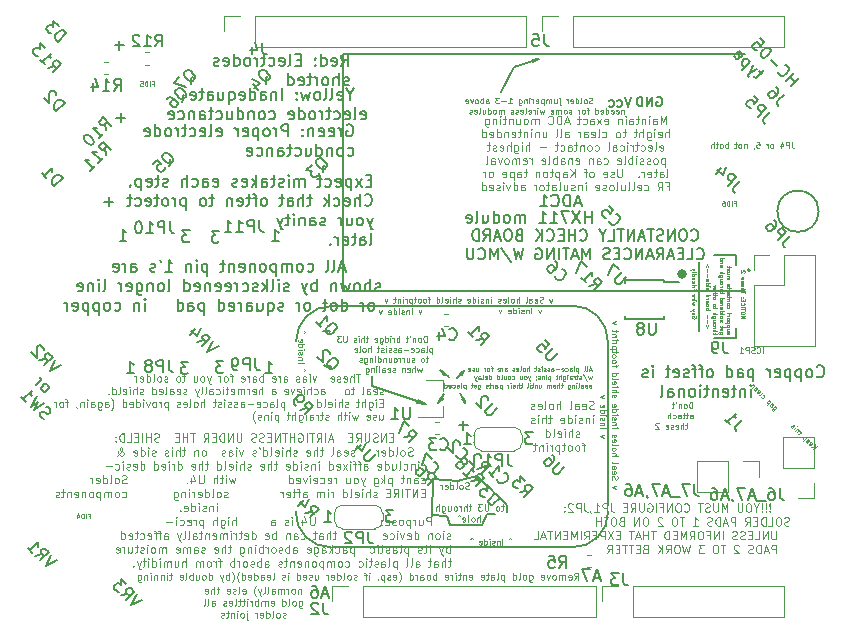
<source format=gbo>
G04 #@! TF.GenerationSoftware,KiCad,Pcbnew,5.1.4-e60b266~84~ubuntu16.04.1*
G04 #@! TF.CreationDate,2019-10-07T18:08:49-05:00*
G04 #@! TF.ProjectId,uno shield v.8 project SMD,756e6f20-7368-4696-956c-6420762e3820,rev?*
G04 #@! TF.SameCoordinates,Original*
G04 #@! TF.FileFunction,Legend,Bot*
G04 #@! TF.FilePolarity,Positive*
%FSLAX46Y46*%
G04 Gerber Fmt 4.6, Leading zero omitted, Abs format (unit mm)*
G04 Created by KiCad (PCBNEW 5.1.4-e60b266~84~ubuntu16.04.1) date 2019-10-07 18:08:49*
%MOMM*%
%LPD*%
G04 APERTURE LIST*
%ADD10C,0.150000*%
%ADD11C,0.080000*%
%ADD12C,0.125000*%
%ADD13C,0.120000*%
%ADD14C,0.100000*%
%ADD15C,0.200000*%
%ADD16C,0.500000*%
%ADD17C,0.075000*%
%ADD18C,0.127000*%
G04 APERTURE END LIST*
D10*
X144025552Y-119123009D02*
X144025552Y-119190352D01*
X144092896Y-119325039D01*
X144160240Y-119392383D01*
X144294927Y-119459726D01*
X144429614Y-119459726D01*
X144530629Y-119426055D01*
X144698988Y-119325039D01*
X144800003Y-119224024D01*
X144901018Y-119055665D01*
X144934690Y-118954650D01*
X144934690Y-118819963D01*
X144867346Y-118685276D01*
X144800003Y-118617932D01*
X144665316Y-118550589D01*
X144597972Y-118550589D01*
X144429614Y-118247543D02*
X143958209Y-117776139D01*
X143554148Y-118786291D01*
D11*
X170554490Y-106359249D02*
X170894490Y-106359249D01*
X170554490Y-106164963D01*
X170894490Y-106164963D01*
X170894490Y-105938297D02*
X170894490Y-105873535D01*
X170878300Y-105841154D01*
X170845919Y-105808773D01*
X170781157Y-105792582D01*
X170667823Y-105792582D01*
X170603061Y-105808773D01*
X170570680Y-105841154D01*
X170554490Y-105873535D01*
X170554490Y-105938297D01*
X170570680Y-105970678D01*
X170603061Y-106003059D01*
X170667823Y-106019249D01*
X170781157Y-106019249D01*
X170845919Y-106003059D01*
X170878300Y-105970678D01*
X170894490Y-105938297D01*
X170894490Y-105695440D02*
X170894490Y-105501154D01*
X170554490Y-105598297D02*
X170894490Y-105598297D01*
X170554490Y-105387820D02*
X170894490Y-105387820D01*
X170586871Y-105031630D02*
X170570680Y-105047820D01*
X170554490Y-105096392D01*
X170554490Y-105128773D01*
X170570680Y-105177344D01*
X170603061Y-105209725D01*
X170635442Y-105225916D01*
X170700204Y-105242106D01*
X170748776Y-105242106D01*
X170813538Y-105225916D01*
X170845919Y-105209725D01*
X170878300Y-105177344D01*
X170894490Y-105128773D01*
X170894490Y-105096392D01*
X170878300Y-105047820D01*
X170862109Y-105031630D01*
X170732585Y-104885916D02*
X170732585Y-104772582D01*
X170554490Y-104724011D02*
X170554490Y-104885916D01*
X170894490Y-104885916D01*
X170894490Y-104724011D01*
X170586871Y-104578297D02*
X170570680Y-104562106D01*
X170554490Y-104578297D01*
X170570680Y-104594487D01*
X170586871Y-104578297D01*
X170554490Y-104578297D01*
X170764966Y-104578297D02*
X170748776Y-104562106D01*
X170732585Y-104578297D01*
X170748776Y-104594487D01*
X170764966Y-104578297D01*
X170732585Y-104578297D01*
X170894490Y-104205916D02*
X170894490Y-104011630D01*
X170554490Y-104108773D02*
X170894490Y-104108773D01*
X170554490Y-103898297D02*
X170894490Y-103898297D01*
X170554490Y-103752582D02*
X170732585Y-103752582D01*
X170764966Y-103768773D01*
X170781157Y-103801154D01*
X170781157Y-103849725D01*
X170764966Y-103882106D01*
X170748776Y-103898297D01*
X170570680Y-103461154D02*
X170554490Y-103493535D01*
X170554490Y-103558297D01*
X170570680Y-103590678D01*
X170603061Y-103606868D01*
X170732585Y-103606868D01*
X170764966Y-103590678D01*
X170781157Y-103558297D01*
X170781157Y-103493535D01*
X170764966Y-103461154D01*
X170732585Y-103444963D01*
X170700204Y-103444963D01*
X170667823Y-103606868D01*
X170570680Y-103315440D02*
X170554490Y-103283059D01*
X170554490Y-103218297D01*
X170570680Y-103185916D01*
X170603061Y-103169725D01*
X170619252Y-103169725D01*
X170651633Y-103185916D01*
X170667823Y-103218297D01*
X170667823Y-103266868D01*
X170684014Y-103299249D01*
X170716395Y-103315440D01*
X170732585Y-103315440D01*
X170764966Y-103299249D01*
X170781157Y-103266868D01*
X170781157Y-103218297D01*
X170764966Y-103185916D01*
X170570680Y-102894487D02*
X170554490Y-102926868D01*
X170554490Y-102991630D01*
X170570680Y-103024011D01*
X170603061Y-103040201D01*
X170732585Y-103040201D01*
X170764966Y-103024011D01*
X170781157Y-102991630D01*
X170781157Y-102926868D01*
X170764966Y-102894487D01*
X170732585Y-102878297D01*
X170700204Y-102878297D01*
X170667823Y-103040201D01*
X170862109Y-102489725D02*
X170878300Y-102473535D01*
X170894490Y-102441154D01*
X170894490Y-102360201D01*
X170878300Y-102327820D01*
X170862109Y-102311630D01*
X170829728Y-102295440D01*
X170797347Y-102295440D01*
X170748776Y-102311630D01*
X170554490Y-102505916D01*
X170554490Y-102295440D01*
X169390680Y-107670678D02*
X169374490Y-107638297D01*
X169374490Y-107573535D01*
X169390680Y-107541154D01*
X169423061Y-107524963D01*
X169439252Y-107524963D01*
X169471633Y-107541154D01*
X169487823Y-107573535D01*
X169487823Y-107622106D01*
X169504014Y-107654487D01*
X169536395Y-107670678D01*
X169552585Y-107670678D01*
X169584966Y-107654487D01*
X169601157Y-107622106D01*
X169601157Y-107573535D01*
X169584966Y-107541154D01*
X169601157Y-107233535D02*
X169374490Y-107233535D01*
X169601157Y-107379249D02*
X169423061Y-107379249D01*
X169390680Y-107363059D01*
X169374490Y-107330678D01*
X169374490Y-107282106D01*
X169390680Y-107249725D01*
X169406871Y-107233535D01*
X169601157Y-107071630D02*
X169261157Y-107071630D01*
X169584966Y-107071630D02*
X169601157Y-107039249D01*
X169601157Y-106974487D01*
X169584966Y-106942106D01*
X169568776Y-106925916D01*
X169536395Y-106909725D01*
X169439252Y-106909725D01*
X169406871Y-106925916D01*
X169390680Y-106942106D01*
X169374490Y-106974487D01*
X169374490Y-107039249D01*
X169390680Y-107071630D01*
X169601157Y-106764011D02*
X169261157Y-106764011D01*
X169584966Y-106764011D02*
X169601157Y-106731630D01*
X169601157Y-106666868D01*
X169584966Y-106634487D01*
X169568776Y-106618297D01*
X169536395Y-106602106D01*
X169439252Y-106602106D01*
X169406871Y-106618297D01*
X169390680Y-106634487D01*
X169374490Y-106666868D01*
X169374490Y-106731630D01*
X169390680Y-106764011D01*
X169374490Y-106407820D02*
X169390680Y-106440201D01*
X169406871Y-106456392D01*
X169439252Y-106472582D01*
X169536395Y-106472582D01*
X169568776Y-106456392D01*
X169584966Y-106440201D01*
X169601157Y-106407820D01*
X169601157Y-106359249D01*
X169584966Y-106326868D01*
X169568776Y-106310678D01*
X169536395Y-106294487D01*
X169439252Y-106294487D01*
X169406871Y-106310678D01*
X169390680Y-106326868D01*
X169374490Y-106359249D01*
X169374490Y-106407820D01*
X169374490Y-106148773D02*
X169601157Y-106148773D01*
X169536395Y-106148773D02*
X169568776Y-106132582D01*
X169584966Y-106116392D01*
X169601157Y-106084011D01*
X169601157Y-106051630D01*
X169601157Y-105986868D02*
X169601157Y-105857344D01*
X169714490Y-105938297D02*
X169423061Y-105938297D01*
X169390680Y-105922106D01*
X169374490Y-105889725D01*
X169374490Y-105857344D01*
X169390680Y-105339249D02*
X169374490Y-105371630D01*
X169374490Y-105436392D01*
X169390680Y-105468773D01*
X169406871Y-105484963D01*
X169439252Y-105501154D01*
X169536395Y-105501154D01*
X169568776Y-105484963D01*
X169584966Y-105468773D01*
X169601157Y-105436392D01*
X169601157Y-105371630D01*
X169584966Y-105339249D01*
X169374490Y-105144963D02*
X169390680Y-105177344D01*
X169406871Y-105193535D01*
X169439252Y-105209725D01*
X169536395Y-105209725D01*
X169568776Y-105193535D01*
X169584966Y-105177344D01*
X169601157Y-105144963D01*
X169601157Y-105096392D01*
X169584966Y-105064011D01*
X169568776Y-105047820D01*
X169536395Y-105031630D01*
X169439252Y-105031630D01*
X169406871Y-105047820D01*
X169390680Y-105064011D01*
X169374490Y-105096392D01*
X169374490Y-105144963D01*
X169601157Y-104885916D02*
X169374490Y-104885916D01*
X169568776Y-104885916D02*
X169584966Y-104869725D01*
X169601157Y-104837344D01*
X169601157Y-104788773D01*
X169584966Y-104756392D01*
X169552585Y-104740201D01*
X169374490Y-104740201D01*
X169601157Y-104626868D02*
X169601157Y-104497344D01*
X169714490Y-104578297D02*
X169423061Y-104578297D01*
X169390680Y-104562106D01*
X169374490Y-104529725D01*
X169374490Y-104497344D01*
X169374490Y-104238297D02*
X169552585Y-104238297D01*
X169584966Y-104254487D01*
X169601157Y-104286868D01*
X169601157Y-104351630D01*
X169584966Y-104384011D01*
X169390680Y-104238297D02*
X169374490Y-104270678D01*
X169374490Y-104351630D01*
X169390680Y-104384011D01*
X169423061Y-104400201D01*
X169455442Y-104400201D01*
X169487823Y-104384011D01*
X169504014Y-104351630D01*
X169504014Y-104270678D01*
X169520204Y-104238297D01*
X169390680Y-103930678D02*
X169374490Y-103963059D01*
X169374490Y-104027820D01*
X169390680Y-104060201D01*
X169406871Y-104076392D01*
X169439252Y-104092582D01*
X169536395Y-104092582D01*
X169568776Y-104076392D01*
X169584966Y-104060201D01*
X169601157Y-104027820D01*
X169601157Y-103963059D01*
X169584966Y-103930678D01*
X169601157Y-103833535D02*
X169601157Y-103704011D01*
X169714490Y-103784963D02*
X169423061Y-103784963D01*
X169390680Y-103768773D01*
X169374490Y-103736392D01*
X169374490Y-103704011D01*
X169390680Y-103606868D02*
X169374490Y-103574487D01*
X169374490Y-103509725D01*
X169390680Y-103477344D01*
X169423061Y-103461154D01*
X169439252Y-103461154D01*
X169471633Y-103477344D01*
X169487823Y-103509725D01*
X169487823Y-103558297D01*
X169504014Y-103590678D01*
X169536395Y-103606868D01*
X169552585Y-103606868D01*
X169584966Y-103590678D01*
X169601157Y-103558297D01*
X169601157Y-103509725D01*
X169584966Y-103477344D01*
X169374490Y-103056392D02*
X169601157Y-103056392D01*
X169568776Y-103056392D02*
X169584966Y-103040201D01*
X169601157Y-103007820D01*
X169601157Y-102959249D01*
X169584966Y-102926868D01*
X169552585Y-102910678D01*
X169374490Y-102910678D01*
X169552585Y-102910678D02*
X169584966Y-102894487D01*
X169601157Y-102862106D01*
X169601157Y-102813535D01*
X169584966Y-102781154D01*
X169552585Y-102764963D01*
X169374490Y-102764963D01*
X169601157Y-102457344D02*
X169374490Y-102457344D01*
X169601157Y-102603059D02*
X169423061Y-102603059D01*
X169390680Y-102586868D01*
X169374490Y-102554487D01*
X169374490Y-102505916D01*
X169390680Y-102473535D01*
X169406871Y-102457344D01*
X169390680Y-102311630D02*
X169374490Y-102279249D01*
X169374490Y-102214487D01*
X169390680Y-102182106D01*
X169423061Y-102165916D01*
X169439252Y-102165916D01*
X169471633Y-102182106D01*
X169487823Y-102214487D01*
X169487823Y-102263059D01*
X169504014Y-102295440D01*
X169536395Y-102311630D01*
X169552585Y-102311630D01*
X169584966Y-102295440D01*
X169601157Y-102263059D01*
X169601157Y-102214487D01*
X169584966Y-102182106D01*
X169601157Y-102068773D02*
X169601157Y-101939249D01*
X169714490Y-102020201D02*
X169423061Y-102020201D01*
X169390680Y-102004011D01*
X169374490Y-101971630D01*
X169374490Y-101939249D01*
X169011157Y-107508773D02*
X168735919Y-107508773D01*
X168703538Y-107524963D01*
X168687347Y-107541154D01*
X168671157Y-107573535D01*
X168671157Y-107622106D01*
X168687347Y-107654487D01*
X168800680Y-107508773D02*
X168784490Y-107541154D01*
X168784490Y-107605916D01*
X168800680Y-107638297D01*
X168816871Y-107654487D01*
X168849252Y-107670678D01*
X168946395Y-107670678D01*
X168978776Y-107654487D01*
X168994966Y-107638297D01*
X169011157Y-107605916D01*
X169011157Y-107541154D01*
X168994966Y-107508773D01*
X168800680Y-107217344D02*
X168784490Y-107249725D01*
X168784490Y-107314487D01*
X168800680Y-107346868D01*
X168833061Y-107363059D01*
X168962585Y-107363059D01*
X168994966Y-107346868D01*
X169011157Y-107314487D01*
X169011157Y-107249725D01*
X168994966Y-107217344D01*
X168962585Y-107201154D01*
X168930204Y-107201154D01*
X168897823Y-107363059D01*
X169011157Y-107104011D02*
X169011157Y-106974487D01*
X169124490Y-107055440D02*
X168833061Y-107055440D01*
X168800680Y-107039249D01*
X168784490Y-107006868D01*
X168784490Y-106974487D01*
X168800680Y-106618297D02*
X168784490Y-106585916D01*
X168784490Y-106521154D01*
X168800680Y-106488773D01*
X168833061Y-106472582D01*
X168849252Y-106472582D01*
X168881633Y-106488773D01*
X168897823Y-106521154D01*
X168897823Y-106569725D01*
X168914014Y-106602106D01*
X168946395Y-106618297D01*
X168962585Y-106618297D01*
X168994966Y-106602106D01*
X169011157Y-106569725D01*
X169011157Y-106521154D01*
X168994966Y-106488773D01*
X168784490Y-106278297D02*
X168800680Y-106310678D01*
X168816871Y-106326868D01*
X168849252Y-106343059D01*
X168946395Y-106343059D01*
X168978776Y-106326868D01*
X168994966Y-106310678D01*
X169011157Y-106278297D01*
X169011157Y-106229725D01*
X168994966Y-106197344D01*
X168978776Y-106181154D01*
X168946395Y-106164963D01*
X168849252Y-106164963D01*
X168816871Y-106181154D01*
X168800680Y-106197344D01*
X168784490Y-106229725D01*
X168784490Y-106278297D01*
X168784490Y-105970678D02*
X168800680Y-106003059D01*
X168833061Y-106019249D01*
X169124490Y-106019249D01*
X168784490Y-105695440D02*
X169124490Y-105695440D01*
X168800680Y-105695440D02*
X168784490Y-105727820D01*
X168784490Y-105792582D01*
X168800680Y-105824963D01*
X168816871Y-105841154D01*
X168849252Y-105857344D01*
X168946395Y-105857344D01*
X168978776Y-105841154D01*
X168994966Y-105824963D01*
X169011157Y-105792582D01*
X169011157Y-105727820D01*
X168994966Y-105695440D01*
X168800680Y-105404011D02*
X168784490Y-105436392D01*
X168784490Y-105501154D01*
X168800680Y-105533535D01*
X168833061Y-105549725D01*
X168962585Y-105549725D01*
X168994966Y-105533535D01*
X169011157Y-105501154D01*
X169011157Y-105436392D01*
X168994966Y-105404011D01*
X168962585Y-105387820D01*
X168930204Y-105387820D01*
X168897823Y-105549725D01*
X168784490Y-105242106D02*
X169011157Y-105242106D01*
X168946395Y-105242106D02*
X168978776Y-105225916D01*
X168994966Y-105209725D01*
X169011157Y-105177344D01*
X169011157Y-105144963D01*
X168800680Y-104902106D02*
X168784490Y-104934487D01*
X168784490Y-104999249D01*
X168800680Y-105031630D01*
X168833061Y-105047820D01*
X168962585Y-105047820D01*
X168994966Y-105031630D01*
X169011157Y-104999249D01*
X169011157Y-104934487D01*
X168994966Y-104902106D01*
X168962585Y-104885916D01*
X168930204Y-104885916D01*
X168897823Y-105047820D01*
X168784490Y-104594487D02*
X169124490Y-104594487D01*
X168800680Y-104594487D02*
X168784490Y-104626868D01*
X168784490Y-104691630D01*
X168800680Y-104724011D01*
X168816871Y-104740201D01*
X168849252Y-104756392D01*
X168946395Y-104756392D01*
X168978776Y-104740201D01*
X168994966Y-104724011D01*
X169011157Y-104691630D01*
X169011157Y-104626868D01*
X168994966Y-104594487D01*
X169011157Y-104222106D02*
X169011157Y-104092582D01*
X169124490Y-104173535D02*
X168833061Y-104173535D01*
X168800680Y-104157344D01*
X168784490Y-104124963D01*
X168784490Y-104092582D01*
X168784490Y-103979249D02*
X169124490Y-103979249D01*
X168784490Y-103833535D02*
X168962585Y-103833535D01*
X168994966Y-103849725D01*
X169011157Y-103882106D01*
X169011157Y-103930678D01*
X168994966Y-103963059D01*
X168978776Y-103979249D01*
X168784490Y-103671630D02*
X169011157Y-103671630D01*
X168946395Y-103671630D02*
X168978776Y-103655440D01*
X168994966Y-103639249D01*
X169011157Y-103606868D01*
X169011157Y-103574487D01*
X168784490Y-103412582D02*
X168800680Y-103444963D01*
X168816871Y-103461154D01*
X168849252Y-103477344D01*
X168946395Y-103477344D01*
X168978776Y-103461154D01*
X168994966Y-103444963D01*
X169011157Y-103412582D01*
X169011157Y-103364011D01*
X168994966Y-103331630D01*
X168978776Y-103315440D01*
X168946395Y-103299249D01*
X168849252Y-103299249D01*
X168816871Y-103315440D01*
X168800680Y-103331630D01*
X168784490Y-103364011D01*
X168784490Y-103412582D01*
X169011157Y-103007820D02*
X168784490Y-103007820D01*
X169011157Y-103153535D02*
X168833061Y-103153535D01*
X168800680Y-103137344D01*
X168784490Y-103104963D01*
X168784490Y-103056392D01*
X168800680Y-103024011D01*
X168816871Y-103007820D01*
X169011157Y-102700201D02*
X168735919Y-102700201D01*
X168703538Y-102716392D01*
X168687347Y-102732582D01*
X168671157Y-102764963D01*
X168671157Y-102813535D01*
X168687347Y-102845916D01*
X168800680Y-102700201D02*
X168784490Y-102732582D01*
X168784490Y-102797344D01*
X168800680Y-102829725D01*
X168816871Y-102845916D01*
X168849252Y-102862106D01*
X168946395Y-102862106D01*
X168978776Y-102845916D01*
X168994966Y-102829725D01*
X169011157Y-102797344D01*
X169011157Y-102732582D01*
X168994966Y-102700201D01*
X168784490Y-102538297D02*
X169124490Y-102538297D01*
X168784490Y-102392582D02*
X168962585Y-102392582D01*
X168994966Y-102408773D01*
X169011157Y-102441154D01*
X169011157Y-102489725D01*
X168994966Y-102522106D01*
X168978776Y-102538297D01*
X168784490Y-101825916D02*
X168962585Y-101825916D01*
X168994966Y-101842106D01*
X169011157Y-101874487D01*
X169011157Y-101939249D01*
X168994966Y-101971630D01*
X168800680Y-101825916D02*
X168784490Y-101858297D01*
X168784490Y-101939249D01*
X168800680Y-101971630D01*
X168833061Y-101987820D01*
X168865442Y-101987820D01*
X168897823Y-101971630D01*
X168914014Y-101939249D01*
X168914014Y-101858297D01*
X168930204Y-101825916D01*
X169011157Y-101664011D02*
X168784490Y-101664011D01*
X168978776Y-101664011D02*
X168994966Y-101647820D01*
X169011157Y-101615440D01*
X169011157Y-101566868D01*
X168994966Y-101534487D01*
X168962585Y-101518297D01*
X168784490Y-101518297D01*
X168784490Y-101210678D02*
X169124490Y-101210678D01*
X168800680Y-101210678D02*
X168784490Y-101243059D01*
X168784490Y-101307820D01*
X168800680Y-101340201D01*
X168816871Y-101356392D01*
X168849252Y-101372582D01*
X168946395Y-101372582D01*
X168978776Y-101356392D01*
X168994966Y-101340201D01*
X169011157Y-101307820D01*
X169011157Y-101243059D01*
X168994966Y-101210678D01*
X168421157Y-107703059D02*
X168421157Y-107573535D01*
X168534490Y-107654487D02*
X168243061Y-107654487D01*
X168210680Y-107638297D01*
X168194490Y-107605916D01*
X168194490Y-107573535D01*
X168194490Y-107460201D02*
X168534490Y-107460201D01*
X168194490Y-107314487D02*
X168372585Y-107314487D01*
X168404966Y-107330678D01*
X168421157Y-107363059D01*
X168421157Y-107411630D01*
X168404966Y-107444011D01*
X168388776Y-107460201D01*
X168194490Y-107152582D02*
X168421157Y-107152582D01*
X168356395Y-107152582D02*
X168388776Y-107136392D01*
X168404966Y-107120201D01*
X168421157Y-107087820D01*
X168421157Y-107055440D01*
X168194490Y-106893535D02*
X168210680Y-106925916D01*
X168226871Y-106942106D01*
X168259252Y-106958297D01*
X168356395Y-106958297D01*
X168388776Y-106942106D01*
X168404966Y-106925916D01*
X168421157Y-106893535D01*
X168421157Y-106844963D01*
X168404966Y-106812582D01*
X168388776Y-106796392D01*
X168356395Y-106780201D01*
X168259252Y-106780201D01*
X168226871Y-106796392D01*
X168210680Y-106812582D01*
X168194490Y-106844963D01*
X168194490Y-106893535D01*
X168421157Y-106488773D02*
X168194490Y-106488773D01*
X168421157Y-106634487D02*
X168243061Y-106634487D01*
X168210680Y-106618297D01*
X168194490Y-106585916D01*
X168194490Y-106537344D01*
X168210680Y-106504963D01*
X168226871Y-106488773D01*
X168421157Y-106181154D02*
X168145919Y-106181154D01*
X168113538Y-106197344D01*
X168097347Y-106213535D01*
X168081157Y-106245916D01*
X168081157Y-106294487D01*
X168097347Y-106326868D01*
X168210680Y-106181154D02*
X168194490Y-106213535D01*
X168194490Y-106278297D01*
X168210680Y-106310678D01*
X168226871Y-106326868D01*
X168259252Y-106343059D01*
X168356395Y-106343059D01*
X168388776Y-106326868D01*
X168404966Y-106310678D01*
X168421157Y-106278297D01*
X168421157Y-106213535D01*
X168404966Y-106181154D01*
X168194490Y-106019249D02*
X168534490Y-106019249D01*
X168194490Y-105873535D02*
X168372585Y-105873535D01*
X168404966Y-105889725D01*
X168421157Y-105922106D01*
X168421157Y-105970678D01*
X168404966Y-106003059D01*
X168388776Y-106019249D01*
X168421157Y-105501154D02*
X168421157Y-105371630D01*
X168534490Y-105452582D02*
X168243061Y-105452582D01*
X168210680Y-105436392D01*
X168194490Y-105404011D01*
X168194490Y-105371630D01*
X168194490Y-105209725D02*
X168210680Y-105242106D01*
X168226871Y-105258297D01*
X168259252Y-105274487D01*
X168356395Y-105274487D01*
X168388776Y-105258297D01*
X168404966Y-105242106D01*
X168421157Y-105209725D01*
X168421157Y-105161154D01*
X168404966Y-105128773D01*
X168388776Y-105112582D01*
X168356395Y-105096392D01*
X168259252Y-105096392D01*
X168226871Y-105112582D01*
X168210680Y-105128773D01*
X168194490Y-105161154D01*
X168194490Y-105209725D01*
X168194490Y-104643059D02*
X168210680Y-104675440D01*
X168226871Y-104691630D01*
X168259252Y-104707820D01*
X168356395Y-104707820D01*
X168388776Y-104691630D01*
X168404966Y-104675440D01*
X168421157Y-104643059D01*
X168421157Y-104594487D01*
X168404966Y-104562106D01*
X168388776Y-104545916D01*
X168356395Y-104529725D01*
X168259252Y-104529725D01*
X168226871Y-104545916D01*
X168210680Y-104562106D01*
X168194490Y-104594487D01*
X168194490Y-104643059D01*
X168421157Y-104432582D02*
X168421157Y-104303059D01*
X168534490Y-104384011D02*
X168243061Y-104384011D01*
X168210680Y-104367820D01*
X168194490Y-104335440D01*
X168194490Y-104303059D01*
X168194490Y-104189725D02*
X168534490Y-104189725D01*
X168194490Y-104044011D02*
X168372585Y-104044011D01*
X168404966Y-104060201D01*
X168421157Y-104092582D01*
X168421157Y-104141154D01*
X168404966Y-104173535D01*
X168388776Y-104189725D01*
X168210680Y-103752582D02*
X168194490Y-103784963D01*
X168194490Y-103849725D01*
X168210680Y-103882106D01*
X168243061Y-103898297D01*
X168372585Y-103898297D01*
X168404966Y-103882106D01*
X168421157Y-103849725D01*
X168421157Y-103784963D01*
X168404966Y-103752582D01*
X168372585Y-103736392D01*
X168340204Y-103736392D01*
X168307823Y-103898297D01*
X168194490Y-103590678D02*
X168421157Y-103590678D01*
X168356395Y-103590678D02*
X168388776Y-103574487D01*
X168404966Y-103558297D01*
X168421157Y-103525916D01*
X168421157Y-103493535D01*
X167831157Y-106877344D02*
X167734014Y-107136392D01*
X167636871Y-106877344D01*
X167734014Y-106715440D02*
X167734014Y-106456392D01*
X167734014Y-106294487D02*
X167734014Y-106035440D01*
X167604490Y-105614487D02*
X167944490Y-105614487D01*
X167814966Y-105614487D02*
X167831157Y-105582106D01*
X167831157Y-105517344D01*
X167814966Y-105484963D01*
X167798776Y-105468773D01*
X167766395Y-105452582D01*
X167669252Y-105452582D01*
X167636871Y-105468773D01*
X167620680Y-105484963D01*
X167604490Y-105517344D01*
X167604490Y-105582106D01*
X167620680Y-105614487D01*
X167604490Y-105258297D02*
X167620680Y-105290678D01*
X167636871Y-105306868D01*
X167669252Y-105323059D01*
X167766395Y-105323059D01*
X167798776Y-105306868D01*
X167814966Y-105290678D01*
X167831157Y-105258297D01*
X167831157Y-105209725D01*
X167814966Y-105177344D01*
X167798776Y-105161154D01*
X167766395Y-105144963D01*
X167669252Y-105144963D01*
X167636871Y-105161154D01*
X167620680Y-105177344D01*
X167604490Y-105209725D01*
X167604490Y-105258297D01*
X167604490Y-104853535D02*
X167782585Y-104853535D01*
X167814966Y-104869725D01*
X167831157Y-104902106D01*
X167831157Y-104966868D01*
X167814966Y-104999249D01*
X167620680Y-104853535D02*
X167604490Y-104885916D01*
X167604490Y-104966868D01*
X167620680Y-104999249D01*
X167653061Y-105015440D01*
X167685442Y-105015440D01*
X167717823Y-104999249D01*
X167734014Y-104966868D01*
X167734014Y-104885916D01*
X167750204Y-104853535D01*
X167604490Y-104691630D02*
X167831157Y-104691630D01*
X167766395Y-104691630D02*
X167798776Y-104675440D01*
X167814966Y-104659249D01*
X167831157Y-104626868D01*
X167831157Y-104594487D01*
X167604490Y-104335440D02*
X167944490Y-104335440D01*
X167620680Y-104335440D02*
X167604490Y-104367820D01*
X167604490Y-104432582D01*
X167620680Y-104464963D01*
X167636871Y-104481154D01*
X167669252Y-104497344D01*
X167766395Y-104497344D01*
X167798776Y-104481154D01*
X167814966Y-104464963D01*
X167831157Y-104432582D01*
X167831157Y-104367820D01*
X167814966Y-104335440D01*
X167620680Y-103930678D02*
X167604490Y-103898297D01*
X167604490Y-103833535D01*
X167620680Y-103801154D01*
X167653061Y-103784963D01*
X167669252Y-103784963D01*
X167701633Y-103801154D01*
X167717823Y-103833535D01*
X167717823Y-103882106D01*
X167734014Y-103914487D01*
X167766395Y-103930678D01*
X167782585Y-103930678D01*
X167814966Y-103914487D01*
X167831157Y-103882106D01*
X167831157Y-103833535D01*
X167814966Y-103801154D01*
X167604490Y-103639249D02*
X167831157Y-103639249D01*
X167944490Y-103639249D02*
X167928300Y-103655440D01*
X167912109Y-103639249D01*
X167928300Y-103623059D01*
X167944490Y-103639249D01*
X167912109Y-103639249D01*
X167604490Y-103331630D02*
X167944490Y-103331630D01*
X167620680Y-103331630D02*
X167604490Y-103364011D01*
X167604490Y-103428773D01*
X167620680Y-103461154D01*
X167636871Y-103477344D01*
X167669252Y-103493535D01*
X167766395Y-103493535D01*
X167798776Y-103477344D01*
X167814966Y-103461154D01*
X167831157Y-103428773D01*
X167831157Y-103364011D01*
X167814966Y-103331630D01*
X167620680Y-103040201D02*
X167604490Y-103072582D01*
X167604490Y-103137344D01*
X167620680Y-103169725D01*
X167653061Y-103185916D01*
X167782585Y-103185916D01*
X167814966Y-103169725D01*
X167831157Y-103137344D01*
X167831157Y-103072582D01*
X167814966Y-103040201D01*
X167782585Y-103024011D01*
X167750204Y-103024011D01*
X167717823Y-103185916D01*
X167734014Y-102878297D02*
X167734014Y-102619249D01*
X167734014Y-102457344D02*
X167734014Y-102198297D01*
X167831157Y-102036392D02*
X167734014Y-101777344D01*
X167636871Y-102036392D01*
X166748300Y-106181154D02*
X166764490Y-106213535D01*
X166764490Y-106262106D01*
X166748300Y-106310678D01*
X166715919Y-106343059D01*
X166683538Y-106359249D01*
X166618776Y-106375440D01*
X166570204Y-106375440D01*
X166505442Y-106359249D01*
X166473061Y-106343059D01*
X166440680Y-106310678D01*
X166424490Y-106262106D01*
X166424490Y-106229725D01*
X166440680Y-106181154D01*
X166456871Y-106164963D01*
X166570204Y-106164963D01*
X166570204Y-106229725D01*
X166651157Y-105873535D02*
X166424490Y-105873535D01*
X166651157Y-106019249D02*
X166473061Y-106019249D01*
X166440680Y-106003059D01*
X166424490Y-105970678D01*
X166424490Y-105922106D01*
X166440680Y-105889725D01*
X166456871Y-105873535D01*
X166651157Y-105744011D02*
X166424490Y-105663059D01*
X166651157Y-105582106D02*
X166424490Y-105663059D01*
X166343538Y-105695440D01*
X166327347Y-105711630D01*
X166311157Y-105744011D01*
X166651157Y-105225916D02*
X166424490Y-105161154D01*
X166586395Y-105096392D01*
X166424490Y-105031630D01*
X166651157Y-104966868D01*
X166424490Y-104837344D02*
X166651157Y-104837344D01*
X166764490Y-104837344D02*
X166748300Y-104853535D01*
X166732109Y-104837344D01*
X166748300Y-104821154D01*
X166764490Y-104837344D01*
X166732109Y-104837344D01*
X166424490Y-104675440D02*
X166651157Y-104675440D01*
X166586395Y-104675440D02*
X166618776Y-104659249D01*
X166634966Y-104643059D01*
X166651157Y-104610678D01*
X166651157Y-104578297D01*
X166440680Y-104335440D02*
X166424490Y-104367820D01*
X166424490Y-104432582D01*
X166440680Y-104464963D01*
X166473061Y-104481154D01*
X166602585Y-104481154D01*
X166634966Y-104464963D01*
X166651157Y-104432582D01*
X166651157Y-104367820D01*
X166634966Y-104335440D01*
X166602585Y-104319249D01*
X166570204Y-104319249D01*
X166537823Y-104481154D01*
X166651157Y-103963059D02*
X166651157Y-103833535D01*
X166424490Y-103914487D02*
X166715919Y-103914487D01*
X166748300Y-103898297D01*
X166764490Y-103865916D01*
X166764490Y-103833535D01*
X166424490Y-103720201D02*
X166651157Y-103720201D01*
X166586395Y-103720201D02*
X166618776Y-103704011D01*
X166634966Y-103687820D01*
X166651157Y-103655440D01*
X166651157Y-103623059D01*
X166424490Y-103509725D02*
X166651157Y-103509725D01*
X166764490Y-103509725D02*
X166748300Y-103525916D01*
X166732109Y-103509725D01*
X166748300Y-103493535D01*
X166764490Y-103509725D01*
X166732109Y-103509725D01*
X166440680Y-103218297D02*
X166424490Y-103250678D01*
X166424490Y-103315440D01*
X166440680Y-103347820D01*
X166473061Y-103364011D01*
X166602585Y-103364011D01*
X166634966Y-103347820D01*
X166651157Y-103315440D01*
X166651157Y-103250678D01*
X166634966Y-103218297D01*
X166602585Y-103202106D01*
X166570204Y-103202106D01*
X166537823Y-103364011D01*
X166651157Y-103056392D02*
X166424490Y-103056392D01*
X166618776Y-103056392D02*
X166634966Y-103040201D01*
X166651157Y-103007820D01*
X166651157Y-102959249D01*
X166634966Y-102926868D01*
X166602585Y-102910678D01*
X166424490Y-102910678D01*
X166424490Y-102603059D02*
X166764490Y-102603059D01*
X166440680Y-102603059D02*
X166424490Y-102635440D01*
X166424490Y-102700201D01*
X166440680Y-102732582D01*
X166456871Y-102748773D01*
X166489252Y-102764963D01*
X166586395Y-102764963D01*
X166618776Y-102748773D01*
X166634966Y-102732582D01*
X166651157Y-102700201D01*
X166651157Y-102635440D01*
X166634966Y-102603059D01*
X166424490Y-102392582D02*
X166440680Y-102424963D01*
X166473061Y-102441154D01*
X166764490Y-102441154D01*
X166651157Y-102295440D02*
X166424490Y-102214487D01*
X166651157Y-102133535D02*
X166424490Y-102214487D01*
X166343538Y-102246868D01*
X166327347Y-102263059D01*
X166311157Y-102295440D01*
D10*
X147736627Y-120131590D02*
X148309046Y-120030575D01*
X148140688Y-120535651D02*
X148847794Y-119828544D01*
X148578420Y-119559170D01*
X148477405Y-119525498D01*
X148410062Y-119525498D01*
X148309046Y-119559170D01*
X148208031Y-119660185D01*
X148174359Y-119761201D01*
X148174359Y-119828544D01*
X148208031Y-119929559D01*
X148477405Y-120198933D01*
X147063191Y-119458155D02*
X147467252Y-119862216D01*
X147265222Y-119660185D02*
X147972329Y-118953078D01*
X147938657Y-119121437D01*
X147938657Y-119256124D01*
X147972329Y-119357139D01*
X147063191Y-118650033D02*
X147164207Y-118683704D01*
X147231550Y-118683704D01*
X147332565Y-118650033D01*
X147366237Y-118616361D01*
X147399909Y-118515346D01*
X147399909Y-118448002D01*
X147366237Y-118346987D01*
X147231550Y-118212300D01*
X147130535Y-118178628D01*
X147063191Y-118178628D01*
X146962176Y-118212300D01*
X146928504Y-118245972D01*
X146894833Y-118346987D01*
X146894833Y-118414330D01*
X146928504Y-118515346D01*
X147063191Y-118650033D01*
X147096863Y-118751048D01*
X147096863Y-118818391D01*
X147063191Y-118919407D01*
X146928504Y-119054094D01*
X146827489Y-119087765D01*
X146760146Y-119087765D01*
X146659130Y-119054094D01*
X146524443Y-118919407D01*
X146490772Y-118818391D01*
X146490772Y-118751048D01*
X146524443Y-118650033D01*
X146659130Y-118515346D01*
X146760146Y-118481674D01*
X146827489Y-118481674D01*
X146928504Y-118515346D01*
X157734067Y-103578410D02*
X158306486Y-103477395D01*
X158138128Y-103982471D02*
X158845234Y-103275364D01*
X158575860Y-103005990D01*
X158474845Y-102972318D01*
X158407502Y-102972318D01*
X158306486Y-103005990D01*
X158205471Y-103107005D01*
X158171799Y-103208021D01*
X158171799Y-103275364D01*
X158205471Y-103376379D01*
X158474845Y-103645753D01*
X157060631Y-102904975D02*
X157464692Y-103309036D01*
X157262662Y-103107005D02*
X157969769Y-102399898D01*
X157936097Y-102568257D01*
X157936097Y-102702944D01*
X157969769Y-102803959D01*
X157532036Y-101962166D02*
X157060631Y-101490761D01*
X156656570Y-102500914D01*
X152963880Y-84632800D02*
X153474420Y-84381340D01*
X152897840Y-84490560D02*
X152963880Y-84632800D01*
X153474420Y-84381340D02*
X152897840Y-84490560D01*
X151394160Y-85092540D02*
X153474420Y-84381340D01*
X150279100Y-87172800D02*
X151394160Y-85092540D01*
D12*
X158015045Y-88128940D02*
X157943616Y-88152750D01*
X157824569Y-88152750D01*
X157776950Y-88128940D01*
X157753140Y-88105131D01*
X157729330Y-88057512D01*
X157729330Y-88009893D01*
X157753140Y-87962274D01*
X157776950Y-87938464D01*
X157824569Y-87914655D01*
X157919807Y-87890845D01*
X157967426Y-87867036D01*
X157991235Y-87843226D01*
X158015045Y-87795607D01*
X158015045Y-87747988D01*
X157991235Y-87700369D01*
X157967426Y-87676560D01*
X157919807Y-87652750D01*
X157800759Y-87652750D01*
X157729330Y-87676560D01*
X157443616Y-88152750D02*
X157491235Y-88128940D01*
X157515045Y-88105131D01*
X157538854Y-88057512D01*
X157538854Y-87914655D01*
X157515045Y-87867036D01*
X157491235Y-87843226D01*
X157443616Y-87819417D01*
X157372188Y-87819417D01*
X157324569Y-87843226D01*
X157300759Y-87867036D01*
X157276950Y-87914655D01*
X157276950Y-88057512D01*
X157300759Y-88105131D01*
X157324569Y-88128940D01*
X157372188Y-88152750D01*
X157443616Y-88152750D01*
X156991235Y-88152750D02*
X157038854Y-88128940D01*
X157062664Y-88081321D01*
X157062664Y-87652750D01*
X156586473Y-88152750D02*
X156586473Y-87652750D01*
X156586473Y-88128940D02*
X156634092Y-88152750D01*
X156729330Y-88152750D01*
X156776950Y-88128940D01*
X156800759Y-88105131D01*
X156824569Y-88057512D01*
X156824569Y-87914655D01*
X156800759Y-87867036D01*
X156776950Y-87843226D01*
X156729330Y-87819417D01*
X156634092Y-87819417D01*
X156586473Y-87843226D01*
X156157902Y-88128940D02*
X156205521Y-88152750D01*
X156300759Y-88152750D01*
X156348378Y-88128940D01*
X156372188Y-88081321D01*
X156372188Y-87890845D01*
X156348378Y-87843226D01*
X156300759Y-87819417D01*
X156205521Y-87819417D01*
X156157902Y-87843226D01*
X156134092Y-87890845D01*
X156134092Y-87938464D01*
X156372188Y-87986083D01*
X155919807Y-88152750D02*
X155919807Y-87819417D01*
X155919807Y-87914655D02*
X155895997Y-87867036D01*
X155872188Y-87843226D01*
X155824569Y-87819417D01*
X155776950Y-87819417D01*
X155229330Y-87819417D02*
X155229330Y-88247988D01*
X155253140Y-88295607D01*
X155300759Y-88319417D01*
X155324569Y-88319417D01*
X155229330Y-87652750D02*
X155253140Y-87676560D01*
X155229330Y-87700369D01*
X155205521Y-87676560D01*
X155229330Y-87652750D01*
X155229330Y-87700369D01*
X154776950Y-87819417D02*
X154776950Y-88152750D01*
X154991235Y-87819417D02*
X154991235Y-88081321D01*
X154967426Y-88128940D01*
X154919807Y-88152750D01*
X154848378Y-88152750D01*
X154800759Y-88128940D01*
X154776950Y-88105131D01*
X154538854Y-88152750D02*
X154538854Y-87819417D01*
X154538854Y-87867036D02*
X154515045Y-87843226D01*
X154467426Y-87819417D01*
X154395997Y-87819417D01*
X154348378Y-87843226D01*
X154324569Y-87890845D01*
X154324569Y-88152750D01*
X154324569Y-87890845D02*
X154300759Y-87843226D01*
X154253140Y-87819417D01*
X154181711Y-87819417D01*
X154134092Y-87843226D01*
X154110283Y-87890845D01*
X154110283Y-88152750D01*
X153872188Y-87819417D02*
X153872188Y-88319417D01*
X153872188Y-87843226D02*
X153824569Y-87819417D01*
X153729330Y-87819417D01*
X153681711Y-87843226D01*
X153657902Y-87867036D01*
X153634092Y-87914655D01*
X153634092Y-88057512D01*
X153657902Y-88105131D01*
X153681711Y-88128940D01*
X153729330Y-88152750D01*
X153824569Y-88152750D01*
X153872188Y-88128940D01*
X153229330Y-88128940D02*
X153276950Y-88152750D01*
X153372188Y-88152750D01*
X153419807Y-88128940D01*
X153443616Y-88081321D01*
X153443616Y-87890845D01*
X153419807Y-87843226D01*
X153372188Y-87819417D01*
X153276950Y-87819417D01*
X153229330Y-87843226D01*
X153205521Y-87890845D01*
X153205521Y-87938464D01*
X153443616Y-87986083D01*
X152991235Y-88152750D02*
X152991235Y-87819417D01*
X152991235Y-87914655D02*
X152967426Y-87867036D01*
X152943616Y-87843226D01*
X152895997Y-87819417D01*
X152848378Y-87819417D01*
X152681711Y-88152750D02*
X152681711Y-87819417D01*
X152681711Y-87652750D02*
X152705521Y-87676560D01*
X152681711Y-87700369D01*
X152657902Y-87676560D01*
X152681711Y-87652750D01*
X152681711Y-87700369D01*
X152443616Y-87819417D02*
X152443616Y-88152750D01*
X152443616Y-87867036D02*
X152419807Y-87843226D01*
X152372188Y-87819417D01*
X152300759Y-87819417D01*
X152253140Y-87843226D01*
X152229330Y-87890845D01*
X152229330Y-88152750D01*
X151776950Y-87819417D02*
X151776950Y-88224179D01*
X151800759Y-88271798D01*
X151824569Y-88295607D01*
X151872188Y-88319417D01*
X151943616Y-88319417D01*
X151991235Y-88295607D01*
X151776950Y-88128940D02*
X151824569Y-88152750D01*
X151919807Y-88152750D01*
X151967426Y-88128940D01*
X151991235Y-88105131D01*
X152015045Y-88057512D01*
X152015045Y-87914655D01*
X151991235Y-87867036D01*
X151967426Y-87843226D01*
X151919807Y-87819417D01*
X151824569Y-87819417D01*
X151776950Y-87843226D01*
X150895997Y-88152750D02*
X151181711Y-88152750D01*
X151038854Y-88152750D02*
X151038854Y-87652750D01*
X151086473Y-87724179D01*
X151134092Y-87771798D01*
X151181711Y-87795607D01*
X150681711Y-87962274D02*
X150300759Y-87962274D01*
X150110283Y-87652750D02*
X149800759Y-87652750D01*
X149967426Y-87843226D01*
X149895997Y-87843226D01*
X149848378Y-87867036D01*
X149824569Y-87890845D01*
X149800759Y-87938464D01*
X149800759Y-88057512D01*
X149824569Y-88105131D01*
X149848378Y-88128940D01*
X149895997Y-88152750D01*
X150038854Y-88152750D01*
X150086473Y-88128940D01*
X150110283Y-88105131D01*
X148991235Y-88152750D02*
X148991235Y-87890845D01*
X149015045Y-87843226D01*
X149062664Y-87819417D01*
X149157902Y-87819417D01*
X149205521Y-87843226D01*
X148991235Y-88128940D02*
X149038854Y-88152750D01*
X149157902Y-88152750D01*
X149205521Y-88128940D01*
X149229330Y-88081321D01*
X149229330Y-88033702D01*
X149205521Y-87986083D01*
X149157902Y-87962274D01*
X149038854Y-87962274D01*
X148991235Y-87938464D01*
X148753140Y-88152750D02*
X148753140Y-87652750D01*
X148753140Y-87843226D02*
X148705521Y-87819417D01*
X148610283Y-87819417D01*
X148562664Y-87843226D01*
X148538854Y-87867036D01*
X148515045Y-87914655D01*
X148515045Y-88057512D01*
X148538854Y-88105131D01*
X148562664Y-88128940D01*
X148610283Y-88152750D01*
X148705521Y-88152750D01*
X148753140Y-88128940D01*
X148229330Y-88152750D02*
X148276950Y-88128940D01*
X148300759Y-88105131D01*
X148324569Y-88057512D01*
X148324569Y-87914655D01*
X148300759Y-87867036D01*
X148276950Y-87843226D01*
X148229330Y-87819417D01*
X148157902Y-87819417D01*
X148110283Y-87843226D01*
X148086473Y-87867036D01*
X148062664Y-87914655D01*
X148062664Y-88057512D01*
X148086473Y-88105131D01*
X148110283Y-88128940D01*
X148157902Y-88152750D01*
X148229330Y-88152750D01*
X147895997Y-87819417D02*
X147776950Y-88152750D01*
X147657902Y-87819417D01*
X147276950Y-88128940D02*
X147324569Y-88152750D01*
X147419807Y-88152750D01*
X147467426Y-88128940D01*
X147491235Y-88081321D01*
X147491235Y-87890845D01*
X147467426Y-87843226D01*
X147419807Y-87819417D01*
X147324569Y-87819417D01*
X147276950Y-87843226D01*
X147253140Y-87890845D01*
X147253140Y-87938464D01*
X147491235Y-87986083D01*
X160657902Y-88694417D02*
X160657902Y-89027750D01*
X160657902Y-88742036D02*
X160634092Y-88718226D01*
X160586473Y-88694417D01*
X160515045Y-88694417D01*
X160467426Y-88718226D01*
X160443616Y-88765845D01*
X160443616Y-89027750D01*
X160015045Y-89003940D02*
X160062664Y-89027750D01*
X160157902Y-89027750D01*
X160205521Y-89003940D01*
X160229330Y-88956321D01*
X160229330Y-88765845D01*
X160205521Y-88718226D01*
X160157902Y-88694417D01*
X160062664Y-88694417D01*
X160015045Y-88718226D01*
X159991235Y-88765845D01*
X159991235Y-88813464D01*
X160229330Y-88861083D01*
X159586473Y-89003940D02*
X159634092Y-89027750D01*
X159729330Y-89027750D01*
X159776950Y-89003940D01*
X159800759Y-88956321D01*
X159800759Y-88765845D01*
X159776950Y-88718226D01*
X159729330Y-88694417D01*
X159634092Y-88694417D01*
X159586473Y-88718226D01*
X159562664Y-88765845D01*
X159562664Y-88813464D01*
X159800759Y-88861083D01*
X159134092Y-89027750D02*
X159134092Y-88527750D01*
X159134092Y-89003940D02*
X159181711Y-89027750D01*
X159276950Y-89027750D01*
X159324569Y-89003940D01*
X159348378Y-88980131D01*
X159372188Y-88932512D01*
X159372188Y-88789655D01*
X159348378Y-88742036D01*
X159324569Y-88718226D01*
X159276950Y-88694417D01*
X159181711Y-88694417D01*
X159134092Y-88718226D01*
X158705521Y-89003940D02*
X158753140Y-89027750D01*
X158848378Y-89027750D01*
X158895997Y-89003940D01*
X158919807Y-88956321D01*
X158919807Y-88765845D01*
X158895997Y-88718226D01*
X158848378Y-88694417D01*
X158753140Y-88694417D01*
X158705521Y-88718226D01*
X158681711Y-88765845D01*
X158681711Y-88813464D01*
X158919807Y-88861083D01*
X158253140Y-89027750D02*
X158253140Y-88527750D01*
X158253140Y-89003940D02*
X158300759Y-89027750D01*
X158395997Y-89027750D01*
X158443616Y-89003940D01*
X158467426Y-88980131D01*
X158491235Y-88932512D01*
X158491235Y-88789655D01*
X158467426Y-88742036D01*
X158443616Y-88718226D01*
X158395997Y-88694417D01*
X158300759Y-88694417D01*
X158253140Y-88718226D01*
X157705521Y-88694417D02*
X157515045Y-88694417D01*
X157634092Y-89027750D02*
X157634092Y-88599179D01*
X157610283Y-88551560D01*
X157562664Y-88527750D01*
X157515045Y-88527750D01*
X157276950Y-89027750D02*
X157324569Y-89003940D01*
X157348378Y-88980131D01*
X157372188Y-88932512D01*
X157372188Y-88789655D01*
X157348378Y-88742036D01*
X157324569Y-88718226D01*
X157276950Y-88694417D01*
X157205521Y-88694417D01*
X157157902Y-88718226D01*
X157134092Y-88742036D01*
X157110283Y-88789655D01*
X157110283Y-88932512D01*
X157134092Y-88980131D01*
X157157902Y-89003940D01*
X157205521Y-89027750D01*
X157276950Y-89027750D01*
X156895997Y-89027750D02*
X156895997Y-88694417D01*
X156895997Y-88789655D02*
X156872188Y-88742036D01*
X156848378Y-88718226D01*
X156800759Y-88694417D01*
X156753140Y-88694417D01*
X156229330Y-89003940D02*
X156181711Y-89027750D01*
X156086473Y-89027750D01*
X156038854Y-89003940D01*
X156015045Y-88956321D01*
X156015045Y-88932512D01*
X156038854Y-88884893D01*
X156086473Y-88861083D01*
X156157902Y-88861083D01*
X156205521Y-88837274D01*
X156229330Y-88789655D01*
X156229330Y-88765845D01*
X156205521Y-88718226D01*
X156157902Y-88694417D01*
X156086473Y-88694417D01*
X156038854Y-88718226D01*
X155729330Y-89027750D02*
X155776950Y-89003940D01*
X155800759Y-88980131D01*
X155824569Y-88932512D01*
X155824569Y-88789655D01*
X155800759Y-88742036D01*
X155776950Y-88718226D01*
X155729330Y-88694417D01*
X155657902Y-88694417D01*
X155610283Y-88718226D01*
X155586473Y-88742036D01*
X155562664Y-88789655D01*
X155562664Y-88932512D01*
X155586473Y-88980131D01*
X155610283Y-89003940D01*
X155657902Y-89027750D01*
X155729330Y-89027750D01*
X155348378Y-89027750D02*
X155348378Y-88694417D01*
X155348378Y-88742036D02*
X155324569Y-88718226D01*
X155276950Y-88694417D01*
X155205521Y-88694417D01*
X155157902Y-88718226D01*
X155134092Y-88765845D01*
X155134092Y-89027750D01*
X155134092Y-88765845D02*
X155110283Y-88718226D01*
X155062664Y-88694417D01*
X154991235Y-88694417D01*
X154943616Y-88718226D01*
X154919807Y-88765845D01*
X154919807Y-89027750D01*
X154491235Y-89003940D02*
X154538854Y-89027750D01*
X154634092Y-89027750D01*
X154681711Y-89003940D01*
X154705521Y-88956321D01*
X154705521Y-88765845D01*
X154681711Y-88718226D01*
X154634092Y-88694417D01*
X154538854Y-88694417D01*
X154491235Y-88718226D01*
X154467426Y-88765845D01*
X154467426Y-88813464D01*
X154705521Y-88861083D01*
X153919807Y-88694417D02*
X153824569Y-89027750D01*
X153729330Y-88789655D01*
X153634092Y-89027750D01*
X153538854Y-88694417D01*
X153348378Y-89027750D02*
X153348378Y-88694417D01*
X153348378Y-88527750D02*
X153372188Y-88551560D01*
X153348378Y-88575369D01*
X153324569Y-88551560D01*
X153348378Y-88527750D01*
X153348378Y-88575369D01*
X153110283Y-89027750D02*
X153110283Y-88694417D01*
X153110283Y-88789655D02*
X153086473Y-88742036D01*
X153062664Y-88718226D01*
X153015045Y-88694417D01*
X152967426Y-88694417D01*
X152610283Y-89003940D02*
X152657902Y-89027750D01*
X152753140Y-89027750D01*
X152800759Y-89003940D01*
X152824569Y-88956321D01*
X152824569Y-88765845D01*
X152800759Y-88718226D01*
X152753140Y-88694417D01*
X152657902Y-88694417D01*
X152610283Y-88718226D01*
X152586473Y-88765845D01*
X152586473Y-88813464D01*
X152824569Y-88861083D01*
X152300759Y-89027750D02*
X152348378Y-89003940D01*
X152372188Y-88956321D01*
X152372188Y-88527750D01*
X151919807Y-89003940D02*
X151967426Y-89027750D01*
X152062664Y-89027750D01*
X152110283Y-89003940D01*
X152134092Y-88956321D01*
X152134092Y-88765845D01*
X152110283Y-88718226D01*
X152062664Y-88694417D01*
X151967426Y-88694417D01*
X151919807Y-88718226D01*
X151895997Y-88765845D01*
X151895997Y-88813464D01*
X152134092Y-88861083D01*
X151705521Y-89003940D02*
X151657902Y-89027750D01*
X151562664Y-89027750D01*
X151515045Y-89003940D01*
X151491235Y-88956321D01*
X151491235Y-88932512D01*
X151515045Y-88884893D01*
X151562664Y-88861083D01*
X151634092Y-88861083D01*
X151681711Y-88837274D01*
X151705521Y-88789655D01*
X151705521Y-88765845D01*
X151681711Y-88718226D01*
X151634092Y-88694417D01*
X151562664Y-88694417D01*
X151515045Y-88718226D01*
X151300759Y-89003940D02*
X151253140Y-89027750D01*
X151157902Y-89027750D01*
X151110283Y-89003940D01*
X151086473Y-88956321D01*
X151086473Y-88932512D01*
X151110283Y-88884893D01*
X151157902Y-88861083D01*
X151229330Y-88861083D01*
X151276950Y-88837274D01*
X151300759Y-88789655D01*
X151300759Y-88765845D01*
X151276950Y-88718226D01*
X151229330Y-88694417D01*
X151157902Y-88694417D01*
X151110283Y-88718226D01*
X150491235Y-89027750D02*
X150491235Y-88694417D01*
X150491235Y-88742036D02*
X150467426Y-88718226D01*
X150419807Y-88694417D01*
X150348378Y-88694417D01*
X150300759Y-88718226D01*
X150276950Y-88765845D01*
X150276950Y-89027750D01*
X150276950Y-88765845D02*
X150253140Y-88718226D01*
X150205521Y-88694417D01*
X150134092Y-88694417D01*
X150086473Y-88718226D01*
X150062664Y-88765845D01*
X150062664Y-89027750D01*
X149753140Y-89027750D02*
X149800759Y-89003940D01*
X149824569Y-88980131D01*
X149848378Y-88932512D01*
X149848378Y-88789655D01*
X149824569Y-88742036D01*
X149800759Y-88718226D01*
X149753140Y-88694417D01*
X149681711Y-88694417D01*
X149634092Y-88718226D01*
X149610283Y-88742036D01*
X149586473Y-88789655D01*
X149586473Y-88932512D01*
X149610283Y-88980131D01*
X149634092Y-89003940D01*
X149681711Y-89027750D01*
X149753140Y-89027750D01*
X149157902Y-89027750D02*
X149157902Y-88527750D01*
X149157902Y-89003940D02*
X149205521Y-89027750D01*
X149300759Y-89027750D01*
X149348378Y-89003940D01*
X149372188Y-88980131D01*
X149395997Y-88932512D01*
X149395997Y-88789655D01*
X149372188Y-88742036D01*
X149348378Y-88718226D01*
X149300759Y-88694417D01*
X149205521Y-88694417D01*
X149157902Y-88718226D01*
X148705521Y-88694417D02*
X148705521Y-89027750D01*
X148919807Y-88694417D02*
X148919807Y-88956321D01*
X148895997Y-89003940D01*
X148848378Y-89027750D01*
X148776950Y-89027750D01*
X148729330Y-89003940D01*
X148705521Y-88980131D01*
X148395997Y-89027750D02*
X148443616Y-89003940D01*
X148467426Y-88956321D01*
X148467426Y-88527750D01*
X148015045Y-89003940D02*
X148062664Y-89027750D01*
X148157902Y-89027750D01*
X148205521Y-89003940D01*
X148229330Y-88956321D01*
X148229330Y-88765845D01*
X148205521Y-88718226D01*
X148157902Y-88694417D01*
X148062664Y-88694417D01*
X148015045Y-88718226D01*
X147991235Y-88765845D01*
X147991235Y-88813464D01*
X148229330Y-88861083D01*
X147800759Y-89003940D02*
X147753140Y-89027750D01*
X147657902Y-89027750D01*
X147610283Y-89003940D01*
X147586473Y-88956321D01*
X147586473Y-88932512D01*
X147610283Y-88884893D01*
X147657902Y-88861083D01*
X147729330Y-88861083D01*
X147776950Y-88837274D01*
X147800759Y-88789655D01*
X147800759Y-88765845D01*
X147776950Y-88718226D01*
X147729330Y-88694417D01*
X147657902Y-88694417D01*
X147610283Y-88718226D01*
X143527619Y-105672857D02*
X143408571Y-106006190D01*
X143289523Y-105672857D01*
X142718095Y-106006190D02*
X142718095Y-105506190D01*
X142480000Y-105672857D02*
X142480000Y-106006190D01*
X142480000Y-105720476D02*
X142456190Y-105696666D01*
X142408571Y-105672857D01*
X142337142Y-105672857D01*
X142289523Y-105696666D01*
X142265714Y-105744285D01*
X142265714Y-106006190D01*
X142051428Y-105982380D02*
X142003809Y-106006190D01*
X141908571Y-106006190D01*
X141860952Y-105982380D01*
X141837142Y-105934761D01*
X141837142Y-105910952D01*
X141860952Y-105863333D01*
X141908571Y-105839523D01*
X141980000Y-105839523D01*
X142027619Y-105815714D01*
X142051428Y-105768095D01*
X142051428Y-105744285D01*
X142027619Y-105696666D01*
X141980000Y-105672857D01*
X141908571Y-105672857D01*
X141860952Y-105696666D01*
X141622857Y-106006190D02*
X141622857Y-105672857D01*
X141622857Y-105506190D02*
X141646666Y-105530000D01*
X141622857Y-105553809D01*
X141599047Y-105530000D01*
X141622857Y-105506190D01*
X141622857Y-105553809D01*
X141170476Y-106006190D02*
X141170476Y-105506190D01*
X141170476Y-105982380D02*
X141218095Y-106006190D01*
X141313333Y-106006190D01*
X141360952Y-105982380D01*
X141384761Y-105958571D01*
X141408571Y-105910952D01*
X141408571Y-105768095D01*
X141384761Y-105720476D01*
X141360952Y-105696666D01*
X141313333Y-105672857D01*
X141218095Y-105672857D01*
X141170476Y-105696666D01*
X140741904Y-105982380D02*
X140789523Y-106006190D01*
X140884761Y-106006190D01*
X140932380Y-105982380D01*
X140956190Y-105934761D01*
X140956190Y-105744285D01*
X140932380Y-105696666D01*
X140884761Y-105672857D01*
X140789523Y-105672857D01*
X140741904Y-105696666D01*
X140718095Y-105744285D01*
X140718095Y-105791904D01*
X140956190Y-105839523D01*
X140170476Y-105672857D02*
X140051428Y-106006190D01*
X139932380Y-105672857D01*
X158133333Y-114010833D02*
X158033333Y-114044166D01*
X157866666Y-114044166D01*
X157800000Y-114010833D01*
X157766666Y-113977500D01*
X157733333Y-113910833D01*
X157733333Y-113844166D01*
X157766666Y-113777500D01*
X157800000Y-113744166D01*
X157866666Y-113710833D01*
X158000000Y-113677500D01*
X158066666Y-113644166D01*
X158100000Y-113610833D01*
X158133333Y-113544166D01*
X158133333Y-113477500D01*
X158100000Y-113410833D01*
X158066666Y-113377500D01*
X158000000Y-113344166D01*
X157833333Y-113344166D01*
X157733333Y-113377500D01*
X157166666Y-114010833D02*
X157233333Y-114044166D01*
X157366666Y-114044166D01*
X157433333Y-114010833D01*
X157466666Y-113944166D01*
X157466666Y-113677500D01*
X157433333Y-113610833D01*
X157366666Y-113577500D01*
X157233333Y-113577500D01*
X157166666Y-113610833D01*
X157133333Y-113677500D01*
X157133333Y-113744166D01*
X157466666Y-113810833D01*
X156533333Y-114044166D02*
X156533333Y-113677500D01*
X156566666Y-113610833D01*
X156633333Y-113577500D01*
X156766666Y-113577500D01*
X156833333Y-113610833D01*
X156533333Y-114010833D02*
X156600000Y-114044166D01*
X156766666Y-114044166D01*
X156833333Y-114010833D01*
X156866666Y-113944166D01*
X156866666Y-113877500D01*
X156833333Y-113810833D01*
X156766666Y-113777500D01*
X156600000Y-113777500D01*
X156533333Y-113744166D01*
X156100000Y-114044166D02*
X156166666Y-114010833D01*
X156200000Y-113944166D01*
X156200000Y-113344166D01*
X155300000Y-114044166D02*
X155300000Y-113344166D01*
X155000000Y-114044166D02*
X155000000Y-113677500D01*
X155033333Y-113610833D01*
X155100000Y-113577500D01*
X155200000Y-113577500D01*
X155266666Y-113610833D01*
X155300000Y-113644166D01*
X154566666Y-114044166D02*
X154633333Y-114010833D01*
X154666666Y-113977500D01*
X154700000Y-113910833D01*
X154700000Y-113710833D01*
X154666666Y-113644166D01*
X154633333Y-113610833D01*
X154566666Y-113577500D01*
X154466666Y-113577500D01*
X154400000Y-113610833D01*
X154366666Y-113644166D01*
X154333333Y-113710833D01*
X154333333Y-113910833D01*
X154366666Y-113977500D01*
X154400000Y-114010833D01*
X154466666Y-114044166D01*
X154566666Y-114044166D01*
X153933333Y-114044166D02*
X154000000Y-114010833D01*
X154033333Y-113944166D01*
X154033333Y-113344166D01*
X153400000Y-114010833D02*
X153466666Y-114044166D01*
X153600000Y-114044166D01*
X153666666Y-114010833D01*
X153700000Y-113944166D01*
X153700000Y-113677500D01*
X153666666Y-113610833D01*
X153600000Y-113577500D01*
X153466666Y-113577500D01*
X153400000Y-113610833D01*
X153366666Y-113677500D01*
X153366666Y-113744166D01*
X153700000Y-113810833D01*
X153100000Y-114010833D02*
X153033333Y-114044166D01*
X152900000Y-114044166D01*
X152833333Y-114010833D01*
X152800000Y-113944166D01*
X152800000Y-113910833D01*
X152833333Y-113844166D01*
X152900000Y-113810833D01*
X153000000Y-113810833D01*
X153066666Y-113777500D01*
X153100000Y-113710833D01*
X153100000Y-113677500D01*
X153066666Y-113610833D01*
X153000000Y-113577500D01*
X152900000Y-113577500D01*
X152833333Y-113610833D01*
X158083333Y-115219166D02*
X158083333Y-114752500D01*
X158083333Y-114519166D02*
X158116666Y-114552500D01*
X158083333Y-114585833D01*
X158050000Y-114552500D01*
X158083333Y-114519166D01*
X158083333Y-114585833D01*
X157750000Y-114752500D02*
X157750000Y-115219166D01*
X157750000Y-114819166D02*
X157716666Y-114785833D01*
X157650000Y-114752500D01*
X157550000Y-114752500D01*
X157483333Y-114785833D01*
X157450000Y-114852500D01*
X157450000Y-115219166D01*
X157150000Y-115185833D02*
X157083333Y-115219166D01*
X156950000Y-115219166D01*
X156883333Y-115185833D01*
X156850000Y-115119166D01*
X156850000Y-115085833D01*
X156883333Y-115019166D01*
X156950000Y-114985833D01*
X157050000Y-114985833D01*
X157116666Y-114952500D01*
X157150000Y-114885833D01*
X157150000Y-114852500D01*
X157116666Y-114785833D01*
X157050000Y-114752500D01*
X156950000Y-114752500D01*
X156883333Y-114785833D01*
X156550000Y-115219166D02*
X156550000Y-114752500D01*
X156550000Y-114519166D02*
X156583333Y-114552500D01*
X156550000Y-114585833D01*
X156516666Y-114552500D01*
X156550000Y-114519166D01*
X156550000Y-114585833D01*
X155916666Y-115219166D02*
X155916666Y-114519166D01*
X155916666Y-115185833D02*
X155983333Y-115219166D01*
X156116666Y-115219166D01*
X156183333Y-115185833D01*
X156216666Y-115152500D01*
X156250000Y-115085833D01*
X156250000Y-114885833D01*
X156216666Y-114819166D01*
X156183333Y-114785833D01*
X156116666Y-114752500D01*
X155983333Y-114752500D01*
X155916666Y-114785833D01*
X155316666Y-115185833D02*
X155383333Y-115219166D01*
X155516666Y-115219166D01*
X155583333Y-115185833D01*
X155616666Y-115119166D01*
X155616666Y-114852500D01*
X155583333Y-114785833D01*
X155516666Y-114752500D01*
X155383333Y-114752500D01*
X155316666Y-114785833D01*
X155283333Y-114852500D01*
X155283333Y-114919166D01*
X155616666Y-114985833D01*
X154550000Y-114752500D02*
X154283333Y-114752500D01*
X154450000Y-114519166D02*
X154450000Y-115119166D01*
X154416666Y-115185833D01*
X154350000Y-115219166D01*
X154283333Y-115219166D01*
X154050000Y-115219166D02*
X154050000Y-114519166D01*
X153750000Y-115219166D02*
X153750000Y-114852500D01*
X153783333Y-114785833D01*
X153850000Y-114752500D01*
X153950000Y-114752500D01*
X154016666Y-114785833D01*
X154050000Y-114819166D01*
X153416666Y-115219166D02*
X153416666Y-114752500D01*
X153416666Y-114519166D02*
X153450000Y-114552500D01*
X153416666Y-114585833D01*
X153383333Y-114552500D01*
X153416666Y-114519166D01*
X153416666Y-114585833D01*
X153116666Y-115185833D02*
X153050000Y-115219166D01*
X152916666Y-115219166D01*
X152850000Y-115185833D01*
X152816666Y-115119166D01*
X152816666Y-115085833D01*
X152850000Y-115019166D01*
X152916666Y-114985833D01*
X153016666Y-114985833D01*
X153083333Y-114952500D01*
X153116666Y-114885833D01*
X153116666Y-114852500D01*
X153083333Y-114785833D01*
X153016666Y-114752500D01*
X152916666Y-114752500D01*
X152850000Y-114785833D01*
X156900000Y-116360833D02*
X156833333Y-116394166D01*
X156700000Y-116394166D01*
X156633333Y-116360833D01*
X156600000Y-116294166D01*
X156600000Y-116260833D01*
X156633333Y-116194166D01*
X156700000Y-116160833D01*
X156800000Y-116160833D01*
X156866666Y-116127500D01*
X156900000Y-116060833D01*
X156900000Y-116027500D01*
X156866666Y-115960833D01*
X156800000Y-115927500D01*
X156700000Y-115927500D01*
X156633333Y-115960833D01*
X156300000Y-116394166D02*
X156300000Y-115694166D01*
X156000000Y-116394166D02*
X156000000Y-116027500D01*
X156033333Y-115960833D01*
X156100000Y-115927500D01*
X156200000Y-115927500D01*
X156266666Y-115960833D01*
X156300000Y-115994166D01*
X155666666Y-116394166D02*
X155666666Y-115927500D01*
X155666666Y-115694166D02*
X155700000Y-115727500D01*
X155666666Y-115760833D01*
X155633333Y-115727500D01*
X155666666Y-115694166D01*
X155666666Y-115760833D01*
X155066666Y-116360833D02*
X155133333Y-116394166D01*
X155266666Y-116394166D01*
X155333333Y-116360833D01*
X155366666Y-116294166D01*
X155366666Y-116027500D01*
X155333333Y-115960833D01*
X155266666Y-115927500D01*
X155133333Y-115927500D01*
X155066666Y-115960833D01*
X155033333Y-116027500D01*
X155033333Y-116094166D01*
X155366666Y-116160833D01*
X154633333Y-116394166D02*
X154700000Y-116360833D01*
X154733333Y-116294166D01*
X154733333Y-115694166D01*
X154066666Y-116394166D02*
X154066666Y-115694166D01*
X154066666Y-116360833D02*
X154133333Y-116394166D01*
X154266666Y-116394166D01*
X154333333Y-116360833D01*
X154366666Y-116327500D01*
X154400000Y-116260833D01*
X154400000Y-116060833D01*
X154366666Y-115994166D01*
X154333333Y-115960833D01*
X154266666Y-115927500D01*
X154133333Y-115927500D01*
X154066666Y-115960833D01*
X157383333Y-117102500D02*
X157116666Y-117102500D01*
X157283333Y-117569166D02*
X157283333Y-116969166D01*
X157250000Y-116902500D01*
X157183333Y-116869166D01*
X157116666Y-116869166D01*
X156783333Y-117569166D02*
X156850000Y-117535833D01*
X156883333Y-117502500D01*
X156916666Y-117435833D01*
X156916666Y-117235833D01*
X156883333Y-117169166D01*
X156850000Y-117135833D01*
X156783333Y-117102500D01*
X156683333Y-117102500D01*
X156616666Y-117135833D01*
X156583333Y-117169166D01*
X156550000Y-117235833D01*
X156550000Y-117435833D01*
X156583333Y-117502500D01*
X156616666Y-117535833D01*
X156683333Y-117569166D01*
X156783333Y-117569166D01*
X156150000Y-117569166D02*
X156216666Y-117535833D01*
X156250000Y-117502500D01*
X156283333Y-117435833D01*
X156283333Y-117235833D01*
X156250000Y-117169166D01*
X156216666Y-117135833D01*
X156150000Y-117102500D01*
X156050000Y-117102500D01*
X155983333Y-117135833D01*
X155950000Y-117169166D01*
X155916666Y-117235833D01*
X155916666Y-117435833D01*
X155950000Y-117502500D01*
X155983333Y-117535833D01*
X156050000Y-117569166D01*
X156150000Y-117569166D01*
X155716666Y-117102500D02*
X155450000Y-117102500D01*
X155616666Y-116869166D02*
X155616666Y-117469166D01*
X155583333Y-117535833D01*
X155516666Y-117569166D01*
X155450000Y-117569166D01*
X155216666Y-117102500D02*
X155216666Y-117802500D01*
X155216666Y-117135833D02*
X155150000Y-117102500D01*
X155016666Y-117102500D01*
X154950000Y-117135833D01*
X154916666Y-117169166D01*
X154883333Y-117235833D01*
X154883333Y-117435833D01*
X154916666Y-117502500D01*
X154950000Y-117535833D01*
X155016666Y-117569166D01*
X155150000Y-117569166D01*
X155216666Y-117535833D01*
X154583333Y-117569166D02*
X154583333Y-117102500D01*
X154583333Y-117235833D02*
X154550000Y-117169166D01*
X154516666Y-117135833D01*
X154450000Y-117102500D01*
X154383333Y-117102500D01*
X154150000Y-117569166D02*
X154150000Y-117102500D01*
X154150000Y-116869166D02*
X154183333Y-116902500D01*
X154150000Y-116935833D01*
X154116666Y-116902500D01*
X154150000Y-116869166D01*
X154150000Y-116935833D01*
X153816666Y-117102500D02*
X153816666Y-117569166D01*
X153816666Y-117169166D02*
X153783333Y-117135833D01*
X153716666Y-117102500D01*
X153616666Y-117102500D01*
X153550000Y-117135833D01*
X153516666Y-117202500D01*
X153516666Y-117569166D01*
X153283333Y-117102500D02*
X153016666Y-117102500D01*
X153183333Y-116869166D02*
X153183333Y-117469166D01*
X153150000Y-117535833D01*
X153083333Y-117569166D01*
X153016666Y-117569166D01*
X151134070Y-125046609D02*
X151038832Y-124975180D01*
X150943594Y-125046609D01*
X150395975Y-125498990D02*
X150395975Y-124998990D01*
X150157880Y-125165657D02*
X150157880Y-125498990D01*
X150157880Y-125213276D02*
X150134070Y-125189466D01*
X150086451Y-125165657D01*
X150015022Y-125165657D01*
X149967403Y-125189466D01*
X149943594Y-125237085D01*
X149943594Y-125498990D01*
X149729308Y-125475180D02*
X149681689Y-125498990D01*
X149586451Y-125498990D01*
X149538832Y-125475180D01*
X149515022Y-125427561D01*
X149515022Y-125403752D01*
X149538832Y-125356133D01*
X149586451Y-125332323D01*
X149657880Y-125332323D01*
X149705499Y-125308514D01*
X149729308Y-125260895D01*
X149729308Y-125237085D01*
X149705499Y-125189466D01*
X149657880Y-125165657D01*
X149586451Y-125165657D01*
X149538832Y-125189466D01*
X149300737Y-125498990D02*
X149300737Y-125165657D01*
X149300737Y-124998990D02*
X149324546Y-125022800D01*
X149300737Y-125046609D01*
X149276927Y-125022800D01*
X149300737Y-124998990D01*
X149300737Y-125046609D01*
X148848356Y-125498990D02*
X148848356Y-124998990D01*
X148848356Y-125475180D02*
X148895975Y-125498990D01*
X148991213Y-125498990D01*
X149038832Y-125475180D01*
X149062641Y-125451371D01*
X149086451Y-125403752D01*
X149086451Y-125260895D01*
X149062641Y-125213276D01*
X149038832Y-125189466D01*
X148991213Y-125165657D01*
X148895975Y-125165657D01*
X148848356Y-125189466D01*
X148419784Y-125475180D02*
X148467403Y-125498990D01*
X148562641Y-125498990D01*
X148610260Y-125475180D01*
X148634070Y-125427561D01*
X148634070Y-125237085D01*
X148610260Y-125189466D01*
X148562641Y-125165657D01*
X148467403Y-125165657D01*
X148419784Y-125189466D01*
X148395975Y-125237085D01*
X148395975Y-125284704D01*
X148634070Y-125332323D01*
X147872165Y-125046609D02*
X147776927Y-124975180D01*
X147681689Y-125046609D01*
D10*
X156301280Y-125739052D02*
X135941280Y-125739052D01*
D12*
X153657619Y-105602857D02*
X153538571Y-105936190D01*
X153419523Y-105602857D01*
X152848095Y-105936190D02*
X152848095Y-105436190D01*
X152610000Y-105602857D02*
X152610000Y-105936190D01*
X152610000Y-105650476D02*
X152586190Y-105626666D01*
X152538571Y-105602857D01*
X152467142Y-105602857D01*
X152419523Y-105626666D01*
X152395714Y-105674285D01*
X152395714Y-105936190D01*
X152181428Y-105912380D02*
X152133809Y-105936190D01*
X152038571Y-105936190D01*
X151990952Y-105912380D01*
X151967142Y-105864761D01*
X151967142Y-105840952D01*
X151990952Y-105793333D01*
X152038571Y-105769523D01*
X152110000Y-105769523D01*
X152157619Y-105745714D01*
X152181428Y-105698095D01*
X152181428Y-105674285D01*
X152157619Y-105626666D01*
X152110000Y-105602857D01*
X152038571Y-105602857D01*
X151990952Y-105626666D01*
X151752857Y-105936190D02*
X151752857Y-105602857D01*
X151752857Y-105436190D02*
X151776666Y-105460000D01*
X151752857Y-105483809D01*
X151729047Y-105460000D01*
X151752857Y-105436190D01*
X151752857Y-105483809D01*
X151300476Y-105936190D02*
X151300476Y-105436190D01*
X151300476Y-105912380D02*
X151348095Y-105936190D01*
X151443333Y-105936190D01*
X151490952Y-105912380D01*
X151514761Y-105888571D01*
X151538571Y-105840952D01*
X151538571Y-105698095D01*
X151514761Y-105650476D01*
X151490952Y-105626666D01*
X151443333Y-105602857D01*
X151348095Y-105602857D01*
X151300476Y-105626666D01*
X150871904Y-105912380D02*
X150919523Y-105936190D01*
X151014761Y-105936190D01*
X151062380Y-105912380D01*
X151086190Y-105864761D01*
X151086190Y-105674285D01*
X151062380Y-105626666D01*
X151014761Y-105602857D01*
X150919523Y-105602857D01*
X150871904Y-105626666D01*
X150848095Y-105674285D01*
X150848095Y-105721904D01*
X151086190Y-105769523D01*
X150300476Y-105602857D02*
X150181428Y-105936190D01*
X150062380Y-105602857D01*
X158997142Y-116467619D02*
X158663809Y-116348571D01*
X158997142Y-116229523D01*
X158663809Y-115658095D02*
X159163809Y-115658095D01*
X158997142Y-115420000D02*
X158663809Y-115420000D01*
X158949523Y-115420000D02*
X158973333Y-115396190D01*
X158997142Y-115348571D01*
X158997142Y-115277142D01*
X158973333Y-115229523D01*
X158925714Y-115205714D01*
X158663809Y-115205714D01*
X158687619Y-114991428D02*
X158663809Y-114943809D01*
X158663809Y-114848571D01*
X158687619Y-114800952D01*
X158735238Y-114777142D01*
X158759047Y-114777142D01*
X158806666Y-114800952D01*
X158830476Y-114848571D01*
X158830476Y-114920000D01*
X158854285Y-114967619D01*
X158901904Y-114991428D01*
X158925714Y-114991428D01*
X158973333Y-114967619D01*
X158997142Y-114920000D01*
X158997142Y-114848571D01*
X158973333Y-114800952D01*
X158663809Y-114562857D02*
X158997142Y-114562857D01*
X159163809Y-114562857D02*
X159140000Y-114586666D01*
X159116190Y-114562857D01*
X159140000Y-114539047D01*
X159163809Y-114562857D01*
X159116190Y-114562857D01*
X158663809Y-114110476D02*
X159163809Y-114110476D01*
X158687619Y-114110476D02*
X158663809Y-114158095D01*
X158663809Y-114253333D01*
X158687619Y-114300952D01*
X158711428Y-114324761D01*
X158759047Y-114348571D01*
X158901904Y-114348571D01*
X158949523Y-114324761D01*
X158973333Y-114300952D01*
X158997142Y-114253333D01*
X158997142Y-114158095D01*
X158973333Y-114110476D01*
X158687619Y-113681904D02*
X158663809Y-113729523D01*
X158663809Y-113824761D01*
X158687619Y-113872380D01*
X158735238Y-113896190D01*
X158925714Y-113896190D01*
X158973333Y-113872380D01*
X158997142Y-113824761D01*
X158997142Y-113729523D01*
X158973333Y-113681904D01*
X158925714Y-113658095D01*
X158878095Y-113658095D01*
X158830476Y-113896190D01*
X158997142Y-113110476D02*
X158663809Y-112991428D01*
X158997142Y-112872380D01*
X133566190Y-110836190D02*
X133637619Y-110740952D01*
X133566190Y-110645714D01*
X133113809Y-110098095D02*
X133613809Y-110098095D01*
X133447142Y-109860000D02*
X133113809Y-109860000D01*
X133399523Y-109860000D02*
X133423333Y-109836190D01*
X133447142Y-109788571D01*
X133447142Y-109717142D01*
X133423333Y-109669523D01*
X133375714Y-109645714D01*
X133113809Y-109645714D01*
X133137619Y-109431428D02*
X133113809Y-109383809D01*
X133113809Y-109288571D01*
X133137619Y-109240952D01*
X133185238Y-109217142D01*
X133209047Y-109217142D01*
X133256666Y-109240952D01*
X133280476Y-109288571D01*
X133280476Y-109360000D01*
X133304285Y-109407619D01*
X133351904Y-109431428D01*
X133375714Y-109431428D01*
X133423333Y-109407619D01*
X133447142Y-109360000D01*
X133447142Y-109288571D01*
X133423333Y-109240952D01*
X133113809Y-109002857D02*
X133447142Y-109002857D01*
X133613809Y-109002857D02*
X133590000Y-109026666D01*
X133566190Y-109002857D01*
X133590000Y-108979047D01*
X133613809Y-109002857D01*
X133566190Y-109002857D01*
X133113809Y-108550476D02*
X133613809Y-108550476D01*
X133137619Y-108550476D02*
X133113809Y-108598095D01*
X133113809Y-108693333D01*
X133137619Y-108740952D01*
X133161428Y-108764761D01*
X133209047Y-108788571D01*
X133351904Y-108788571D01*
X133399523Y-108764761D01*
X133423333Y-108740952D01*
X133447142Y-108693333D01*
X133447142Y-108598095D01*
X133423333Y-108550476D01*
X133137619Y-108121904D02*
X133113809Y-108169523D01*
X133113809Y-108264761D01*
X133137619Y-108312380D01*
X133185238Y-108336190D01*
X133375714Y-108336190D01*
X133423333Y-108312380D01*
X133447142Y-108264761D01*
X133447142Y-108169523D01*
X133423333Y-108121904D01*
X133375714Y-108098095D01*
X133328095Y-108098095D01*
X133280476Y-108336190D01*
X133566190Y-107574285D02*
X133637619Y-107479047D01*
X133566190Y-107383809D01*
X154610818Y-104675477D02*
X154491770Y-105008810D01*
X154372722Y-104675477D01*
X153825103Y-104985000D02*
X153753675Y-105008810D01*
X153634627Y-105008810D01*
X153587008Y-104985000D01*
X153563199Y-104961191D01*
X153539389Y-104913572D01*
X153539389Y-104865953D01*
X153563199Y-104818334D01*
X153587008Y-104794524D01*
X153634627Y-104770715D01*
X153729865Y-104746905D01*
X153777484Y-104723096D01*
X153801294Y-104699286D01*
X153825103Y-104651667D01*
X153825103Y-104604048D01*
X153801294Y-104556429D01*
X153777484Y-104532620D01*
X153729865Y-104508810D01*
X153610818Y-104508810D01*
X153539389Y-104532620D01*
X153134627Y-104985000D02*
X153182246Y-105008810D01*
X153277484Y-105008810D01*
X153325103Y-104985000D01*
X153348913Y-104937381D01*
X153348913Y-104746905D01*
X153325103Y-104699286D01*
X153277484Y-104675477D01*
X153182246Y-104675477D01*
X153134627Y-104699286D01*
X153110818Y-104746905D01*
X153110818Y-104794524D01*
X153348913Y-104842143D01*
X152682246Y-105008810D02*
X152682246Y-104746905D01*
X152706056Y-104699286D01*
X152753675Y-104675477D01*
X152848913Y-104675477D01*
X152896532Y-104699286D01*
X152682246Y-104985000D02*
X152729865Y-105008810D01*
X152848913Y-105008810D01*
X152896532Y-104985000D01*
X152920341Y-104937381D01*
X152920341Y-104889762D01*
X152896532Y-104842143D01*
X152848913Y-104818334D01*
X152729865Y-104818334D01*
X152682246Y-104794524D01*
X152372722Y-105008810D02*
X152420341Y-104985000D01*
X152444151Y-104937381D01*
X152444151Y-104508810D01*
X151801294Y-105008810D02*
X151801294Y-104508810D01*
X151587008Y-105008810D02*
X151587008Y-104746905D01*
X151610818Y-104699286D01*
X151658437Y-104675477D01*
X151729865Y-104675477D01*
X151777484Y-104699286D01*
X151801294Y-104723096D01*
X151277484Y-105008810D02*
X151325103Y-104985000D01*
X151348913Y-104961191D01*
X151372722Y-104913572D01*
X151372722Y-104770715D01*
X151348913Y-104723096D01*
X151325103Y-104699286D01*
X151277484Y-104675477D01*
X151206056Y-104675477D01*
X151158437Y-104699286D01*
X151134627Y-104723096D01*
X151110818Y-104770715D01*
X151110818Y-104913572D01*
X151134627Y-104961191D01*
X151158437Y-104985000D01*
X151206056Y-105008810D01*
X151277484Y-105008810D01*
X150825103Y-105008810D02*
X150872722Y-104985000D01*
X150896532Y-104937381D01*
X150896532Y-104508810D01*
X150444151Y-104985000D02*
X150491770Y-105008810D01*
X150587008Y-105008810D01*
X150634627Y-104985000D01*
X150658437Y-104937381D01*
X150658437Y-104746905D01*
X150634627Y-104699286D01*
X150587008Y-104675477D01*
X150491770Y-104675477D01*
X150444151Y-104699286D01*
X150420341Y-104746905D01*
X150420341Y-104794524D01*
X150658437Y-104842143D01*
X150229865Y-104985000D02*
X150182246Y-105008810D01*
X150087008Y-105008810D01*
X150039389Y-104985000D01*
X150015580Y-104937381D01*
X150015580Y-104913572D01*
X150039389Y-104865953D01*
X150087008Y-104842143D01*
X150158437Y-104842143D01*
X150206056Y-104818334D01*
X150229865Y-104770715D01*
X150229865Y-104746905D01*
X150206056Y-104699286D01*
X150158437Y-104675477D01*
X150087008Y-104675477D01*
X150039389Y-104699286D01*
X149420341Y-105008810D02*
X149420341Y-104675477D01*
X149420341Y-104508810D02*
X149444151Y-104532620D01*
X149420341Y-104556429D01*
X149396532Y-104532620D01*
X149420341Y-104508810D01*
X149420341Y-104556429D01*
X149182246Y-104675477D02*
X149182246Y-105008810D01*
X149182246Y-104723096D02*
X149158437Y-104699286D01*
X149110818Y-104675477D01*
X149039389Y-104675477D01*
X148991770Y-104699286D01*
X148967960Y-104746905D01*
X148967960Y-105008810D01*
X148753675Y-104985000D02*
X148706056Y-105008810D01*
X148610818Y-105008810D01*
X148563199Y-104985000D01*
X148539389Y-104937381D01*
X148539389Y-104913572D01*
X148563199Y-104865953D01*
X148610818Y-104842143D01*
X148682246Y-104842143D01*
X148729865Y-104818334D01*
X148753675Y-104770715D01*
X148753675Y-104746905D01*
X148729865Y-104699286D01*
X148682246Y-104675477D01*
X148610818Y-104675477D01*
X148563199Y-104699286D01*
X148325103Y-105008810D02*
X148325103Y-104675477D01*
X148325103Y-104508810D02*
X148348913Y-104532620D01*
X148325103Y-104556429D01*
X148301294Y-104532620D01*
X148325103Y-104508810D01*
X148325103Y-104556429D01*
X147872722Y-105008810D02*
X147872722Y-104508810D01*
X147872722Y-104985000D02*
X147920341Y-105008810D01*
X148015580Y-105008810D01*
X148063199Y-104985000D01*
X148087008Y-104961191D01*
X148110818Y-104913572D01*
X148110818Y-104770715D01*
X148087008Y-104723096D01*
X148063199Y-104699286D01*
X148015580Y-104675477D01*
X147920341Y-104675477D01*
X147872722Y-104699286D01*
X147444151Y-104985000D02*
X147491770Y-105008810D01*
X147587008Y-105008810D01*
X147634627Y-104985000D01*
X147658437Y-104937381D01*
X147658437Y-104746905D01*
X147634627Y-104699286D01*
X147587008Y-104675477D01*
X147491770Y-104675477D01*
X147444151Y-104699286D01*
X147420341Y-104746905D01*
X147420341Y-104794524D01*
X147658437Y-104842143D01*
X146848913Y-104985000D02*
X146801294Y-105008810D01*
X146706056Y-105008810D01*
X146658437Y-104985000D01*
X146634627Y-104937381D01*
X146634627Y-104913572D01*
X146658437Y-104865953D01*
X146706056Y-104842143D01*
X146777484Y-104842143D01*
X146825103Y-104818334D01*
X146848913Y-104770715D01*
X146848913Y-104746905D01*
X146825103Y-104699286D01*
X146777484Y-104675477D01*
X146706056Y-104675477D01*
X146658437Y-104699286D01*
X146420341Y-105008810D02*
X146420341Y-104508810D01*
X146206056Y-105008810D02*
X146206056Y-104746905D01*
X146229865Y-104699286D01*
X146277484Y-104675477D01*
X146348913Y-104675477D01*
X146396532Y-104699286D01*
X146420341Y-104723096D01*
X145967960Y-105008810D02*
X145967960Y-104675477D01*
X145967960Y-104508810D02*
X145991770Y-104532620D01*
X145967960Y-104556429D01*
X145944151Y-104532620D01*
X145967960Y-104508810D01*
X145967960Y-104556429D01*
X145539389Y-104985000D02*
X145587008Y-105008810D01*
X145682246Y-105008810D01*
X145729865Y-104985000D01*
X145753675Y-104937381D01*
X145753675Y-104746905D01*
X145729865Y-104699286D01*
X145682246Y-104675477D01*
X145587008Y-104675477D01*
X145539389Y-104699286D01*
X145515580Y-104746905D01*
X145515580Y-104794524D01*
X145753675Y-104842143D01*
X145229865Y-105008810D02*
X145277484Y-104985000D01*
X145301294Y-104937381D01*
X145301294Y-104508810D01*
X144825103Y-105008810D02*
X144825103Y-104508810D01*
X144825103Y-104985000D02*
X144872722Y-105008810D01*
X144967960Y-105008810D01*
X145015580Y-104985000D01*
X145039389Y-104961191D01*
X145063199Y-104913572D01*
X145063199Y-104770715D01*
X145039389Y-104723096D01*
X145015580Y-104699286D01*
X144967960Y-104675477D01*
X144872722Y-104675477D01*
X144825103Y-104699286D01*
X144277484Y-104675477D02*
X144087008Y-104675477D01*
X144206056Y-105008810D02*
X144206056Y-104580239D01*
X144182246Y-104532620D01*
X144134627Y-104508810D01*
X144087008Y-104508810D01*
X143848913Y-105008810D02*
X143896532Y-104985000D01*
X143920341Y-104961191D01*
X143944151Y-104913572D01*
X143944151Y-104770715D01*
X143920341Y-104723096D01*
X143896532Y-104699286D01*
X143848913Y-104675477D01*
X143777484Y-104675477D01*
X143729865Y-104699286D01*
X143706056Y-104723096D01*
X143682246Y-104770715D01*
X143682246Y-104913572D01*
X143706056Y-104961191D01*
X143729865Y-104985000D01*
X143777484Y-105008810D01*
X143848913Y-105008810D01*
X143396532Y-105008810D02*
X143444151Y-104985000D01*
X143467960Y-104961191D01*
X143491770Y-104913572D01*
X143491770Y-104770715D01*
X143467960Y-104723096D01*
X143444151Y-104699286D01*
X143396532Y-104675477D01*
X143325103Y-104675477D01*
X143277484Y-104699286D01*
X143253675Y-104723096D01*
X143229865Y-104770715D01*
X143229865Y-104913572D01*
X143253675Y-104961191D01*
X143277484Y-104985000D01*
X143325103Y-105008810D01*
X143396532Y-105008810D01*
X143087008Y-104675477D02*
X142896532Y-104675477D01*
X143015580Y-104508810D02*
X143015580Y-104937381D01*
X142991770Y-104985000D01*
X142944151Y-105008810D01*
X142896532Y-105008810D01*
X142729865Y-104675477D02*
X142729865Y-105175477D01*
X142729865Y-104699286D02*
X142682246Y-104675477D01*
X142587008Y-104675477D01*
X142539389Y-104699286D01*
X142515580Y-104723096D01*
X142491770Y-104770715D01*
X142491770Y-104913572D01*
X142515580Y-104961191D01*
X142539389Y-104985000D01*
X142587008Y-105008810D01*
X142682246Y-105008810D01*
X142729865Y-104985000D01*
X142277484Y-105008810D02*
X142277484Y-104675477D01*
X142277484Y-104770715D02*
X142253675Y-104723096D01*
X142229865Y-104699286D01*
X142182246Y-104675477D01*
X142134627Y-104675477D01*
X141967960Y-105008810D02*
X141967960Y-104675477D01*
X141967960Y-104508810D02*
X141991770Y-104532620D01*
X141967960Y-104556429D01*
X141944151Y-104532620D01*
X141967960Y-104508810D01*
X141967960Y-104556429D01*
X141729865Y-104675477D02*
X141729865Y-105008810D01*
X141729865Y-104723096D02*
X141706056Y-104699286D01*
X141658437Y-104675477D01*
X141587008Y-104675477D01*
X141539389Y-104699286D01*
X141515580Y-104746905D01*
X141515580Y-105008810D01*
X141348913Y-104675477D02*
X141158437Y-104675477D01*
X141277484Y-104508810D02*
X141277484Y-104937381D01*
X141253675Y-104985000D01*
X141206056Y-105008810D01*
X141158437Y-105008810D01*
X140658437Y-104675477D02*
X140539389Y-105008810D01*
X140420341Y-104675477D01*
X159969662Y-120785638D02*
X159636329Y-120666590D01*
X159969662Y-120547542D01*
X159660139Y-119999923D02*
X159636329Y-119928495D01*
X159636329Y-119809447D01*
X159660139Y-119761828D01*
X159683948Y-119738019D01*
X159731567Y-119714209D01*
X159779186Y-119714209D01*
X159826805Y-119738019D01*
X159850615Y-119761828D01*
X159874424Y-119809447D01*
X159898234Y-119904685D01*
X159922043Y-119952304D01*
X159945853Y-119976114D01*
X159993472Y-119999923D01*
X160041091Y-119999923D01*
X160088710Y-119976114D01*
X160112520Y-119952304D01*
X160136329Y-119904685D01*
X160136329Y-119785638D01*
X160112520Y-119714209D01*
X159660139Y-119309447D02*
X159636329Y-119357066D01*
X159636329Y-119452304D01*
X159660139Y-119499923D01*
X159707758Y-119523733D01*
X159898234Y-119523733D01*
X159945853Y-119499923D01*
X159969662Y-119452304D01*
X159969662Y-119357066D01*
X159945853Y-119309447D01*
X159898234Y-119285638D01*
X159850615Y-119285638D01*
X159802996Y-119523733D01*
X159636329Y-118857066D02*
X159898234Y-118857066D01*
X159945853Y-118880876D01*
X159969662Y-118928495D01*
X159969662Y-119023733D01*
X159945853Y-119071352D01*
X159660139Y-118857066D02*
X159636329Y-118904685D01*
X159636329Y-119023733D01*
X159660139Y-119071352D01*
X159707758Y-119095161D01*
X159755377Y-119095161D01*
X159802996Y-119071352D01*
X159826805Y-119023733D01*
X159826805Y-118904685D01*
X159850615Y-118857066D01*
X159636329Y-118547542D02*
X159660139Y-118595161D01*
X159707758Y-118618971D01*
X160136329Y-118618971D01*
X159636329Y-117976114D02*
X160136329Y-117976114D01*
X159636329Y-117761828D02*
X159898234Y-117761828D01*
X159945853Y-117785638D01*
X159969662Y-117833257D01*
X159969662Y-117904685D01*
X159945853Y-117952304D01*
X159922043Y-117976114D01*
X159636329Y-117452304D02*
X159660139Y-117499923D01*
X159683948Y-117523733D01*
X159731567Y-117547542D01*
X159874424Y-117547542D01*
X159922043Y-117523733D01*
X159945853Y-117499923D01*
X159969662Y-117452304D01*
X159969662Y-117380876D01*
X159945853Y-117333257D01*
X159922043Y-117309447D01*
X159874424Y-117285638D01*
X159731567Y-117285638D01*
X159683948Y-117309447D01*
X159660139Y-117333257D01*
X159636329Y-117380876D01*
X159636329Y-117452304D01*
X159636329Y-116999923D02*
X159660139Y-117047542D01*
X159707758Y-117071352D01*
X160136329Y-117071352D01*
X159660139Y-116618971D02*
X159636329Y-116666590D01*
X159636329Y-116761828D01*
X159660139Y-116809447D01*
X159707758Y-116833257D01*
X159898234Y-116833257D01*
X159945853Y-116809447D01*
X159969662Y-116761828D01*
X159969662Y-116666590D01*
X159945853Y-116618971D01*
X159898234Y-116595161D01*
X159850615Y-116595161D01*
X159802996Y-116833257D01*
X159660139Y-116404685D02*
X159636329Y-116357066D01*
X159636329Y-116261828D01*
X159660139Y-116214209D01*
X159707758Y-116190400D01*
X159731567Y-116190400D01*
X159779186Y-116214209D01*
X159802996Y-116261828D01*
X159802996Y-116333257D01*
X159826805Y-116380876D01*
X159874424Y-116404685D01*
X159898234Y-116404685D01*
X159945853Y-116380876D01*
X159969662Y-116333257D01*
X159969662Y-116261828D01*
X159945853Y-116214209D01*
X159636329Y-115595161D02*
X159969662Y-115595161D01*
X160136329Y-115595161D02*
X160112520Y-115618971D01*
X160088710Y-115595161D01*
X160112520Y-115571352D01*
X160136329Y-115595161D01*
X160088710Y-115595161D01*
X159969662Y-115357066D02*
X159636329Y-115357066D01*
X159922043Y-115357066D02*
X159945853Y-115333257D01*
X159969662Y-115285638D01*
X159969662Y-115214209D01*
X159945853Y-115166590D01*
X159898234Y-115142780D01*
X159636329Y-115142780D01*
X159660139Y-114928495D02*
X159636329Y-114880876D01*
X159636329Y-114785638D01*
X159660139Y-114738019D01*
X159707758Y-114714209D01*
X159731567Y-114714209D01*
X159779186Y-114738019D01*
X159802996Y-114785638D01*
X159802996Y-114857066D01*
X159826805Y-114904685D01*
X159874424Y-114928495D01*
X159898234Y-114928495D01*
X159945853Y-114904685D01*
X159969662Y-114857066D01*
X159969662Y-114785638D01*
X159945853Y-114738019D01*
X159636329Y-114499923D02*
X159969662Y-114499923D01*
X160136329Y-114499923D02*
X160112520Y-114523733D01*
X160088710Y-114499923D01*
X160112520Y-114476114D01*
X160136329Y-114499923D01*
X160088710Y-114499923D01*
X159636329Y-114047542D02*
X160136329Y-114047542D01*
X159660139Y-114047542D02*
X159636329Y-114095161D01*
X159636329Y-114190400D01*
X159660139Y-114238019D01*
X159683948Y-114261828D01*
X159731567Y-114285638D01*
X159874424Y-114285638D01*
X159922043Y-114261828D01*
X159945853Y-114238019D01*
X159969662Y-114190400D01*
X159969662Y-114095161D01*
X159945853Y-114047542D01*
X159660139Y-113618971D02*
X159636329Y-113666590D01*
X159636329Y-113761828D01*
X159660139Y-113809447D01*
X159707758Y-113833257D01*
X159898234Y-113833257D01*
X159945853Y-113809447D01*
X159969662Y-113761828D01*
X159969662Y-113666590D01*
X159945853Y-113618971D01*
X159898234Y-113595161D01*
X159850615Y-113595161D01*
X159802996Y-113833257D01*
X159660139Y-113023733D02*
X159636329Y-112976114D01*
X159636329Y-112880876D01*
X159660139Y-112833257D01*
X159707758Y-112809447D01*
X159731567Y-112809447D01*
X159779186Y-112833257D01*
X159802996Y-112880876D01*
X159802996Y-112952304D01*
X159826805Y-112999923D01*
X159874424Y-113023733D01*
X159898234Y-113023733D01*
X159945853Y-112999923D01*
X159969662Y-112952304D01*
X159969662Y-112880876D01*
X159945853Y-112833257D01*
X159636329Y-112595161D02*
X160136329Y-112595161D01*
X159636329Y-112380876D02*
X159898234Y-112380876D01*
X159945853Y-112404685D01*
X159969662Y-112452304D01*
X159969662Y-112523733D01*
X159945853Y-112571352D01*
X159922043Y-112595161D01*
X159636329Y-112142780D02*
X159969662Y-112142780D01*
X160136329Y-112142780D02*
X160112520Y-112166590D01*
X160088710Y-112142780D01*
X160112520Y-112118971D01*
X160136329Y-112142780D01*
X160088710Y-112142780D01*
X159660139Y-111714209D02*
X159636329Y-111761828D01*
X159636329Y-111857066D01*
X159660139Y-111904685D01*
X159707758Y-111928495D01*
X159898234Y-111928495D01*
X159945853Y-111904685D01*
X159969662Y-111857066D01*
X159969662Y-111761828D01*
X159945853Y-111714209D01*
X159898234Y-111690400D01*
X159850615Y-111690400D01*
X159802996Y-111928495D01*
X159636329Y-111404685D02*
X159660139Y-111452304D01*
X159707758Y-111476114D01*
X160136329Y-111476114D01*
X159636329Y-110999923D02*
X160136329Y-110999923D01*
X159660139Y-110999923D02*
X159636329Y-111047542D01*
X159636329Y-111142780D01*
X159660139Y-111190400D01*
X159683948Y-111214209D01*
X159731567Y-111238019D01*
X159874424Y-111238019D01*
X159922043Y-111214209D01*
X159945853Y-111190400D01*
X159969662Y-111142780D01*
X159969662Y-111047542D01*
X159945853Y-110999923D01*
X159969662Y-110452304D02*
X159969662Y-110261828D01*
X159636329Y-110380876D02*
X160064900Y-110380876D01*
X160112520Y-110357066D01*
X160136329Y-110309447D01*
X160136329Y-110261828D01*
X159636329Y-110023733D02*
X159660139Y-110071352D01*
X159683948Y-110095161D01*
X159731567Y-110118971D01*
X159874424Y-110118971D01*
X159922043Y-110095161D01*
X159945853Y-110071352D01*
X159969662Y-110023733D01*
X159969662Y-109952304D01*
X159945853Y-109904685D01*
X159922043Y-109880876D01*
X159874424Y-109857066D01*
X159731567Y-109857066D01*
X159683948Y-109880876D01*
X159660139Y-109904685D01*
X159636329Y-109952304D01*
X159636329Y-110023733D01*
X159636329Y-109571352D02*
X159660139Y-109618971D01*
X159683948Y-109642780D01*
X159731567Y-109666590D01*
X159874424Y-109666590D01*
X159922043Y-109642780D01*
X159945853Y-109618971D01*
X159969662Y-109571352D01*
X159969662Y-109499923D01*
X159945853Y-109452304D01*
X159922043Y-109428495D01*
X159874424Y-109404685D01*
X159731567Y-109404685D01*
X159683948Y-109428495D01*
X159660139Y-109452304D01*
X159636329Y-109499923D01*
X159636329Y-109571352D01*
X159969662Y-109261828D02*
X159969662Y-109071352D01*
X160136329Y-109190400D02*
X159707758Y-109190400D01*
X159660139Y-109166590D01*
X159636329Y-109118971D01*
X159636329Y-109071352D01*
X159969662Y-108904685D02*
X159469662Y-108904685D01*
X159945853Y-108904685D02*
X159969662Y-108857066D01*
X159969662Y-108761828D01*
X159945853Y-108714209D01*
X159922043Y-108690400D01*
X159874424Y-108666590D01*
X159731567Y-108666590D01*
X159683948Y-108690400D01*
X159660139Y-108714209D01*
X159636329Y-108761828D01*
X159636329Y-108857066D01*
X159660139Y-108904685D01*
X159636329Y-108452304D02*
X159969662Y-108452304D01*
X159874424Y-108452304D02*
X159922043Y-108428495D01*
X159945853Y-108404685D01*
X159969662Y-108357066D01*
X159969662Y-108309447D01*
X159636329Y-108142780D02*
X159969662Y-108142780D01*
X160136329Y-108142780D02*
X160112520Y-108166590D01*
X160088710Y-108142780D01*
X160112520Y-108118971D01*
X160136329Y-108142780D01*
X160088710Y-108142780D01*
X159969662Y-107904685D02*
X159636329Y-107904685D01*
X159922043Y-107904685D02*
X159945853Y-107880876D01*
X159969662Y-107833257D01*
X159969662Y-107761828D01*
X159945853Y-107714209D01*
X159898234Y-107690400D01*
X159636329Y-107690400D01*
X159969662Y-107523733D02*
X159969662Y-107333257D01*
X160136329Y-107452304D02*
X159707758Y-107452304D01*
X159660139Y-107428495D01*
X159636329Y-107380876D01*
X159636329Y-107333257D01*
X159969662Y-106833257D02*
X159636329Y-106714209D01*
X159969662Y-106595161D01*
D10*
X156300000Y-105300000D02*
X135940000Y-105300000D01*
X159300000Y-108280000D02*
X159300000Y-122170000D01*
X159341996Y-122735386D02*
G75*
G02X156331182Y-125727953I-2970676J-22080D01*
G01*
X135873546Y-125733994D02*
G75*
G02X132880979Y-122723180I-22080J2970676D01*
G01*
X132920502Y-108295802D02*
G75*
G02X135931316Y-105303235I2970676J22080D01*
G01*
X156319183Y-105270621D02*
G75*
G02X159311750Y-108281435I22080J-2970676D01*
G01*
D13*
X133361428Y-129261428D02*
X133361428Y-129661428D01*
X133361428Y-129318571D02*
X133332857Y-129290000D01*
X133275714Y-129261428D01*
X133190000Y-129261428D01*
X133132857Y-129290000D01*
X133104285Y-129347142D01*
X133104285Y-129661428D01*
X132732857Y-129661428D02*
X132790000Y-129632857D01*
X132818571Y-129604285D01*
X132847142Y-129547142D01*
X132847142Y-129375714D01*
X132818571Y-129318571D01*
X132790000Y-129290000D01*
X132732857Y-129261428D01*
X132647142Y-129261428D01*
X132590000Y-129290000D01*
X132561428Y-129318571D01*
X132532857Y-129375714D01*
X132532857Y-129547142D01*
X132561428Y-129604285D01*
X132590000Y-129632857D01*
X132647142Y-129661428D01*
X132732857Y-129661428D01*
X132275714Y-129661428D02*
X132275714Y-129261428D01*
X132275714Y-129375714D02*
X132247142Y-129318571D01*
X132218571Y-129290000D01*
X132161428Y-129261428D01*
X132104285Y-129261428D01*
X131904285Y-129661428D02*
X131904285Y-129261428D01*
X131904285Y-129318571D02*
X131875714Y-129290000D01*
X131818571Y-129261428D01*
X131732857Y-129261428D01*
X131675714Y-129290000D01*
X131647142Y-129347142D01*
X131647142Y-129661428D01*
X131647142Y-129347142D02*
X131618571Y-129290000D01*
X131561428Y-129261428D01*
X131475714Y-129261428D01*
X131418571Y-129290000D01*
X131390000Y-129347142D01*
X131390000Y-129661428D01*
X130847142Y-129661428D02*
X130847142Y-129347142D01*
X130875714Y-129290000D01*
X130932857Y-129261428D01*
X131047142Y-129261428D01*
X131104285Y-129290000D01*
X130847142Y-129632857D02*
X130904285Y-129661428D01*
X131047142Y-129661428D01*
X131104285Y-129632857D01*
X131132857Y-129575714D01*
X131132857Y-129518571D01*
X131104285Y-129461428D01*
X131047142Y-129432857D01*
X130904285Y-129432857D01*
X130847142Y-129404285D01*
X130475714Y-129661428D02*
X130532857Y-129632857D01*
X130561428Y-129575714D01*
X130561428Y-129061428D01*
X130161428Y-129661428D02*
X130218571Y-129632857D01*
X130247142Y-129575714D01*
X130247142Y-129061428D01*
X129990000Y-129261428D02*
X129847142Y-129661428D01*
X129704285Y-129261428D02*
X129847142Y-129661428D01*
X129904285Y-129804285D01*
X129932857Y-129832857D01*
X129990000Y-129861428D01*
X129532857Y-129890000D02*
X129504285Y-129861428D01*
X129447142Y-129775714D01*
X129418571Y-129718571D01*
X129390000Y-129632857D01*
X129361428Y-129490000D01*
X129361428Y-129375714D01*
X129390000Y-129232857D01*
X129418571Y-129147142D01*
X129447142Y-129090000D01*
X129504285Y-129004285D01*
X129532857Y-128975714D01*
X128390000Y-129632857D02*
X128447142Y-129661428D01*
X128561428Y-129661428D01*
X128618571Y-129632857D01*
X128647142Y-129575714D01*
X128647142Y-129347142D01*
X128618571Y-129290000D01*
X128561428Y-129261428D01*
X128447142Y-129261428D01*
X128390000Y-129290000D01*
X128361428Y-129347142D01*
X128361428Y-129404285D01*
X128647142Y-129461428D01*
X128018571Y-129661428D02*
X128075714Y-129632857D01*
X128104285Y-129575714D01*
X128104285Y-129061428D01*
X127818571Y-129632857D02*
X127761428Y-129661428D01*
X127647142Y-129661428D01*
X127590000Y-129632857D01*
X127561428Y-129575714D01*
X127561428Y-129547142D01*
X127590000Y-129490000D01*
X127647142Y-129461428D01*
X127732857Y-129461428D01*
X127790000Y-129432857D01*
X127818571Y-129375714D01*
X127818571Y-129347142D01*
X127790000Y-129290000D01*
X127732857Y-129261428D01*
X127647142Y-129261428D01*
X127590000Y-129290000D01*
X127075714Y-129632857D02*
X127132857Y-129661428D01*
X127247142Y-129661428D01*
X127304285Y-129632857D01*
X127332857Y-129575714D01*
X127332857Y-129347142D01*
X127304285Y-129290000D01*
X127247142Y-129261428D01*
X127132857Y-129261428D01*
X127075714Y-129290000D01*
X127047142Y-129347142D01*
X127047142Y-129404285D01*
X127332857Y-129461428D01*
X126418571Y-129261428D02*
X126190000Y-129261428D01*
X126332857Y-129061428D02*
X126332857Y-129575714D01*
X126304285Y-129632857D01*
X126247142Y-129661428D01*
X126190000Y-129661428D01*
X125990000Y-129661428D02*
X125990000Y-129061428D01*
X125732857Y-129661428D02*
X125732857Y-129347142D01*
X125761428Y-129290000D01*
X125818571Y-129261428D01*
X125904285Y-129261428D01*
X125961428Y-129290000D01*
X125990000Y-129318571D01*
X125218571Y-129632857D02*
X125275714Y-129661428D01*
X125390000Y-129661428D01*
X125447142Y-129632857D01*
X125475714Y-129575714D01*
X125475714Y-129347142D01*
X125447142Y-129290000D01*
X125390000Y-129261428D01*
X125275714Y-129261428D01*
X125218571Y-129290000D01*
X125190000Y-129347142D01*
X125190000Y-129404285D01*
X125475714Y-129461428D01*
X133161428Y-130281428D02*
X133161428Y-130767142D01*
X133190000Y-130824285D01*
X133218571Y-130852857D01*
X133275714Y-130881428D01*
X133361428Y-130881428D01*
X133418571Y-130852857D01*
X133161428Y-130652857D02*
X133218571Y-130681428D01*
X133332857Y-130681428D01*
X133390000Y-130652857D01*
X133418571Y-130624285D01*
X133447142Y-130567142D01*
X133447142Y-130395714D01*
X133418571Y-130338571D01*
X133390000Y-130310000D01*
X133332857Y-130281428D01*
X133218571Y-130281428D01*
X133161428Y-130310000D01*
X132790000Y-130681428D02*
X132847142Y-130652857D01*
X132875714Y-130624285D01*
X132904285Y-130567142D01*
X132904285Y-130395714D01*
X132875714Y-130338571D01*
X132847142Y-130310000D01*
X132790000Y-130281428D01*
X132704285Y-130281428D01*
X132647142Y-130310000D01*
X132618571Y-130338571D01*
X132590000Y-130395714D01*
X132590000Y-130567142D01*
X132618571Y-130624285D01*
X132647142Y-130652857D01*
X132704285Y-130681428D01*
X132790000Y-130681428D01*
X132247142Y-130681428D02*
X132304285Y-130652857D01*
X132332857Y-130595714D01*
X132332857Y-130081428D01*
X131761428Y-130681428D02*
X131761428Y-130081428D01*
X131761428Y-130652857D02*
X131818571Y-130681428D01*
X131932857Y-130681428D01*
X131990000Y-130652857D01*
X132018571Y-130624285D01*
X132047142Y-130567142D01*
X132047142Y-130395714D01*
X132018571Y-130338571D01*
X131990000Y-130310000D01*
X131932857Y-130281428D01*
X131818571Y-130281428D01*
X131761428Y-130310000D01*
X130790000Y-130652857D02*
X130847142Y-130681428D01*
X130961428Y-130681428D01*
X131018571Y-130652857D01*
X131047142Y-130595714D01*
X131047142Y-130367142D01*
X131018571Y-130310000D01*
X130961428Y-130281428D01*
X130847142Y-130281428D01*
X130790000Y-130310000D01*
X130761428Y-130367142D01*
X130761428Y-130424285D01*
X131047142Y-130481428D01*
X130504285Y-130681428D02*
X130504285Y-130281428D01*
X130504285Y-130338571D02*
X130475714Y-130310000D01*
X130418571Y-130281428D01*
X130332857Y-130281428D01*
X130275714Y-130310000D01*
X130247142Y-130367142D01*
X130247142Y-130681428D01*
X130247142Y-130367142D02*
X130218571Y-130310000D01*
X130161428Y-130281428D01*
X130075714Y-130281428D01*
X130018571Y-130310000D01*
X129990000Y-130367142D01*
X129990000Y-130681428D01*
X129704285Y-130681428D02*
X129704285Y-130081428D01*
X129704285Y-130310000D02*
X129647142Y-130281428D01*
X129532857Y-130281428D01*
X129475714Y-130310000D01*
X129447142Y-130338571D01*
X129418571Y-130395714D01*
X129418571Y-130567142D01*
X129447142Y-130624285D01*
X129475714Y-130652857D01*
X129532857Y-130681428D01*
X129647142Y-130681428D01*
X129704285Y-130652857D01*
X129161428Y-130681428D02*
X129161428Y-130281428D01*
X129161428Y-130395714D02*
X129132857Y-130338571D01*
X129104285Y-130310000D01*
X129047142Y-130281428D01*
X128990000Y-130281428D01*
X128790000Y-130681428D02*
X128790000Y-130281428D01*
X128790000Y-130081428D02*
X128818571Y-130110000D01*
X128790000Y-130138571D01*
X128761428Y-130110000D01*
X128790000Y-130081428D01*
X128790000Y-130138571D01*
X128590000Y-130281428D02*
X128361428Y-130281428D01*
X128504285Y-130081428D02*
X128504285Y-130595714D01*
X128475714Y-130652857D01*
X128418571Y-130681428D01*
X128361428Y-130681428D01*
X128247142Y-130281428D02*
X128018571Y-130281428D01*
X128161428Y-130081428D02*
X128161428Y-130595714D01*
X128132857Y-130652857D01*
X128075714Y-130681428D01*
X128018571Y-130681428D01*
X127732857Y-130681428D02*
X127790000Y-130652857D01*
X127818571Y-130595714D01*
X127818571Y-130081428D01*
X127275714Y-130652857D02*
X127332857Y-130681428D01*
X127447142Y-130681428D01*
X127504285Y-130652857D01*
X127532857Y-130595714D01*
X127532857Y-130367142D01*
X127504285Y-130310000D01*
X127447142Y-130281428D01*
X127332857Y-130281428D01*
X127275714Y-130310000D01*
X127247142Y-130367142D01*
X127247142Y-130424285D01*
X127532857Y-130481428D01*
X127018571Y-130652857D02*
X126961428Y-130681428D01*
X126847142Y-130681428D01*
X126790000Y-130652857D01*
X126761428Y-130595714D01*
X126761428Y-130567142D01*
X126790000Y-130510000D01*
X126847142Y-130481428D01*
X126932857Y-130481428D01*
X126990000Y-130452857D01*
X127018571Y-130395714D01*
X127018571Y-130367142D01*
X126990000Y-130310000D01*
X126932857Y-130281428D01*
X126847142Y-130281428D01*
X126790000Y-130310000D01*
X125790000Y-130681428D02*
X125790000Y-130367142D01*
X125818571Y-130310000D01*
X125875714Y-130281428D01*
X125990000Y-130281428D01*
X126047142Y-130310000D01*
X125790000Y-130652857D02*
X125847142Y-130681428D01*
X125990000Y-130681428D01*
X126047142Y-130652857D01*
X126075714Y-130595714D01*
X126075714Y-130538571D01*
X126047142Y-130481428D01*
X125990000Y-130452857D01*
X125847142Y-130452857D01*
X125790000Y-130424285D01*
X125418571Y-130681428D02*
X125475714Y-130652857D01*
X125504285Y-130595714D01*
X125504285Y-130081428D01*
X125104285Y-130681428D02*
X125161428Y-130652857D01*
X125190000Y-130595714D01*
X125190000Y-130081428D01*
X132032857Y-131672857D02*
X131975714Y-131701428D01*
X131861428Y-131701428D01*
X131804285Y-131672857D01*
X131775714Y-131615714D01*
X131775714Y-131587142D01*
X131804285Y-131530000D01*
X131861428Y-131501428D01*
X131947142Y-131501428D01*
X132004285Y-131472857D01*
X132032857Y-131415714D01*
X132032857Y-131387142D01*
X132004285Y-131330000D01*
X131947142Y-131301428D01*
X131861428Y-131301428D01*
X131804285Y-131330000D01*
X131432857Y-131701428D02*
X131490000Y-131672857D01*
X131518571Y-131644285D01*
X131547142Y-131587142D01*
X131547142Y-131415714D01*
X131518571Y-131358571D01*
X131490000Y-131330000D01*
X131432857Y-131301428D01*
X131347142Y-131301428D01*
X131290000Y-131330000D01*
X131261428Y-131358571D01*
X131232857Y-131415714D01*
X131232857Y-131587142D01*
X131261428Y-131644285D01*
X131290000Y-131672857D01*
X131347142Y-131701428D01*
X131432857Y-131701428D01*
X130890000Y-131701428D02*
X130947142Y-131672857D01*
X130975714Y-131615714D01*
X130975714Y-131101428D01*
X130404285Y-131701428D02*
X130404285Y-131101428D01*
X130404285Y-131672857D02*
X130461428Y-131701428D01*
X130575714Y-131701428D01*
X130632857Y-131672857D01*
X130661428Y-131644285D01*
X130690000Y-131587142D01*
X130690000Y-131415714D01*
X130661428Y-131358571D01*
X130632857Y-131330000D01*
X130575714Y-131301428D01*
X130461428Y-131301428D01*
X130404285Y-131330000D01*
X129890000Y-131672857D02*
X129947142Y-131701428D01*
X130061428Y-131701428D01*
X130118571Y-131672857D01*
X130147142Y-131615714D01*
X130147142Y-131387142D01*
X130118571Y-131330000D01*
X130061428Y-131301428D01*
X129947142Y-131301428D01*
X129890000Y-131330000D01*
X129861428Y-131387142D01*
X129861428Y-131444285D01*
X130147142Y-131501428D01*
X129604285Y-131701428D02*
X129604285Y-131301428D01*
X129604285Y-131415714D02*
X129575714Y-131358571D01*
X129547142Y-131330000D01*
X129490000Y-131301428D01*
X129432857Y-131301428D01*
X128775714Y-131301428D02*
X128775714Y-131815714D01*
X128804285Y-131872857D01*
X128861428Y-131901428D01*
X128890000Y-131901428D01*
X128775714Y-131101428D02*
X128804285Y-131130000D01*
X128775714Y-131158571D01*
X128747142Y-131130000D01*
X128775714Y-131101428D01*
X128775714Y-131158571D01*
X128404285Y-131701428D02*
X128461428Y-131672857D01*
X128490000Y-131644285D01*
X128518571Y-131587142D01*
X128518571Y-131415714D01*
X128490000Y-131358571D01*
X128461428Y-131330000D01*
X128404285Y-131301428D01*
X128318571Y-131301428D01*
X128261428Y-131330000D01*
X128232857Y-131358571D01*
X128204285Y-131415714D01*
X128204285Y-131587142D01*
X128232857Y-131644285D01*
X128261428Y-131672857D01*
X128318571Y-131701428D01*
X128404285Y-131701428D01*
X127947142Y-131701428D02*
X127947142Y-131301428D01*
X127947142Y-131101428D02*
X127975714Y-131130000D01*
X127947142Y-131158571D01*
X127918571Y-131130000D01*
X127947142Y-131101428D01*
X127947142Y-131158571D01*
X127661428Y-131301428D02*
X127661428Y-131701428D01*
X127661428Y-131358571D02*
X127632857Y-131330000D01*
X127575714Y-131301428D01*
X127490000Y-131301428D01*
X127432857Y-131330000D01*
X127404285Y-131387142D01*
X127404285Y-131701428D01*
X127204285Y-131301428D02*
X126975714Y-131301428D01*
X127118571Y-131101428D02*
X127118571Y-131615714D01*
X127090000Y-131672857D01*
X127032857Y-131701428D01*
X126975714Y-131701428D01*
X126804285Y-131672857D02*
X126747142Y-131701428D01*
X126632857Y-131701428D01*
X126575714Y-131672857D01*
X126547142Y-131615714D01*
X126547142Y-131587142D01*
X126575714Y-131530000D01*
X126632857Y-131501428D01*
X126718571Y-131501428D01*
X126775714Y-131472857D01*
X126804285Y-131415714D01*
X126804285Y-131387142D01*
X126775714Y-131330000D01*
X126718571Y-131301428D01*
X126632857Y-131301428D01*
X126575714Y-131330000D01*
X156480000Y-128471428D02*
X156680000Y-128185714D01*
X156822857Y-128471428D02*
X156822857Y-127871428D01*
X156594285Y-127871428D01*
X156537142Y-127900000D01*
X156508571Y-127928571D01*
X156480000Y-127985714D01*
X156480000Y-128071428D01*
X156508571Y-128128571D01*
X156537142Y-128157142D01*
X156594285Y-128185714D01*
X156822857Y-128185714D01*
X155994285Y-128442857D02*
X156051428Y-128471428D01*
X156165714Y-128471428D01*
X156222857Y-128442857D01*
X156251428Y-128385714D01*
X156251428Y-128157142D01*
X156222857Y-128100000D01*
X156165714Y-128071428D01*
X156051428Y-128071428D01*
X155994285Y-128100000D01*
X155965714Y-128157142D01*
X155965714Y-128214285D01*
X156251428Y-128271428D01*
X155708571Y-128471428D02*
X155708571Y-128071428D01*
X155708571Y-128128571D02*
X155680000Y-128100000D01*
X155622857Y-128071428D01*
X155537142Y-128071428D01*
X155480000Y-128100000D01*
X155451428Y-128157142D01*
X155451428Y-128471428D01*
X155451428Y-128157142D02*
X155422857Y-128100000D01*
X155365714Y-128071428D01*
X155280000Y-128071428D01*
X155222857Y-128100000D01*
X155194285Y-128157142D01*
X155194285Y-128471428D01*
X154822857Y-128471428D02*
X154880000Y-128442857D01*
X154908571Y-128414285D01*
X154937142Y-128357142D01*
X154937142Y-128185714D01*
X154908571Y-128128571D01*
X154880000Y-128100000D01*
X154822857Y-128071428D01*
X154737142Y-128071428D01*
X154680000Y-128100000D01*
X154651428Y-128128571D01*
X154622857Y-128185714D01*
X154622857Y-128357142D01*
X154651428Y-128414285D01*
X154680000Y-128442857D01*
X154737142Y-128471428D01*
X154822857Y-128471428D01*
X154422857Y-128071428D02*
X154280000Y-128471428D01*
X154137142Y-128071428D01*
X153680000Y-128442857D02*
X153737142Y-128471428D01*
X153851428Y-128471428D01*
X153908571Y-128442857D01*
X153937142Y-128385714D01*
X153937142Y-128157142D01*
X153908571Y-128100000D01*
X153851428Y-128071428D01*
X153737142Y-128071428D01*
X153680000Y-128100000D01*
X153651428Y-128157142D01*
X153651428Y-128214285D01*
X153937142Y-128271428D01*
X152680000Y-128071428D02*
X152680000Y-128557142D01*
X152708571Y-128614285D01*
X152737142Y-128642857D01*
X152794285Y-128671428D01*
X152880000Y-128671428D01*
X152937142Y-128642857D01*
X152680000Y-128442857D02*
X152737142Y-128471428D01*
X152851428Y-128471428D01*
X152908571Y-128442857D01*
X152937142Y-128414285D01*
X152965714Y-128357142D01*
X152965714Y-128185714D01*
X152937142Y-128128571D01*
X152908571Y-128100000D01*
X152851428Y-128071428D01*
X152737142Y-128071428D01*
X152680000Y-128100000D01*
X152308571Y-128471428D02*
X152365714Y-128442857D01*
X152394285Y-128414285D01*
X152422857Y-128357142D01*
X152422857Y-128185714D01*
X152394285Y-128128571D01*
X152365714Y-128100000D01*
X152308571Y-128071428D01*
X152222857Y-128071428D01*
X152165714Y-128100000D01*
X152137142Y-128128571D01*
X152108571Y-128185714D01*
X152108571Y-128357142D01*
X152137142Y-128414285D01*
X152165714Y-128442857D01*
X152222857Y-128471428D01*
X152308571Y-128471428D01*
X151765714Y-128471428D02*
X151822857Y-128442857D01*
X151851428Y-128385714D01*
X151851428Y-127871428D01*
X151280000Y-128471428D02*
X151280000Y-127871428D01*
X151280000Y-128442857D02*
X151337142Y-128471428D01*
X151451428Y-128471428D01*
X151508571Y-128442857D01*
X151537142Y-128414285D01*
X151565714Y-128357142D01*
X151565714Y-128185714D01*
X151537142Y-128128571D01*
X151508571Y-128100000D01*
X151451428Y-128071428D01*
X151337142Y-128071428D01*
X151280000Y-128100000D01*
X150537142Y-128071428D02*
X150537142Y-128671428D01*
X150537142Y-128100000D02*
X150480000Y-128071428D01*
X150365714Y-128071428D01*
X150308571Y-128100000D01*
X150280000Y-128128571D01*
X150251428Y-128185714D01*
X150251428Y-128357142D01*
X150280000Y-128414285D01*
X150308571Y-128442857D01*
X150365714Y-128471428D01*
X150480000Y-128471428D01*
X150537142Y-128442857D01*
X149908571Y-128471428D02*
X149965714Y-128442857D01*
X149994285Y-128385714D01*
X149994285Y-127871428D01*
X149422857Y-128471428D02*
X149422857Y-128157142D01*
X149451428Y-128100000D01*
X149508571Y-128071428D01*
X149622857Y-128071428D01*
X149680000Y-128100000D01*
X149422857Y-128442857D02*
X149480000Y-128471428D01*
X149622857Y-128471428D01*
X149680000Y-128442857D01*
X149708571Y-128385714D01*
X149708571Y-128328571D01*
X149680000Y-128271428D01*
X149622857Y-128242857D01*
X149480000Y-128242857D01*
X149422857Y-128214285D01*
X149222857Y-128071428D02*
X148994285Y-128071428D01*
X149137142Y-127871428D02*
X149137142Y-128385714D01*
X149108571Y-128442857D01*
X149051428Y-128471428D01*
X148994285Y-128471428D01*
X148565714Y-128442857D02*
X148622857Y-128471428D01*
X148737142Y-128471428D01*
X148794285Y-128442857D01*
X148822857Y-128385714D01*
X148822857Y-128157142D01*
X148794285Y-128100000D01*
X148737142Y-128071428D01*
X148622857Y-128071428D01*
X148565714Y-128100000D01*
X148537142Y-128157142D01*
X148537142Y-128214285D01*
X148822857Y-128271428D01*
X147594285Y-128442857D02*
X147651428Y-128471428D01*
X147765714Y-128471428D01*
X147822857Y-128442857D01*
X147851428Y-128385714D01*
X147851428Y-128157142D01*
X147822857Y-128100000D01*
X147765714Y-128071428D01*
X147651428Y-128071428D01*
X147594285Y-128100000D01*
X147565714Y-128157142D01*
X147565714Y-128214285D01*
X147851428Y-128271428D01*
X147308571Y-128071428D02*
X147308571Y-128471428D01*
X147308571Y-128128571D02*
X147280000Y-128100000D01*
X147222857Y-128071428D01*
X147137142Y-128071428D01*
X147080000Y-128100000D01*
X147051428Y-128157142D01*
X147051428Y-128471428D01*
X146851428Y-128071428D02*
X146622857Y-128071428D01*
X146765714Y-127871428D02*
X146765714Y-128385714D01*
X146737142Y-128442857D01*
X146680000Y-128471428D01*
X146622857Y-128471428D01*
X146422857Y-128471428D02*
X146422857Y-128071428D01*
X146422857Y-127871428D02*
X146451428Y-127900000D01*
X146422857Y-127928571D01*
X146394285Y-127900000D01*
X146422857Y-127871428D01*
X146422857Y-127928571D01*
X146137142Y-128471428D02*
X146137142Y-128071428D01*
X146137142Y-128185714D02*
X146108571Y-128128571D01*
X146080000Y-128100000D01*
X146022857Y-128071428D01*
X145965714Y-128071428D01*
X145537142Y-128442857D02*
X145594285Y-128471428D01*
X145708571Y-128471428D01*
X145765714Y-128442857D01*
X145794285Y-128385714D01*
X145794285Y-128157142D01*
X145765714Y-128100000D01*
X145708571Y-128071428D01*
X145594285Y-128071428D01*
X145537142Y-128100000D01*
X145508571Y-128157142D01*
X145508571Y-128214285D01*
X145794285Y-128271428D01*
X144794285Y-128471428D02*
X144794285Y-127871428D01*
X144794285Y-128100000D02*
X144737142Y-128071428D01*
X144622857Y-128071428D01*
X144565714Y-128100000D01*
X144537142Y-128128571D01*
X144508571Y-128185714D01*
X144508571Y-128357142D01*
X144537142Y-128414285D01*
X144565714Y-128442857D01*
X144622857Y-128471428D01*
X144737142Y-128471428D01*
X144794285Y-128442857D01*
X144165714Y-128471428D02*
X144222857Y-128442857D01*
X144251428Y-128414285D01*
X144280000Y-128357142D01*
X144280000Y-128185714D01*
X144251428Y-128128571D01*
X144222857Y-128100000D01*
X144165714Y-128071428D01*
X144080000Y-128071428D01*
X144022857Y-128100000D01*
X143994285Y-128128571D01*
X143965714Y-128185714D01*
X143965714Y-128357142D01*
X143994285Y-128414285D01*
X144022857Y-128442857D01*
X144080000Y-128471428D01*
X144165714Y-128471428D01*
X143451428Y-128471428D02*
X143451428Y-128157142D01*
X143480000Y-128100000D01*
X143537142Y-128071428D01*
X143651428Y-128071428D01*
X143708571Y-128100000D01*
X143451428Y-128442857D02*
X143508571Y-128471428D01*
X143651428Y-128471428D01*
X143708571Y-128442857D01*
X143737142Y-128385714D01*
X143737142Y-128328571D01*
X143708571Y-128271428D01*
X143651428Y-128242857D01*
X143508571Y-128242857D01*
X143451428Y-128214285D01*
X143165714Y-128471428D02*
X143165714Y-128071428D01*
X143165714Y-128185714D02*
X143137142Y-128128571D01*
X143108571Y-128100000D01*
X143051428Y-128071428D01*
X142994285Y-128071428D01*
X142537142Y-128471428D02*
X142537142Y-127871428D01*
X142537142Y-128442857D02*
X142594285Y-128471428D01*
X142708571Y-128471428D01*
X142765714Y-128442857D01*
X142794285Y-128414285D01*
X142822857Y-128357142D01*
X142822857Y-128185714D01*
X142794285Y-128128571D01*
X142765714Y-128100000D01*
X142708571Y-128071428D01*
X142594285Y-128071428D01*
X142537142Y-128100000D01*
X141622857Y-128700000D02*
X141651428Y-128671428D01*
X141708571Y-128585714D01*
X141737142Y-128528571D01*
X141765714Y-128442857D01*
X141794285Y-128300000D01*
X141794285Y-128185714D01*
X141765714Y-128042857D01*
X141737142Y-127957142D01*
X141708571Y-127900000D01*
X141651428Y-127814285D01*
X141622857Y-127785714D01*
X141165714Y-128442857D02*
X141222857Y-128471428D01*
X141337142Y-128471428D01*
X141394285Y-128442857D01*
X141422857Y-128385714D01*
X141422857Y-128157142D01*
X141394285Y-128100000D01*
X141337142Y-128071428D01*
X141222857Y-128071428D01*
X141165714Y-128100000D01*
X141137142Y-128157142D01*
X141137142Y-128214285D01*
X141422857Y-128271428D01*
X140908571Y-128442857D02*
X140851428Y-128471428D01*
X140737142Y-128471428D01*
X140680000Y-128442857D01*
X140651428Y-128385714D01*
X140651428Y-128357142D01*
X140680000Y-128300000D01*
X140737142Y-128271428D01*
X140822857Y-128271428D01*
X140880000Y-128242857D01*
X140908571Y-128185714D01*
X140908571Y-128157142D01*
X140880000Y-128100000D01*
X140822857Y-128071428D01*
X140737142Y-128071428D01*
X140680000Y-128100000D01*
X140394285Y-128071428D02*
X140394285Y-128671428D01*
X140394285Y-128100000D02*
X140337142Y-128071428D01*
X140222857Y-128071428D01*
X140165714Y-128100000D01*
X140137142Y-128128571D01*
X140108571Y-128185714D01*
X140108571Y-128357142D01*
X140137142Y-128414285D01*
X140165714Y-128442857D01*
X140222857Y-128471428D01*
X140337142Y-128471428D01*
X140394285Y-128442857D01*
X139851428Y-128414285D02*
X139822857Y-128442857D01*
X139851428Y-128471428D01*
X139880000Y-128442857D01*
X139851428Y-128414285D01*
X139851428Y-128471428D01*
X139108571Y-128471428D02*
X139108571Y-128071428D01*
X139108571Y-127871428D02*
X139137142Y-127900000D01*
X139108571Y-127928571D01*
X139080000Y-127900000D01*
X139108571Y-127871428D01*
X139108571Y-127928571D01*
X138908571Y-128071428D02*
X138680000Y-128071428D01*
X138822857Y-128471428D02*
X138822857Y-127957142D01*
X138794285Y-127900000D01*
X138737142Y-127871428D01*
X138680000Y-127871428D01*
X138051428Y-128442857D02*
X137994285Y-128471428D01*
X137880000Y-128471428D01*
X137822857Y-128442857D01*
X137794285Y-128385714D01*
X137794285Y-128357142D01*
X137822857Y-128300000D01*
X137880000Y-128271428D01*
X137965714Y-128271428D01*
X138022857Y-128242857D01*
X138051428Y-128185714D01*
X138051428Y-128157142D01*
X138022857Y-128100000D01*
X137965714Y-128071428D01*
X137880000Y-128071428D01*
X137822857Y-128100000D01*
X137451428Y-128471428D02*
X137508571Y-128442857D01*
X137537142Y-128414285D01*
X137565714Y-128357142D01*
X137565714Y-128185714D01*
X137537142Y-128128571D01*
X137508571Y-128100000D01*
X137451428Y-128071428D01*
X137365714Y-128071428D01*
X137308571Y-128100000D01*
X137280000Y-128128571D01*
X137251428Y-128185714D01*
X137251428Y-128357142D01*
X137280000Y-128414285D01*
X137308571Y-128442857D01*
X137365714Y-128471428D01*
X137451428Y-128471428D01*
X136908571Y-128471428D02*
X136965714Y-128442857D01*
X136994285Y-128385714D01*
X136994285Y-127871428D01*
X136422857Y-128471428D02*
X136422857Y-127871428D01*
X136422857Y-128442857D02*
X136480000Y-128471428D01*
X136594285Y-128471428D01*
X136651428Y-128442857D01*
X136680000Y-128414285D01*
X136708571Y-128357142D01*
X136708571Y-128185714D01*
X136680000Y-128128571D01*
X136651428Y-128100000D01*
X136594285Y-128071428D01*
X136480000Y-128071428D01*
X136422857Y-128100000D01*
X135908571Y-128442857D02*
X135965714Y-128471428D01*
X136080000Y-128471428D01*
X136137142Y-128442857D01*
X136165714Y-128385714D01*
X136165714Y-128157142D01*
X136137142Y-128100000D01*
X136080000Y-128071428D01*
X135965714Y-128071428D01*
X135908571Y-128100000D01*
X135880000Y-128157142D01*
X135880000Y-128214285D01*
X136165714Y-128271428D01*
X135622857Y-128471428D02*
X135622857Y-128071428D01*
X135622857Y-128185714D02*
X135594285Y-128128571D01*
X135565714Y-128100000D01*
X135508571Y-128071428D01*
X135451428Y-128071428D01*
X134537142Y-128071428D02*
X134537142Y-128471428D01*
X134794285Y-128071428D02*
X134794285Y-128385714D01*
X134765714Y-128442857D01*
X134708571Y-128471428D01*
X134622857Y-128471428D01*
X134565714Y-128442857D01*
X134537142Y-128414285D01*
X134280000Y-128442857D02*
X134222857Y-128471428D01*
X134108571Y-128471428D01*
X134051428Y-128442857D01*
X134022857Y-128385714D01*
X134022857Y-128357142D01*
X134051428Y-128300000D01*
X134108571Y-128271428D01*
X134194285Y-128271428D01*
X134251428Y-128242857D01*
X134280000Y-128185714D01*
X134280000Y-128157142D01*
X134251428Y-128100000D01*
X134194285Y-128071428D01*
X134108571Y-128071428D01*
X134051428Y-128100000D01*
X133537142Y-128442857D02*
X133594285Y-128471428D01*
X133708571Y-128471428D01*
X133765714Y-128442857D01*
X133794285Y-128385714D01*
X133794285Y-128157142D01*
X133765714Y-128100000D01*
X133708571Y-128071428D01*
X133594285Y-128071428D01*
X133537142Y-128100000D01*
X133508571Y-128157142D01*
X133508571Y-128214285D01*
X133794285Y-128271428D01*
X132994285Y-128471428D02*
X132994285Y-127871428D01*
X132994285Y-128442857D02*
X133051428Y-128471428D01*
X133165714Y-128471428D01*
X133222857Y-128442857D01*
X133251428Y-128414285D01*
X133280000Y-128357142D01*
X133280000Y-128185714D01*
X133251428Y-128128571D01*
X133222857Y-128100000D01*
X133165714Y-128071428D01*
X133051428Y-128071428D01*
X132994285Y-128100000D01*
X132251428Y-128471428D02*
X132251428Y-128071428D01*
X132251428Y-127871428D02*
X132280000Y-127900000D01*
X132251428Y-127928571D01*
X132222857Y-127900000D01*
X132251428Y-127871428D01*
X132251428Y-127928571D01*
X131994285Y-128442857D02*
X131937142Y-128471428D01*
X131822857Y-128471428D01*
X131765714Y-128442857D01*
X131737142Y-128385714D01*
X131737142Y-128357142D01*
X131765714Y-128300000D01*
X131822857Y-128271428D01*
X131908571Y-128271428D01*
X131965714Y-128242857D01*
X131994285Y-128185714D01*
X131994285Y-128157142D01*
X131965714Y-128100000D01*
X131908571Y-128071428D01*
X131822857Y-128071428D01*
X131765714Y-128100000D01*
X130937142Y-128471428D02*
X130994285Y-128442857D01*
X131022857Y-128385714D01*
X131022857Y-127871428D01*
X130480000Y-128442857D02*
X130537142Y-128471428D01*
X130651428Y-128471428D01*
X130708571Y-128442857D01*
X130737142Y-128385714D01*
X130737142Y-128157142D01*
X130708571Y-128100000D01*
X130651428Y-128071428D01*
X130537142Y-128071428D01*
X130480000Y-128100000D01*
X130451428Y-128157142D01*
X130451428Y-128214285D01*
X130737142Y-128271428D01*
X129937142Y-128471428D02*
X129937142Y-128157142D01*
X129965714Y-128100000D01*
X130022857Y-128071428D01*
X130137142Y-128071428D01*
X130194285Y-128100000D01*
X129937142Y-128442857D02*
X129994285Y-128471428D01*
X130137142Y-128471428D01*
X130194285Y-128442857D01*
X130222857Y-128385714D01*
X130222857Y-128328571D01*
X130194285Y-128271428D01*
X130137142Y-128242857D01*
X129994285Y-128242857D01*
X129937142Y-128214285D01*
X129394285Y-128471428D02*
X129394285Y-127871428D01*
X129394285Y-128442857D02*
X129451428Y-128471428D01*
X129565714Y-128471428D01*
X129622857Y-128442857D01*
X129651428Y-128414285D01*
X129680000Y-128357142D01*
X129680000Y-128185714D01*
X129651428Y-128128571D01*
X129622857Y-128100000D01*
X129565714Y-128071428D01*
X129451428Y-128071428D01*
X129394285Y-128100000D01*
X128880000Y-128442857D02*
X128937142Y-128471428D01*
X129051428Y-128471428D01*
X129108571Y-128442857D01*
X129137142Y-128385714D01*
X129137142Y-128157142D01*
X129108571Y-128100000D01*
X129051428Y-128071428D01*
X128937142Y-128071428D01*
X128880000Y-128100000D01*
X128851428Y-128157142D01*
X128851428Y-128214285D01*
X129137142Y-128271428D01*
X128337142Y-128471428D02*
X128337142Y-127871428D01*
X128337142Y-128442857D02*
X128394285Y-128471428D01*
X128508571Y-128471428D01*
X128565714Y-128442857D01*
X128594285Y-128414285D01*
X128622857Y-128357142D01*
X128622857Y-128185714D01*
X128594285Y-128128571D01*
X128565714Y-128100000D01*
X128508571Y-128071428D01*
X128394285Y-128071428D01*
X128337142Y-128100000D01*
X128108571Y-128700000D02*
X128080000Y-128671428D01*
X128022857Y-128585714D01*
X127994285Y-128528571D01*
X127965714Y-128442857D01*
X127937142Y-128300000D01*
X127937142Y-128185714D01*
X127965714Y-128042857D01*
X127994285Y-127957142D01*
X128022857Y-127900000D01*
X128080000Y-127814285D01*
X128108571Y-127785714D01*
X127480000Y-128700000D02*
X127508571Y-128671428D01*
X127565714Y-128585714D01*
X127594285Y-128528571D01*
X127622857Y-128442857D01*
X127651428Y-128300000D01*
X127651428Y-128185714D01*
X127622857Y-128042857D01*
X127594285Y-127957142D01*
X127565714Y-127900000D01*
X127508571Y-127814285D01*
X127480000Y-127785714D01*
X127251428Y-128471428D02*
X127251428Y-127871428D01*
X127251428Y-128100000D02*
X127194285Y-128071428D01*
X127080000Y-128071428D01*
X127022857Y-128100000D01*
X126994285Y-128128571D01*
X126965714Y-128185714D01*
X126965714Y-128357142D01*
X126994285Y-128414285D01*
X127022857Y-128442857D01*
X127080000Y-128471428D01*
X127194285Y-128471428D01*
X127251428Y-128442857D01*
X126765714Y-128071428D02*
X126622857Y-128471428D01*
X126480000Y-128071428D02*
X126622857Y-128471428D01*
X126680000Y-128614285D01*
X126708571Y-128642857D01*
X126765714Y-128671428D01*
X125537142Y-128471428D02*
X125537142Y-127871428D01*
X125537142Y-128442857D02*
X125594285Y-128471428D01*
X125708571Y-128471428D01*
X125765714Y-128442857D01*
X125794285Y-128414285D01*
X125822857Y-128357142D01*
X125822857Y-128185714D01*
X125794285Y-128128571D01*
X125765714Y-128100000D01*
X125708571Y-128071428D01*
X125594285Y-128071428D01*
X125537142Y-128100000D01*
X125165714Y-128471428D02*
X125222857Y-128442857D01*
X125251428Y-128414285D01*
X125280000Y-128357142D01*
X125280000Y-128185714D01*
X125251428Y-128128571D01*
X125222857Y-128100000D01*
X125165714Y-128071428D01*
X125080000Y-128071428D01*
X125022857Y-128100000D01*
X124994285Y-128128571D01*
X124965714Y-128185714D01*
X124965714Y-128357142D01*
X124994285Y-128414285D01*
X125022857Y-128442857D01*
X125080000Y-128471428D01*
X125165714Y-128471428D01*
X124451428Y-128071428D02*
X124451428Y-128471428D01*
X124708571Y-128071428D02*
X124708571Y-128385714D01*
X124680000Y-128442857D01*
X124622857Y-128471428D01*
X124537142Y-128471428D01*
X124480000Y-128442857D01*
X124451428Y-128414285D01*
X124165714Y-128471428D02*
X124165714Y-127871428D01*
X124165714Y-128100000D02*
X124108571Y-128071428D01*
X123994285Y-128071428D01*
X123937142Y-128100000D01*
X123908571Y-128128571D01*
X123880000Y-128185714D01*
X123880000Y-128357142D01*
X123908571Y-128414285D01*
X123937142Y-128442857D01*
X123994285Y-128471428D01*
X124108571Y-128471428D01*
X124165714Y-128442857D01*
X123537142Y-128471428D02*
X123594285Y-128442857D01*
X123622857Y-128385714D01*
X123622857Y-127871428D01*
X123080000Y-128442857D02*
X123137142Y-128471428D01*
X123251428Y-128471428D01*
X123308571Y-128442857D01*
X123337142Y-128385714D01*
X123337142Y-128157142D01*
X123308571Y-128100000D01*
X123251428Y-128071428D01*
X123137142Y-128071428D01*
X123080000Y-128100000D01*
X123051428Y-128157142D01*
X123051428Y-128214285D01*
X123337142Y-128271428D01*
X122422857Y-128071428D02*
X122194285Y-128071428D01*
X122337142Y-127871428D02*
X122337142Y-128385714D01*
X122308571Y-128442857D01*
X122251428Y-128471428D01*
X122194285Y-128471428D01*
X121994285Y-128471428D02*
X121994285Y-128071428D01*
X121994285Y-127871428D02*
X122022857Y-127900000D01*
X121994285Y-127928571D01*
X121965714Y-127900000D01*
X121994285Y-127871428D01*
X121994285Y-127928571D01*
X121708571Y-128071428D02*
X121708571Y-128471428D01*
X121708571Y-128128571D02*
X121680000Y-128100000D01*
X121622857Y-128071428D01*
X121537142Y-128071428D01*
X121480000Y-128100000D01*
X121451428Y-128157142D01*
X121451428Y-128471428D01*
X121165714Y-128071428D02*
X121165714Y-128471428D01*
X121165714Y-128128571D02*
X121137142Y-128100000D01*
X121080000Y-128071428D01*
X120994285Y-128071428D01*
X120937142Y-128100000D01*
X120908571Y-128157142D01*
X120908571Y-128471428D01*
X120622857Y-128471428D02*
X120622857Y-128071428D01*
X120622857Y-127871428D02*
X120651428Y-127900000D01*
X120622857Y-127928571D01*
X120594285Y-127900000D01*
X120622857Y-127871428D01*
X120622857Y-127928571D01*
X120337142Y-128071428D02*
X120337142Y-128471428D01*
X120337142Y-128128571D02*
X120308571Y-128100000D01*
X120251428Y-128071428D01*
X120165714Y-128071428D01*
X120108571Y-128100000D01*
X120080000Y-128157142D01*
X120080000Y-128471428D01*
X119537142Y-128071428D02*
X119537142Y-128557142D01*
X119565714Y-128614285D01*
X119594285Y-128642857D01*
X119651428Y-128671428D01*
X119737142Y-128671428D01*
X119794285Y-128642857D01*
X119537142Y-128442857D02*
X119594285Y-128471428D01*
X119708571Y-128471428D01*
X119765714Y-128442857D01*
X119794285Y-128414285D01*
X119822857Y-128357142D01*
X119822857Y-128185714D01*
X119794285Y-128128571D01*
X119765714Y-128100000D01*
X119708571Y-128071428D01*
X119594285Y-128071428D01*
X119537142Y-128100000D01*
D10*
X143200000Y-113520000D02*
X143830000Y-113560000D01*
X143270000Y-113260000D02*
X143200000Y-113520000D01*
X143900000Y-113590000D02*
X143270000Y-113260000D01*
X139330000Y-112050000D02*
X143900000Y-113590000D01*
X139310000Y-111190000D02*
X139322028Y-112047168D01*
D14*
X143981428Y-108336190D02*
X143981428Y-107836190D01*
X143862380Y-107836190D01*
X143790952Y-107860000D01*
X143743333Y-107907619D01*
X143719523Y-107955238D01*
X143695714Y-108050476D01*
X143695714Y-108121904D01*
X143719523Y-108217142D01*
X143743333Y-108264761D01*
X143790952Y-108312380D01*
X143862380Y-108336190D01*
X143981428Y-108336190D01*
X143410000Y-108336190D02*
X143457619Y-108312380D01*
X143481428Y-108288571D01*
X143505238Y-108240952D01*
X143505238Y-108098095D01*
X143481428Y-108050476D01*
X143457619Y-108026666D01*
X143410000Y-108002857D01*
X143338571Y-108002857D01*
X143290952Y-108026666D01*
X143267142Y-108050476D01*
X143243333Y-108098095D01*
X143243333Y-108240952D01*
X143267142Y-108288571D01*
X143290952Y-108312380D01*
X143338571Y-108336190D01*
X143410000Y-108336190D01*
X143029047Y-108002857D02*
X143029047Y-108336190D01*
X143029047Y-108050476D02*
X143005238Y-108026666D01*
X142957619Y-108002857D01*
X142886190Y-108002857D01*
X142838571Y-108026666D01*
X142814761Y-108074285D01*
X142814761Y-108336190D01*
X142552857Y-107836190D02*
X142600476Y-107931428D01*
X142410000Y-108002857D02*
X142219523Y-108002857D01*
X142338571Y-107836190D02*
X142338571Y-108264761D01*
X142314761Y-108312380D01*
X142267142Y-108336190D01*
X142219523Y-108336190D01*
X141671904Y-108336190D02*
X141671904Y-107836190D01*
X141671904Y-108026666D02*
X141624285Y-108002857D01*
X141529047Y-108002857D01*
X141481428Y-108026666D01*
X141457619Y-108050476D01*
X141433809Y-108098095D01*
X141433809Y-108240952D01*
X141457619Y-108288571D01*
X141481428Y-108312380D01*
X141529047Y-108336190D01*
X141624285Y-108336190D01*
X141671904Y-108312380D01*
X141219523Y-108336190D02*
X141219523Y-108002857D01*
X141219523Y-108098095D02*
X141195714Y-108050476D01*
X141171904Y-108026666D01*
X141124285Y-108002857D01*
X141076666Y-108002857D01*
X140910000Y-108336190D02*
X140910000Y-108002857D01*
X140910000Y-107836190D02*
X140933809Y-107860000D01*
X140910000Y-107883809D01*
X140886190Y-107860000D01*
X140910000Y-107836190D01*
X140910000Y-107883809D01*
X140457619Y-108336190D02*
X140457619Y-107836190D01*
X140457619Y-108312380D02*
X140505238Y-108336190D01*
X140600476Y-108336190D01*
X140648095Y-108312380D01*
X140671904Y-108288571D01*
X140695714Y-108240952D01*
X140695714Y-108098095D01*
X140671904Y-108050476D01*
X140648095Y-108026666D01*
X140600476Y-108002857D01*
X140505238Y-108002857D01*
X140457619Y-108026666D01*
X140005238Y-108002857D02*
X140005238Y-108407619D01*
X140029047Y-108455238D01*
X140052857Y-108479047D01*
X140100476Y-108502857D01*
X140171904Y-108502857D01*
X140219523Y-108479047D01*
X140005238Y-108312380D02*
X140052857Y-108336190D01*
X140148095Y-108336190D01*
X140195714Y-108312380D01*
X140219523Y-108288571D01*
X140243333Y-108240952D01*
X140243333Y-108098095D01*
X140219523Y-108050476D01*
X140195714Y-108026666D01*
X140148095Y-108002857D01*
X140052857Y-108002857D01*
X140005238Y-108026666D01*
X139576666Y-108312380D02*
X139624285Y-108336190D01*
X139719523Y-108336190D01*
X139767142Y-108312380D01*
X139790952Y-108264761D01*
X139790952Y-108074285D01*
X139767142Y-108026666D01*
X139719523Y-108002857D01*
X139624285Y-108002857D01*
X139576666Y-108026666D01*
X139552857Y-108074285D01*
X139552857Y-108121904D01*
X139790952Y-108169523D01*
X139029047Y-108002857D02*
X138838571Y-108002857D01*
X138957619Y-107836190D02*
X138957619Y-108264761D01*
X138933809Y-108312380D01*
X138886190Y-108336190D01*
X138838571Y-108336190D01*
X138671904Y-108336190D02*
X138671904Y-107836190D01*
X138457619Y-108336190D02*
X138457619Y-108074285D01*
X138481428Y-108026666D01*
X138529047Y-108002857D01*
X138600476Y-108002857D01*
X138648095Y-108026666D01*
X138671904Y-108050476D01*
X138219523Y-108336190D02*
X138219523Y-108002857D01*
X138219523Y-107836190D02*
X138243333Y-107860000D01*
X138219523Y-107883809D01*
X138195714Y-107860000D01*
X138219523Y-107836190D01*
X138219523Y-107883809D01*
X138005238Y-108312380D02*
X137957619Y-108336190D01*
X137862380Y-108336190D01*
X137814761Y-108312380D01*
X137790952Y-108264761D01*
X137790952Y-108240952D01*
X137814761Y-108193333D01*
X137862380Y-108169523D01*
X137933809Y-108169523D01*
X137981428Y-108145714D01*
X138005238Y-108098095D01*
X138005238Y-108074285D01*
X137981428Y-108026666D01*
X137933809Y-108002857D01*
X137862380Y-108002857D01*
X137814761Y-108026666D01*
X137195714Y-107836190D02*
X137195714Y-108240952D01*
X137171904Y-108288571D01*
X137148095Y-108312380D01*
X137100476Y-108336190D01*
X137005238Y-108336190D01*
X136957619Y-108312380D01*
X136933809Y-108288571D01*
X136910000Y-108240952D01*
X136910000Y-107836190D01*
X136719523Y-107836190D02*
X136410000Y-107836190D01*
X136576666Y-108026666D01*
X136505238Y-108026666D01*
X136457619Y-108050476D01*
X136433809Y-108074285D01*
X136410000Y-108121904D01*
X136410000Y-108240952D01*
X136433809Y-108288571D01*
X136457619Y-108312380D01*
X136505238Y-108336190D01*
X136648095Y-108336190D01*
X136695714Y-108312380D01*
X136719523Y-108288571D01*
X144445714Y-108852857D02*
X144445714Y-109352857D01*
X144445714Y-108876666D02*
X144398095Y-108852857D01*
X144302857Y-108852857D01*
X144255238Y-108876666D01*
X144231428Y-108900476D01*
X144207619Y-108948095D01*
X144207619Y-109090952D01*
X144231428Y-109138571D01*
X144255238Y-109162380D01*
X144302857Y-109186190D01*
X144398095Y-109186190D01*
X144445714Y-109162380D01*
X143921904Y-109186190D02*
X143969523Y-109162380D01*
X143993333Y-109114761D01*
X143993333Y-108686190D01*
X143517142Y-109186190D02*
X143517142Y-108924285D01*
X143540952Y-108876666D01*
X143588571Y-108852857D01*
X143683809Y-108852857D01*
X143731428Y-108876666D01*
X143517142Y-109162380D02*
X143564761Y-109186190D01*
X143683809Y-109186190D01*
X143731428Y-109162380D01*
X143755238Y-109114761D01*
X143755238Y-109067142D01*
X143731428Y-109019523D01*
X143683809Y-108995714D01*
X143564761Y-108995714D01*
X143517142Y-108971904D01*
X143064761Y-109162380D02*
X143112380Y-109186190D01*
X143207619Y-109186190D01*
X143255238Y-109162380D01*
X143279047Y-109138571D01*
X143302857Y-109090952D01*
X143302857Y-108948095D01*
X143279047Y-108900476D01*
X143255238Y-108876666D01*
X143207619Y-108852857D01*
X143112380Y-108852857D01*
X143064761Y-108876666D01*
X142660000Y-109162380D02*
X142707619Y-109186190D01*
X142802857Y-109186190D01*
X142850476Y-109162380D01*
X142874285Y-109114761D01*
X142874285Y-108924285D01*
X142850476Y-108876666D01*
X142802857Y-108852857D01*
X142707619Y-108852857D01*
X142660000Y-108876666D01*
X142636190Y-108924285D01*
X142636190Y-108971904D01*
X142874285Y-109019523D01*
X142421904Y-108995714D02*
X142040952Y-108995714D01*
X141588571Y-109186190D02*
X141588571Y-108924285D01*
X141612380Y-108876666D01*
X141660000Y-108852857D01*
X141755238Y-108852857D01*
X141802857Y-108876666D01*
X141588571Y-109162380D02*
X141636190Y-109186190D01*
X141755238Y-109186190D01*
X141802857Y-109162380D01*
X141826666Y-109114761D01*
X141826666Y-109067142D01*
X141802857Y-109019523D01*
X141755238Y-108995714D01*
X141636190Y-108995714D01*
X141588571Y-108971904D01*
X141374285Y-109162380D02*
X141326666Y-109186190D01*
X141231428Y-109186190D01*
X141183809Y-109162380D01*
X141160000Y-109114761D01*
X141160000Y-109090952D01*
X141183809Y-109043333D01*
X141231428Y-109019523D01*
X141302857Y-109019523D01*
X141350476Y-108995714D01*
X141374285Y-108948095D01*
X141374285Y-108924285D01*
X141350476Y-108876666D01*
X141302857Y-108852857D01*
X141231428Y-108852857D01*
X141183809Y-108876666D01*
X140969523Y-109162380D02*
X140921904Y-109186190D01*
X140826666Y-109186190D01*
X140779047Y-109162380D01*
X140755238Y-109114761D01*
X140755238Y-109090952D01*
X140779047Y-109043333D01*
X140826666Y-109019523D01*
X140898095Y-109019523D01*
X140945714Y-108995714D01*
X140969523Y-108948095D01*
X140969523Y-108924285D01*
X140945714Y-108876666D01*
X140898095Y-108852857D01*
X140826666Y-108852857D01*
X140779047Y-108876666D01*
X140540952Y-109186190D02*
X140540952Y-108852857D01*
X140540952Y-108686190D02*
X140564761Y-108710000D01*
X140540952Y-108733809D01*
X140517142Y-108710000D01*
X140540952Y-108686190D01*
X140540952Y-108733809D01*
X140326666Y-109162380D02*
X140279047Y-109186190D01*
X140183809Y-109186190D01*
X140136190Y-109162380D01*
X140112380Y-109114761D01*
X140112380Y-109090952D01*
X140136190Y-109043333D01*
X140183809Y-109019523D01*
X140255238Y-109019523D01*
X140302857Y-108995714D01*
X140326666Y-108948095D01*
X140326666Y-108924285D01*
X140302857Y-108876666D01*
X140255238Y-108852857D01*
X140183809Y-108852857D01*
X140136190Y-108876666D01*
X139969523Y-108852857D02*
X139779047Y-108852857D01*
X139898095Y-108686190D02*
X139898095Y-109114761D01*
X139874285Y-109162380D01*
X139826666Y-109186190D01*
X139779047Y-109186190D01*
X139231428Y-109186190D02*
X139231428Y-108686190D01*
X139017142Y-109186190D02*
X139017142Y-108924285D01*
X139040952Y-108876666D01*
X139088571Y-108852857D01*
X139160000Y-108852857D01*
X139207619Y-108876666D01*
X139231428Y-108900476D01*
X138707619Y-109186190D02*
X138755238Y-109162380D01*
X138779047Y-109138571D01*
X138802857Y-109090952D01*
X138802857Y-108948095D01*
X138779047Y-108900476D01*
X138755238Y-108876666D01*
X138707619Y-108852857D01*
X138636190Y-108852857D01*
X138588571Y-108876666D01*
X138564761Y-108900476D01*
X138540952Y-108948095D01*
X138540952Y-109090952D01*
X138564761Y-109138571D01*
X138588571Y-109162380D01*
X138636190Y-109186190D01*
X138707619Y-109186190D01*
X138255238Y-109186190D02*
X138302857Y-109162380D01*
X138326666Y-109114761D01*
X138326666Y-108686190D01*
X137874285Y-109162380D02*
X137921904Y-109186190D01*
X138017142Y-109186190D01*
X138064761Y-109162380D01*
X138088571Y-109114761D01*
X138088571Y-108924285D01*
X138064761Y-108876666D01*
X138017142Y-108852857D01*
X137921904Y-108852857D01*
X137874285Y-108876666D01*
X137850476Y-108924285D01*
X137850476Y-108971904D01*
X138088571Y-109019523D01*
X144088571Y-109702857D02*
X143898095Y-109702857D01*
X144017142Y-109536190D02*
X144017142Y-109964761D01*
X143993333Y-110012380D01*
X143945714Y-110036190D01*
X143898095Y-110036190D01*
X143660000Y-110036190D02*
X143707619Y-110012380D01*
X143731428Y-109988571D01*
X143755238Y-109940952D01*
X143755238Y-109798095D01*
X143731428Y-109750476D01*
X143707619Y-109726666D01*
X143660000Y-109702857D01*
X143588571Y-109702857D01*
X143540952Y-109726666D01*
X143517142Y-109750476D01*
X143493333Y-109798095D01*
X143493333Y-109940952D01*
X143517142Y-109988571D01*
X143540952Y-110012380D01*
X143588571Y-110036190D01*
X143660000Y-110036190D01*
X142921904Y-110012380D02*
X142874285Y-110036190D01*
X142779047Y-110036190D01*
X142731428Y-110012380D01*
X142707619Y-109964761D01*
X142707619Y-109940952D01*
X142731428Y-109893333D01*
X142779047Y-109869523D01*
X142850476Y-109869523D01*
X142898095Y-109845714D01*
X142921904Y-109798095D01*
X142921904Y-109774285D01*
X142898095Y-109726666D01*
X142850476Y-109702857D01*
X142779047Y-109702857D01*
X142731428Y-109726666D01*
X142279047Y-109702857D02*
X142279047Y-110036190D01*
X142493333Y-109702857D02*
X142493333Y-109964761D01*
X142469523Y-110012380D01*
X142421904Y-110036190D01*
X142350476Y-110036190D01*
X142302857Y-110012380D01*
X142279047Y-109988571D01*
X142040952Y-110036190D02*
X142040952Y-109702857D01*
X142040952Y-109798095D02*
X142017142Y-109750476D01*
X141993333Y-109726666D01*
X141945714Y-109702857D01*
X141898095Y-109702857D01*
X141731428Y-110036190D02*
X141731428Y-109702857D01*
X141731428Y-109798095D02*
X141707619Y-109750476D01*
X141683809Y-109726666D01*
X141636190Y-109702857D01*
X141588571Y-109702857D01*
X141350476Y-110036190D02*
X141398095Y-110012380D01*
X141421904Y-109988571D01*
X141445714Y-109940952D01*
X141445714Y-109798095D01*
X141421904Y-109750476D01*
X141398095Y-109726666D01*
X141350476Y-109702857D01*
X141279047Y-109702857D01*
X141231428Y-109726666D01*
X141207619Y-109750476D01*
X141183809Y-109798095D01*
X141183809Y-109940952D01*
X141207619Y-109988571D01*
X141231428Y-110012380D01*
X141279047Y-110036190D01*
X141350476Y-110036190D01*
X140755238Y-109702857D02*
X140755238Y-110036190D01*
X140969523Y-109702857D02*
X140969523Y-109964761D01*
X140945714Y-110012380D01*
X140898095Y-110036190D01*
X140826666Y-110036190D01*
X140779047Y-110012380D01*
X140755238Y-109988571D01*
X140517142Y-109702857D02*
X140517142Y-110036190D01*
X140517142Y-109750476D02*
X140493333Y-109726666D01*
X140445714Y-109702857D01*
X140374285Y-109702857D01*
X140326666Y-109726666D01*
X140302857Y-109774285D01*
X140302857Y-110036190D01*
X139850476Y-110036190D02*
X139850476Y-109536190D01*
X139850476Y-110012380D02*
X139898095Y-110036190D01*
X139993333Y-110036190D01*
X140040952Y-110012380D01*
X140064761Y-109988571D01*
X140088571Y-109940952D01*
X140088571Y-109798095D01*
X140064761Y-109750476D01*
X140040952Y-109726666D01*
X139993333Y-109702857D01*
X139898095Y-109702857D01*
X139850476Y-109726666D01*
X139612380Y-110036190D02*
X139612380Y-109702857D01*
X139612380Y-109536190D02*
X139636190Y-109560000D01*
X139612380Y-109583809D01*
X139588571Y-109560000D01*
X139612380Y-109536190D01*
X139612380Y-109583809D01*
X139374285Y-109702857D02*
X139374285Y-110036190D01*
X139374285Y-109750476D02*
X139350476Y-109726666D01*
X139302857Y-109702857D01*
X139231428Y-109702857D01*
X139183809Y-109726666D01*
X139160000Y-109774285D01*
X139160000Y-110036190D01*
X138707619Y-109702857D02*
X138707619Y-110107619D01*
X138731428Y-110155238D01*
X138755238Y-110179047D01*
X138802857Y-110202857D01*
X138874285Y-110202857D01*
X138921904Y-110179047D01*
X138707619Y-110012380D02*
X138755238Y-110036190D01*
X138850476Y-110036190D01*
X138898095Y-110012380D01*
X138921904Y-109988571D01*
X138945714Y-109940952D01*
X138945714Y-109798095D01*
X138921904Y-109750476D01*
X138898095Y-109726666D01*
X138850476Y-109702857D01*
X138755238Y-109702857D01*
X138707619Y-109726666D01*
X138493333Y-110012380D02*
X138445714Y-110036190D01*
X138350476Y-110036190D01*
X138302857Y-110012380D01*
X138279047Y-109964761D01*
X138279047Y-109940952D01*
X138302857Y-109893333D01*
X138350476Y-109869523D01*
X138421904Y-109869523D01*
X138469523Y-109845714D01*
X138493333Y-109798095D01*
X138493333Y-109774285D01*
X138469523Y-109726666D01*
X138421904Y-109702857D01*
X138350476Y-109702857D01*
X138302857Y-109726666D01*
X143552857Y-110552857D02*
X143457619Y-110886190D01*
X143362380Y-110648095D01*
X143267142Y-110886190D01*
X143171904Y-110552857D01*
X142981428Y-110886190D02*
X142981428Y-110386190D01*
X142767142Y-110886190D02*
X142767142Y-110624285D01*
X142790952Y-110576666D01*
X142838571Y-110552857D01*
X142910000Y-110552857D01*
X142957619Y-110576666D01*
X142981428Y-110600476D01*
X142338571Y-110862380D02*
X142386190Y-110886190D01*
X142481428Y-110886190D01*
X142529047Y-110862380D01*
X142552857Y-110814761D01*
X142552857Y-110624285D01*
X142529047Y-110576666D01*
X142481428Y-110552857D01*
X142386190Y-110552857D01*
X142338571Y-110576666D01*
X142314761Y-110624285D01*
X142314761Y-110671904D01*
X142552857Y-110719523D01*
X142100476Y-110552857D02*
X142100476Y-110886190D01*
X142100476Y-110600476D02*
X142076666Y-110576666D01*
X142029047Y-110552857D01*
X141957619Y-110552857D01*
X141910000Y-110576666D01*
X141886190Y-110624285D01*
X141886190Y-110886190D01*
X141290952Y-110862380D02*
X141243333Y-110886190D01*
X141148095Y-110886190D01*
X141100476Y-110862380D01*
X141076666Y-110814761D01*
X141076666Y-110790952D01*
X141100476Y-110743333D01*
X141148095Y-110719523D01*
X141219523Y-110719523D01*
X141267142Y-110695714D01*
X141290952Y-110648095D01*
X141290952Y-110624285D01*
X141267142Y-110576666D01*
X141219523Y-110552857D01*
X141148095Y-110552857D01*
X141100476Y-110576666D01*
X140671904Y-110862380D02*
X140719523Y-110886190D01*
X140814761Y-110886190D01*
X140862380Y-110862380D01*
X140886190Y-110814761D01*
X140886190Y-110624285D01*
X140862380Y-110576666D01*
X140814761Y-110552857D01*
X140719523Y-110552857D01*
X140671904Y-110576666D01*
X140648095Y-110624285D01*
X140648095Y-110671904D01*
X140886190Y-110719523D01*
X140219523Y-110886190D02*
X140219523Y-110624285D01*
X140243333Y-110576666D01*
X140290952Y-110552857D01*
X140386190Y-110552857D01*
X140433809Y-110576666D01*
X140219523Y-110862380D02*
X140267142Y-110886190D01*
X140386190Y-110886190D01*
X140433809Y-110862380D01*
X140457619Y-110814761D01*
X140457619Y-110767142D01*
X140433809Y-110719523D01*
X140386190Y-110695714D01*
X140267142Y-110695714D01*
X140219523Y-110671904D01*
X139910000Y-110886190D02*
X139957619Y-110862380D01*
X139981428Y-110814761D01*
X139981428Y-110386190D01*
X139719523Y-110886190D02*
X139719523Y-110552857D01*
X139719523Y-110386190D02*
X139743333Y-110410000D01*
X139719523Y-110433809D01*
X139695714Y-110410000D01*
X139719523Y-110386190D01*
X139719523Y-110433809D01*
X139481428Y-110552857D02*
X139481428Y-110886190D01*
X139481428Y-110600476D02*
X139457619Y-110576666D01*
X139410000Y-110552857D01*
X139338571Y-110552857D01*
X139290952Y-110576666D01*
X139267142Y-110624285D01*
X139267142Y-110886190D01*
X138814761Y-110552857D02*
X138814761Y-110957619D01*
X138838571Y-111005238D01*
X138862380Y-111029047D01*
X138910000Y-111052857D01*
X138981428Y-111052857D01*
X139029047Y-111029047D01*
X138814761Y-110862380D02*
X138862380Y-110886190D01*
X138957619Y-110886190D01*
X139005238Y-110862380D01*
X139029047Y-110838571D01*
X139052857Y-110790952D01*
X139052857Y-110648095D01*
X139029047Y-110600476D01*
X139005238Y-110576666D01*
X138957619Y-110552857D01*
X138862380Y-110552857D01*
X138814761Y-110576666D01*
D10*
X145410000Y-111120000D02*
X145120000Y-110740000D01*
X145560000Y-110970000D02*
X145410000Y-111120000D01*
X145100000Y-110740000D02*
X145560000Y-110970000D01*
X145830000Y-111310000D02*
X145100000Y-110740000D01*
X145370000Y-113190000D02*
X145020000Y-113440000D01*
X145180000Y-113050000D02*
X145370000Y-113190000D01*
X144960000Y-113500000D02*
X145180000Y-113050000D01*
X145470000Y-112790000D02*
X144960000Y-113500000D01*
X146950000Y-113210000D02*
X147210000Y-113480000D01*
X147110000Y-113090000D02*
X146950000Y-113210000D01*
X147210000Y-113480000D02*
X147110000Y-113090000D01*
X146830000Y-112710000D02*
X147210000Y-113480000D01*
X146770000Y-110960000D02*
X147130000Y-110770000D01*
X146896434Y-111140771D02*
X146760000Y-110974826D01*
X147112168Y-110765805D02*
X146930000Y-111130000D01*
X146580000Y-111360000D02*
X147109371Y-110767203D01*
D14*
X157915389Y-110705026D02*
X157724913Y-110705026D01*
X157953484Y-110819312D02*
X157820151Y-110419312D01*
X157686818Y-110819312D01*
X157496341Y-110819312D02*
X157534437Y-110800264D01*
X157553484Y-110762169D01*
X157553484Y-110419312D01*
X157286818Y-110819312D02*
X157324913Y-110800264D01*
X157343960Y-110762169D01*
X157343960Y-110419312D01*
X156829675Y-110552645D02*
X156829675Y-110952645D01*
X156829675Y-110571693D02*
X156791580Y-110552645D01*
X156715389Y-110552645D01*
X156677294Y-110571693D01*
X156658246Y-110590740D01*
X156639199Y-110628836D01*
X156639199Y-110743121D01*
X156658246Y-110781217D01*
X156677294Y-110800264D01*
X156715389Y-110819312D01*
X156791580Y-110819312D01*
X156829675Y-110800264D01*
X156410627Y-110819312D02*
X156448722Y-110800264D01*
X156467770Y-110762169D01*
X156467770Y-110419312D01*
X156086818Y-110819312D02*
X156086818Y-110609788D01*
X156105865Y-110571693D01*
X156143960Y-110552645D01*
X156220151Y-110552645D01*
X156258246Y-110571693D01*
X156086818Y-110800264D02*
X156124913Y-110819312D01*
X156220151Y-110819312D01*
X156258246Y-110800264D01*
X156277294Y-110762169D01*
X156277294Y-110724074D01*
X156258246Y-110685979D01*
X156220151Y-110666931D01*
X156124913Y-110666931D01*
X156086818Y-110647883D01*
X155724913Y-110800264D02*
X155763008Y-110819312D01*
X155839199Y-110819312D01*
X155877294Y-110800264D01*
X155896341Y-110781217D01*
X155915389Y-110743121D01*
X155915389Y-110628836D01*
X155896341Y-110590740D01*
X155877294Y-110571693D01*
X155839199Y-110552645D01*
X155763008Y-110552645D01*
X155724913Y-110571693D01*
X155401103Y-110800264D02*
X155439199Y-110819312D01*
X155515389Y-110819312D01*
X155553484Y-110800264D01*
X155572532Y-110762169D01*
X155572532Y-110609788D01*
X155553484Y-110571693D01*
X155515389Y-110552645D01*
X155439199Y-110552645D01*
X155401103Y-110571693D01*
X155382056Y-110609788D01*
X155382056Y-110647883D01*
X155572532Y-110685979D01*
X155210627Y-110666931D02*
X154905865Y-110666931D01*
X154543960Y-110819312D02*
X154543960Y-110609788D01*
X154563008Y-110571693D01*
X154601103Y-110552645D01*
X154677294Y-110552645D01*
X154715389Y-110571693D01*
X154543960Y-110800264D02*
X154582056Y-110819312D01*
X154677294Y-110819312D01*
X154715389Y-110800264D01*
X154734437Y-110762169D01*
X154734437Y-110724074D01*
X154715389Y-110685979D01*
X154677294Y-110666931D01*
X154582056Y-110666931D01*
X154543960Y-110647883D01*
X154372532Y-110800264D02*
X154334437Y-110819312D01*
X154258246Y-110819312D01*
X154220151Y-110800264D01*
X154201103Y-110762169D01*
X154201103Y-110743121D01*
X154220151Y-110705026D01*
X154258246Y-110685979D01*
X154315389Y-110685979D01*
X154353484Y-110666931D01*
X154372532Y-110628836D01*
X154372532Y-110609788D01*
X154353484Y-110571693D01*
X154315389Y-110552645D01*
X154258246Y-110552645D01*
X154220151Y-110571693D01*
X154048722Y-110800264D02*
X154010627Y-110819312D01*
X153934437Y-110819312D01*
X153896341Y-110800264D01*
X153877294Y-110762169D01*
X153877294Y-110743121D01*
X153896341Y-110705026D01*
X153934437Y-110685979D01*
X153991580Y-110685979D01*
X154029675Y-110666931D01*
X154048722Y-110628836D01*
X154048722Y-110609788D01*
X154029675Y-110571693D01*
X153991580Y-110552645D01*
X153934437Y-110552645D01*
X153896341Y-110571693D01*
X153705865Y-110819312D02*
X153705865Y-110552645D01*
X153705865Y-110419312D02*
X153724913Y-110438360D01*
X153705865Y-110457407D01*
X153686818Y-110438360D01*
X153705865Y-110419312D01*
X153705865Y-110457407D01*
X153534437Y-110800264D02*
X153496341Y-110819312D01*
X153420151Y-110819312D01*
X153382056Y-110800264D01*
X153363008Y-110762169D01*
X153363008Y-110743121D01*
X153382056Y-110705026D01*
X153420151Y-110685979D01*
X153477294Y-110685979D01*
X153515389Y-110666931D01*
X153534437Y-110628836D01*
X153534437Y-110609788D01*
X153515389Y-110571693D01*
X153477294Y-110552645D01*
X153420151Y-110552645D01*
X153382056Y-110571693D01*
X153248722Y-110552645D02*
X153096341Y-110552645D01*
X153191580Y-110419312D02*
X153191580Y-110762169D01*
X153172532Y-110800264D01*
X153134437Y-110819312D01*
X153096341Y-110819312D01*
X152658246Y-110819312D02*
X152658246Y-110419312D01*
X152486818Y-110819312D02*
X152486818Y-110609788D01*
X152505865Y-110571693D01*
X152543960Y-110552645D01*
X152601103Y-110552645D01*
X152639199Y-110571693D01*
X152658246Y-110590740D01*
X152239199Y-110819312D02*
X152277294Y-110800264D01*
X152296341Y-110781217D01*
X152315389Y-110743121D01*
X152315389Y-110628836D01*
X152296341Y-110590740D01*
X152277294Y-110571693D01*
X152239199Y-110552645D01*
X152182056Y-110552645D01*
X152143960Y-110571693D01*
X152124913Y-110590740D01*
X152105865Y-110628836D01*
X152105865Y-110743121D01*
X152124913Y-110781217D01*
X152143960Y-110800264D01*
X152182056Y-110819312D01*
X152239199Y-110819312D01*
X151877294Y-110819312D02*
X151915389Y-110800264D01*
X151934437Y-110762169D01*
X151934437Y-110419312D01*
X151572532Y-110800264D02*
X151610627Y-110819312D01*
X151686818Y-110819312D01*
X151724913Y-110800264D01*
X151743960Y-110762169D01*
X151743960Y-110609788D01*
X151724913Y-110571693D01*
X151686818Y-110552645D01*
X151610627Y-110552645D01*
X151572532Y-110571693D01*
X151553484Y-110609788D01*
X151553484Y-110647883D01*
X151743960Y-110685979D01*
X151401103Y-110800264D02*
X151363008Y-110819312D01*
X151286818Y-110819312D01*
X151248722Y-110800264D01*
X151229675Y-110762169D01*
X151229675Y-110743121D01*
X151248722Y-110705026D01*
X151286818Y-110685979D01*
X151343960Y-110685979D01*
X151382056Y-110666931D01*
X151401103Y-110628836D01*
X151401103Y-110609788D01*
X151382056Y-110571693D01*
X151343960Y-110552645D01*
X151286818Y-110552645D01*
X151248722Y-110571693D01*
X150582056Y-110819312D02*
X150582056Y-110609788D01*
X150601103Y-110571693D01*
X150639199Y-110552645D01*
X150715389Y-110552645D01*
X150753484Y-110571693D01*
X150582056Y-110800264D02*
X150620151Y-110819312D01*
X150715389Y-110819312D01*
X150753484Y-110800264D01*
X150772532Y-110762169D01*
X150772532Y-110724074D01*
X150753484Y-110685979D01*
X150715389Y-110666931D01*
X150620151Y-110666931D01*
X150582056Y-110647883D01*
X150391580Y-110819312D02*
X150391580Y-110552645D01*
X150391580Y-110628836D02*
X150372532Y-110590740D01*
X150353484Y-110571693D01*
X150315389Y-110552645D01*
X150277294Y-110552645D01*
X149991580Y-110800264D02*
X150029675Y-110819312D01*
X150105865Y-110819312D01*
X150143960Y-110800264D01*
X150163008Y-110762169D01*
X150163008Y-110609788D01*
X150143960Y-110571693D01*
X150105865Y-110552645D01*
X150029675Y-110552645D01*
X149991580Y-110571693D01*
X149972532Y-110609788D01*
X149972532Y-110647883D01*
X150163008Y-110685979D01*
X149553484Y-110552645D02*
X149401103Y-110552645D01*
X149496341Y-110819312D02*
X149496341Y-110476455D01*
X149477294Y-110438360D01*
X149439199Y-110419312D01*
X149401103Y-110419312D01*
X149210627Y-110819312D02*
X149248722Y-110800264D01*
X149267770Y-110781217D01*
X149286818Y-110743121D01*
X149286818Y-110628836D01*
X149267770Y-110590740D01*
X149248722Y-110571693D01*
X149210627Y-110552645D01*
X149153484Y-110552645D01*
X149115389Y-110571693D01*
X149096341Y-110590740D01*
X149077294Y-110628836D01*
X149077294Y-110743121D01*
X149096341Y-110781217D01*
X149115389Y-110800264D01*
X149153484Y-110819312D01*
X149210627Y-110819312D01*
X148905865Y-110819312D02*
X148905865Y-110552645D01*
X148905865Y-110628836D02*
X148886818Y-110590740D01*
X148867770Y-110571693D01*
X148829675Y-110552645D01*
X148791580Y-110552645D01*
X148182056Y-110552645D02*
X148182056Y-110819312D01*
X148353484Y-110552645D02*
X148353484Y-110762169D01*
X148334437Y-110800264D01*
X148296341Y-110819312D01*
X148239199Y-110819312D01*
X148201103Y-110800264D01*
X148182056Y-110781217D01*
X148010627Y-110800264D02*
X147972532Y-110819312D01*
X147896341Y-110819312D01*
X147858246Y-110800264D01*
X147839199Y-110762169D01*
X147839199Y-110743121D01*
X147858246Y-110705026D01*
X147896341Y-110685979D01*
X147953484Y-110685979D01*
X147991580Y-110666931D01*
X148010627Y-110628836D01*
X148010627Y-110609788D01*
X147991580Y-110571693D01*
X147953484Y-110552645D01*
X147896341Y-110552645D01*
X147858246Y-110571693D01*
X147515389Y-110800264D02*
X147553484Y-110819312D01*
X147629675Y-110819312D01*
X147667770Y-110800264D01*
X147686818Y-110762169D01*
X147686818Y-110609788D01*
X147667770Y-110571693D01*
X147629675Y-110552645D01*
X147553484Y-110552645D01*
X147515389Y-110571693D01*
X147496341Y-110609788D01*
X147496341Y-110647883D01*
X147686818Y-110685979D01*
X157934437Y-111252645D02*
X157858246Y-111519312D01*
X157782056Y-111328836D01*
X157705865Y-111519312D01*
X157629675Y-111252645D01*
X157191580Y-111100264D02*
X157534437Y-111614550D01*
X157077294Y-111500264D02*
X157039199Y-111519312D01*
X156963008Y-111519312D01*
X156924913Y-111500264D01*
X156905865Y-111462169D01*
X156905865Y-111443121D01*
X156924913Y-111405026D01*
X156963008Y-111385979D01*
X157020151Y-111385979D01*
X157058246Y-111366931D01*
X157077294Y-111328836D01*
X157077294Y-111309788D01*
X157058246Y-111271693D01*
X157020151Y-111252645D01*
X156963008Y-111252645D01*
X156924913Y-111271693D01*
X156791580Y-111252645D02*
X156639199Y-111252645D01*
X156734437Y-111119312D02*
X156734437Y-111462169D01*
X156715389Y-111500264D01*
X156677294Y-111519312D01*
X156639199Y-111519312D01*
X156505865Y-111519312D02*
X156505865Y-111252645D01*
X156505865Y-111328836D02*
X156486818Y-111290740D01*
X156467770Y-111271693D01*
X156429675Y-111252645D01*
X156391580Y-111252645D01*
X156086818Y-111519312D02*
X156086818Y-111309788D01*
X156105865Y-111271693D01*
X156143960Y-111252645D01*
X156220151Y-111252645D01*
X156258246Y-111271693D01*
X156086818Y-111500264D02*
X156124913Y-111519312D01*
X156220151Y-111519312D01*
X156258246Y-111500264D01*
X156277294Y-111462169D01*
X156277294Y-111424074D01*
X156258246Y-111385979D01*
X156220151Y-111366931D01*
X156124913Y-111366931D01*
X156086818Y-111347883D01*
X155896341Y-111519312D02*
X155896341Y-111252645D01*
X155896341Y-111119312D02*
X155915389Y-111138360D01*
X155896341Y-111157407D01*
X155877294Y-111138360D01*
X155896341Y-111119312D01*
X155896341Y-111157407D01*
X155534437Y-111252645D02*
X155534437Y-111576455D01*
X155553484Y-111614550D01*
X155572532Y-111633598D01*
X155610627Y-111652645D01*
X155667770Y-111652645D01*
X155705865Y-111633598D01*
X155534437Y-111500264D02*
X155572532Y-111519312D01*
X155648722Y-111519312D01*
X155686818Y-111500264D01*
X155705865Y-111481217D01*
X155724913Y-111443121D01*
X155724913Y-111328836D01*
X155705865Y-111290740D01*
X155686818Y-111271693D01*
X155648722Y-111252645D01*
X155572532Y-111252645D01*
X155534437Y-111271693D01*
X155343960Y-111519312D02*
X155343960Y-111119312D01*
X155172532Y-111519312D02*
X155172532Y-111309788D01*
X155191580Y-111271693D01*
X155229675Y-111252645D01*
X155286818Y-111252645D01*
X155324913Y-111271693D01*
X155343960Y-111290740D01*
X155039199Y-111252645D02*
X154886818Y-111252645D01*
X154982056Y-111119312D02*
X154982056Y-111462169D01*
X154963008Y-111500264D01*
X154924913Y-111519312D01*
X154886818Y-111519312D01*
X154448722Y-111252645D02*
X154448722Y-111652645D01*
X154448722Y-111271693D02*
X154410627Y-111252645D01*
X154334437Y-111252645D01*
X154296341Y-111271693D01*
X154277294Y-111290740D01*
X154258246Y-111328836D01*
X154258246Y-111443121D01*
X154277294Y-111481217D01*
X154296341Y-111500264D01*
X154334437Y-111519312D01*
X154410627Y-111519312D01*
X154448722Y-111500264D01*
X154086818Y-111519312D02*
X154086818Y-111252645D01*
X154086818Y-111119312D02*
X154105865Y-111138360D01*
X154086818Y-111157407D01*
X154067770Y-111138360D01*
X154086818Y-111119312D01*
X154086818Y-111157407D01*
X153896341Y-111252645D02*
X153896341Y-111519312D01*
X153896341Y-111290740D02*
X153877294Y-111271693D01*
X153839199Y-111252645D01*
X153782056Y-111252645D01*
X153743960Y-111271693D01*
X153724913Y-111309788D01*
X153724913Y-111519312D01*
X153553484Y-111500264D02*
X153515389Y-111519312D01*
X153439199Y-111519312D01*
X153401103Y-111500264D01*
X153382056Y-111462169D01*
X153382056Y-111443121D01*
X153401103Y-111405026D01*
X153439199Y-111385979D01*
X153496341Y-111385979D01*
X153534437Y-111366931D01*
X153553484Y-111328836D01*
X153553484Y-111309788D01*
X153534437Y-111271693D01*
X153496341Y-111252645D01*
X153439199Y-111252645D01*
X153401103Y-111271693D01*
X153191580Y-111500264D02*
X153191580Y-111519312D01*
X153210627Y-111557407D01*
X153229675Y-111576455D01*
X153210627Y-111271693D02*
X153191580Y-111290740D01*
X153210627Y-111309788D01*
X153229675Y-111290740D01*
X153210627Y-111271693D01*
X153210627Y-111309788D01*
X152753484Y-111252645D02*
X152658246Y-111519312D01*
X152563008Y-111252645D02*
X152658246Y-111519312D01*
X152696341Y-111614550D01*
X152715389Y-111633598D01*
X152753484Y-111652645D01*
X152353484Y-111519312D02*
X152391580Y-111500264D01*
X152410627Y-111481217D01*
X152429675Y-111443121D01*
X152429675Y-111328836D01*
X152410627Y-111290740D01*
X152391580Y-111271693D01*
X152353484Y-111252645D01*
X152296341Y-111252645D01*
X152258246Y-111271693D01*
X152239199Y-111290740D01*
X152220151Y-111328836D01*
X152220151Y-111443121D01*
X152239199Y-111481217D01*
X152258246Y-111500264D01*
X152296341Y-111519312D01*
X152353484Y-111519312D01*
X151877294Y-111252645D02*
X151877294Y-111519312D01*
X152048722Y-111252645D02*
X152048722Y-111462169D01*
X152029675Y-111500264D01*
X151991580Y-111519312D01*
X151934437Y-111519312D01*
X151896341Y-111500264D01*
X151877294Y-111481217D01*
X151210627Y-111500264D02*
X151248722Y-111519312D01*
X151324913Y-111519312D01*
X151363008Y-111500264D01*
X151382056Y-111481217D01*
X151401103Y-111443121D01*
X151401103Y-111328836D01*
X151382056Y-111290740D01*
X151363008Y-111271693D01*
X151324913Y-111252645D01*
X151248722Y-111252645D01*
X151210627Y-111271693D01*
X150982056Y-111519312D02*
X151020151Y-111500264D01*
X151039199Y-111481217D01*
X151058246Y-111443121D01*
X151058246Y-111328836D01*
X151039199Y-111290740D01*
X151020151Y-111271693D01*
X150982056Y-111252645D01*
X150924913Y-111252645D01*
X150886818Y-111271693D01*
X150867770Y-111290740D01*
X150848722Y-111328836D01*
X150848722Y-111443121D01*
X150867770Y-111481217D01*
X150886818Y-111500264D01*
X150924913Y-111519312D01*
X150982056Y-111519312D01*
X150505865Y-111252645D02*
X150505865Y-111519312D01*
X150677294Y-111252645D02*
X150677294Y-111462169D01*
X150658246Y-111500264D01*
X150620151Y-111519312D01*
X150563008Y-111519312D01*
X150524913Y-111500264D01*
X150505865Y-111481217D01*
X150258246Y-111519312D02*
X150296341Y-111500264D01*
X150315389Y-111462169D01*
X150315389Y-111119312D01*
X149934437Y-111519312D02*
X149934437Y-111119312D01*
X149934437Y-111500264D02*
X149972532Y-111519312D01*
X150048722Y-111519312D01*
X150086818Y-111500264D01*
X150105865Y-111481217D01*
X150124913Y-111443121D01*
X150124913Y-111328836D01*
X150105865Y-111290740D01*
X150086818Y-111271693D01*
X150048722Y-111252645D01*
X149972532Y-111252645D01*
X149934437Y-111271693D01*
X149267770Y-111519312D02*
X149267770Y-111119312D01*
X149267770Y-111500264D02*
X149305865Y-111519312D01*
X149382056Y-111519312D01*
X149420151Y-111500264D01*
X149439199Y-111481217D01*
X149458246Y-111443121D01*
X149458246Y-111328836D01*
X149439199Y-111290740D01*
X149420151Y-111271693D01*
X149382056Y-111252645D01*
X149305865Y-111252645D01*
X149267770Y-111271693D01*
X148924913Y-111500264D02*
X148963008Y-111519312D01*
X149039199Y-111519312D01*
X149077294Y-111500264D01*
X149096341Y-111462169D01*
X149096341Y-111309788D01*
X149077294Y-111271693D01*
X149039199Y-111252645D01*
X148963008Y-111252645D01*
X148924913Y-111271693D01*
X148905865Y-111309788D01*
X148905865Y-111347883D01*
X149096341Y-111385979D01*
X148677294Y-111519312D02*
X148715389Y-111500264D01*
X148734437Y-111462169D01*
X148734437Y-111119312D01*
X148353484Y-111519312D02*
X148353484Y-111309788D01*
X148372532Y-111271693D01*
X148410627Y-111252645D01*
X148486818Y-111252645D01*
X148524913Y-111271693D01*
X148353484Y-111500264D02*
X148391580Y-111519312D01*
X148486818Y-111519312D01*
X148524913Y-111500264D01*
X148543960Y-111462169D01*
X148543960Y-111424074D01*
X148524913Y-111385979D01*
X148486818Y-111366931D01*
X148391580Y-111366931D01*
X148353484Y-111347883D01*
X148201103Y-111252645D02*
X148105865Y-111519312D01*
X148010627Y-111252645D02*
X148105865Y-111519312D01*
X148143960Y-111614550D01*
X148163008Y-111633598D01*
X148201103Y-111652645D01*
X157915389Y-112200264D02*
X157877294Y-112219312D01*
X157801103Y-112219312D01*
X157763008Y-112200264D01*
X157743960Y-112162169D01*
X157743960Y-112143121D01*
X157763008Y-112105026D01*
X157801103Y-112085979D01*
X157858246Y-112085979D01*
X157896341Y-112066931D01*
X157915389Y-112028836D01*
X157915389Y-112009788D01*
X157896341Y-111971693D01*
X157858246Y-111952645D01*
X157801103Y-111952645D01*
X157763008Y-111971693D01*
X157420151Y-112200264D02*
X157458246Y-112219312D01*
X157534437Y-112219312D01*
X157572532Y-112200264D01*
X157591580Y-112162169D01*
X157591580Y-112009788D01*
X157572532Y-111971693D01*
X157534437Y-111952645D01*
X157458246Y-111952645D01*
X157420151Y-111971693D01*
X157401103Y-112009788D01*
X157401103Y-112047883D01*
X157591580Y-112085979D01*
X157058246Y-112219312D02*
X157058246Y-112009788D01*
X157077294Y-111971693D01*
X157115389Y-111952645D01*
X157191580Y-111952645D01*
X157229675Y-111971693D01*
X157058246Y-112200264D02*
X157096341Y-112219312D01*
X157191580Y-112219312D01*
X157229675Y-112200264D01*
X157248722Y-112162169D01*
X157248722Y-112124074D01*
X157229675Y-112085979D01*
X157191580Y-112066931D01*
X157096341Y-112066931D01*
X157058246Y-112047883D01*
X156810627Y-112219312D02*
X156848722Y-112200264D01*
X156867770Y-112162169D01*
X156867770Y-111819312D01*
X156658246Y-112219312D02*
X156658246Y-111952645D01*
X156658246Y-111819312D02*
X156677294Y-111838360D01*
X156658246Y-111857407D01*
X156639199Y-111838360D01*
X156658246Y-111819312D01*
X156658246Y-111857407D01*
X156467770Y-111952645D02*
X156467770Y-112219312D01*
X156467770Y-111990740D02*
X156448722Y-111971693D01*
X156410627Y-111952645D01*
X156353484Y-111952645D01*
X156315389Y-111971693D01*
X156296341Y-112009788D01*
X156296341Y-112219312D01*
X155934437Y-111952645D02*
X155934437Y-112276455D01*
X155953484Y-112314550D01*
X155972532Y-112333598D01*
X156010627Y-112352645D01*
X156067770Y-112352645D01*
X156105865Y-112333598D01*
X155934437Y-112200264D02*
X155972532Y-112219312D01*
X156048722Y-112219312D01*
X156086818Y-112200264D01*
X156105865Y-112181217D01*
X156124913Y-112143121D01*
X156124913Y-112028836D01*
X156105865Y-111990740D01*
X156086818Y-111971693D01*
X156048722Y-111952645D01*
X155972532Y-111952645D01*
X155934437Y-111971693D01*
X155496341Y-111952645D02*
X155343960Y-111952645D01*
X155439199Y-111819312D02*
X155439199Y-112162169D01*
X155420151Y-112200264D01*
X155382056Y-112219312D01*
X155343960Y-112219312D01*
X155210627Y-112219312D02*
X155210627Y-111819312D01*
X155039199Y-112219312D02*
X155039199Y-112009788D01*
X155058246Y-111971693D01*
X155096341Y-111952645D01*
X155153484Y-111952645D01*
X155191580Y-111971693D01*
X155210627Y-111990740D01*
X154696341Y-112200264D02*
X154734437Y-112219312D01*
X154810627Y-112219312D01*
X154848722Y-112200264D01*
X154867770Y-112162169D01*
X154867770Y-112009788D01*
X154848722Y-111971693D01*
X154810627Y-111952645D01*
X154734437Y-111952645D01*
X154696341Y-111971693D01*
X154677294Y-112009788D01*
X154677294Y-112047883D01*
X154867770Y-112085979D01*
X154505865Y-112219312D02*
X154505865Y-111952645D01*
X154505865Y-111990740D02*
X154486818Y-111971693D01*
X154448722Y-111952645D01*
X154391580Y-111952645D01*
X154353484Y-111971693D01*
X154334437Y-112009788D01*
X154334437Y-112219312D01*
X154334437Y-112009788D02*
X154315389Y-111971693D01*
X154277294Y-111952645D01*
X154220151Y-111952645D01*
X154182056Y-111971693D01*
X154163008Y-112009788D01*
X154163008Y-112219312D01*
X153496341Y-111952645D02*
X153496341Y-112219312D01*
X153667770Y-111952645D02*
X153667770Y-112162169D01*
X153648722Y-112200264D01*
X153610627Y-112219312D01*
X153553484Y-112219312D01*
X153515389Y-112200264D01*
X153496341Y-112181217D01*
X153305865Y-111952645D02*
X153305865Y-112219312D01*
X153305865Y-111990740D02*
X153286818Y-111971693D01*
X153248722Y-111952645D01*
X153191580Y-111952645D01*
X153153484Y-111971693D01*
X153134437Y-112009788D01*
X153134437Y-112219312D01*
X153001103Y-111952645D02*
X152848722Y-111952645D01*
X152943960Y-111819312D02*
X152943960Y-112162169D01*
X152924913Y-112200264D01*
X152886818Y-112219312D01*
X152848722Y-112219312D01*
X152715389Y-112219312D02*
X152715389Y-111952645D01*
X152715389Y-111819312D02*
X152734437Y-111838360D01*
X152715389Y-111857407D01*
X152696341Y-111838360D01*
X152715389Y-111819312D01*
X152715389Y-111857407D01*
X152467770Y-112219312D02*
X152505865Y-112200264D01*
X152524913Y-112162169D01*
X152524913Y-111819312D01*
X152067770Y-111952645D02*
X151915389Y-111952645D01*
X152010627Y-111819312D02*
X152010627Y-112162169D01*
X151991580Y-112200264D01*
X151953484Y-112219312D01*
X151915389Y-112219312D01*
X151782056Y-112219312D02*
X151782056Y-111819312D01*
X151610627Y-112219312D02*
X151610627Y-112009788D01*
X151629675Y-111971693D01*
X151667770Y-111952645D01*
X151724913Y-111952645D01*
X151763008Y-111971693D01*
X151782056Y-111990740D01*
X151267770Y-112200264D02*
X151305865Y-112219312D01*
X151382056Y-112219312D01*
X151420151Y-112200264D01*
X151439199Y-112162169D01*
X151439199Y-112009788D01*
X151420151Y-111971693D01*
X151382056Y-111952645D01*
X151305865Y-111952645D01*
X151267770Y-111971693D01*
X151248722Y-112009788D01*
X151248722Y-112047883D01*
X151439199Y-112085979D01*
X151077294Y-112219312D02*
X151077294Y-111952645D01*
X151077294Y-111819312D02*
X151096341Y-111838360D01*
X151077294Y-111857407D01*
X151058246Y-111838360D01*
X151077294Y-111819312D01*
X151077294Y-111857407D01*
X150886818Y-112219312D02*
X150886818Y-111952645D01*
X150886818Y-112028836D02*
X150867770Y-111990740D01*
X150848722Y-111971693D01*
X150810627Y-111952645D01*
X150772532Y-111952645D01*
X150334437Y-111952645D02*
X150334437Y-112352645D01*
X150334437Y-111971693D02*
X150296341Y-111952645D01*
X150220151Y-111952645D01*
X150182056Y-111971693D01*
X150163008Y-111990740D01*
X150143960Y-112028836D01*
X150143960Y-112143121D01*
X150163008Y-112181217D01*
X150182056Y-112200264D01*
X150220151Y-112219312D01*
X150296341Y-112219312D01*
X150334437Y-112200264D01*
X149801103Y-112219312D02*
X149801103Y-112009788D01*
X149820151Y-111971693D01*
X149858246Y-111952645D01*
X149934437Y-111952645D01*
X149972532Y-111971693D01*
X149801103Y-112200264D02*
X149839199Y-112219312D01*
X149934437Y-112219312D01*
X149972532Y-112200264D01*
X149991580Y-112162169D01*
X149991580Y-112124074D01*
X149972532Y-112085979D01*
X149934437Y-112066931D01*
X149839199Y-112066931D01*
X149801103Y-112047883D01*
X149610627Y-112219312D02*
X149610627Y-111952645D01*
X149610627Y-112028836D02*
X149591580Y-111990740D01*
X149572532Y-111971693D01*
X149534437Y-111952645D01*
X149496341Y-111952645D01*
X149420151Y-111952645D02*
X149267770Y-111952645D01*
X149363008Y-111819312D02*
X149363008Y-112162169D01*
X149343960Y-112200264D01*
X149305865Y-112219312D01*
X149267770Y-112219312D01*
X149153484Y-112200264D02*
X149115389Y-112219312D01*
X149039199Y-112219312D01*
X149001103Y-112200264D01*
X148982056Y-112162169D01*
X148982056Y-112143121D01*
X149001103Y-112105026D01*
X149039199Y-112085979D01*
X149096341Y-112085979D01*
X149134437Y-112066931D01*
X149153484Y-112028836D01*
X149153484Y-112009788D01*
X149134437Y-111971693D01*
X149096341Y-111952645D01*
X149039199Y-111952645D01*
X149001103Y-111971693D01*
X148334437Y-111952645D02*
X148334437Y-112276455D01*
X148353484Y-112314550D01*
X148372532Y-112333598D01*
X148410627Y-112352645D01*
X148467770Y-112352645D01*
X148505865Y-112333598D01*
X148334437Y-112200264D02*
X148372532Y-112219312D01*
X148448722Y-112219312D01*
X148486818Y-112200264D01*
X148505865Y-112181217D01*
X148524913Y-112143121D01*
X148524913Y-112028836D01*
X148505865Y-111990740D01*
X148486818Y-111971693D01*
X148448722Y-111952645D01*
X148372532Y-111952645D01*
X148334437Y-111971693D01*
X147991580Y-112200264D02*
X148029675Y-112219312D01*
X148105865Y-112219312D01*
X148143960Y-112200264D01*
X148163008Y-112162169D01*
X148163008Y-112009788D01*
X148143960Y-111971693D01*
X148105865Y-111952645D01*
X148029675Y-111952645D01*
X147991580Y-111971693D01*
X147972532Y-112009788D01*
X147972532Y-112047883D01*
X148163008Y-112085979D01*
X147858246Y-111952645D02*
X147705865Y-111952645D01*
X147801103Y-111819312D02*
X147801103Y-112162169D01*
X147782056Y-112200264D01*
X147743960Y-112219312D01*
X147705865Y-112219312D01*
X147267770Y-111952645D02*
X147267770Y-112352645D01*
X147267770Y-111971693D02*
X147229675Y-111952645D01*
X147153484Y-111952645D01*
X147115389Y-111971693D01*
X147096341Y-111990740D01*
X147077294Y-112028836D01*
X147077294Y-112143121D01*
X147096341Y-112181217D01*
X147115389Y-112200264D01*
X147153484Y-112219312D01*
X147229675Y-112219312D01*
X147267770Y-112200264D01*
X146848722Y-112219312D02*
X146886818Y-112200264D01*
X146905865Y-112162169D01*
X146905865Y-111819312D01*
X146524913Y-112219312D02*
X146524913Y-112009788D01*
X146543960Y-111971693D01*
X146582056Y-111952645D01*
X146658246Y-111952645D01*
X146696341Y-111971693D01*
X146524913Y-112200264D02*
X146563008Y-112219312D01*
X146658246Y-112219312D01*
X146696341Y-112200264D01*
X146715389Y-112162169D01*
X146715389Y-112124074D01*
X146696341Y-112085979D01*
X146658246Y-112066931D01*
X146563008Y-112066931D01*
X146524913Y-112047883D01*
X146163008Y-112200264D02*
X146201103Y-112219312D01*
X146277294Y-112219312D01*
X146315389Y-112200264D01*
X146334437Y-112181217D01*
X146353484Y-112143121D01*
X146353484Y-112028836D01*
X146334437Y-111990740D01*
X146315389Y-111971693D01*
X146277294Y-111952645D01*
X146201103Y-111952645D01*
X146163008Y-111971693D01*
X145839199Y-112200264D02*
X145877294Y-112219312D01*
X145953484Y-112219312D01*
X145991580Y-112200264D01*
X146010627Y-112162169D01*
X146010627Y-112009788D01*
X145991580Y-111971693D01*
X145953484Y-111952645D01*
X145877294Y-111952645D01*
X145839199Y-111971693D01*
X145820151Y-112009788D01*
X145820151Y-112047883D01*
X146010627Y-112085979D01*
X145477294Y-112219312D02*
X145477294Y-111819312D01*
X145477294Y-112200264D02*
X145515389Y-112219312D01*
X145591580Y-112219312D01*
X145629675Y-112200264D01*
X145648722Y-112181217D01*
X145667770Y-112143121D01*
X145667770Y-112028836D01*
X145648722Y-111990740D01*
X145629675Y-111971693D01*
X145591580Y-111952645D01*
X145515389Y-111952645D01*
X145477294Y-111971693D01*
D10*
X144430000Y-123050000D02*
X144473507Y-119891559D01*
X144430000Y-123020000D02*
X145670000Y-123050000D01*
X145970000Y-123830000D02*
X145700000Y-123100000D01*
X149070000Y-122940000D02*
X149730000Y-122940000D01*
X146580000Y-120110000D02*
X148200000Y-119700000D01*
X144430000Y-119950000D02*
X146680000Y-120150000D01*
X148650000Y-123880000D02*
X145990000Y-123880000D01*
X149060000Y-122940000D02*
X148660000Y-123840000D01*
X150765115Y-122141619D02*
X150765115Y-122761619D01*
X148200000Y-119720000D02*
X150770000Y-122140000D01*
D14*
X147557142Y-120765119D02*
X147478571Y-120791309D01*
X147347619Y-120791309D01*
X147295238Y-120765119D01*
X147269047Y-120738928D01*
X147242857Y-120686547D01*
X147242857Y-120634166D01*
X147269047Y-120581785D01*
X147295238Y-120555595D01*
X147347619Y-120529404D01*
X147452380Y-120503214D01*
X147504761Y-120477023D01*
X147530952Y-120450833D01*
X147557142Y-120398452D01*
X147557142Y-120346071D01*
X147530952Y-120293690D01*
X147504761Y-120267500D01*
X147452380Y-120241309D01*
X147321428Y-120241309D01*
X147242857Y-120267500D01*
X146928571Y-120791309D02*
X146980952Y-120765119D01*
X147007142Y-120738928D01*
X147033333Y-120686547D01*
X147033333Y-120529404D01*
X147007142Y-120477023D01*
X146980952Y-120450833D01*
X146928571Y-120424642D01*
X146850000Y-120424642D01*
X146797619Y-120450833D01*
X146771428Y-120477023D01*
X146745238Y-120529404D01*
X146745238Y-120686547D01*
X146771428Y-120738928D01*
X146797619Y-120765119D01*
X146850000Y-120791309D01*
X146928571Y-120791309D01*
X146430952Y-120791309D02*
X146483333Y-120765119D01*
X146509523Y-120712738D01*
X146509523Y-120241309D01*
X145985714Y-120791309D02*
X145985714Y-120241309D01*
X145985714Y-120765119D02*
X146038095Y-120791309D01*
X146142857Y-120791309D01*
X146195238Y-120765119D01*
X146221428Y-120738928D01*
X146247619Y-120686547D01*
X146247619Y-120529404D01*
X146221428Y-120477023D01*
X146195238Y-120450833D01*
X146142857Y-120424642D01*
X146038095Y-120424642D01*
X145985714Y-120450833D01*
X145514285Y-120765119D02*
X145566666Y-120791309D01*
X145671428Y-120791309D01*
X145723809Y-120765119D01*
X145750000Y-120712738D01*
X145750000Y-120503214D01*
X145723809Y-120450833D01*
X145671428Y-120424642D01*
X145566666Y-120424642D01*
X145514285Y-120450833D01*
X145488095Y-120503214D01*
X145488095Y-120555595D01*
X145750000Y-120607976D01*
X145252380Y-120791309D02*
X145252380Y-120424642D01*
X145252380Y-120529404D02*
X145226190Y-120477023D01*
X145200000Y-120450833D01*
X145147619Y-120424642D01*
X145095238Y-120424642D01*
X150503571Y-122274642D02*
X150294047Y-122274642D01*
X150425000Y-122091309D02*
X150425000Y-122562738D01*
X150398809Y-122615119D01*
X150346428Y-122641309D01*
X150294047Y-122641309D01*
X150032142Y-122641309D02*
X150084523Y-122615119D01*
X150110714Y-122588928D01*
X150136904Y-122536547D01*
X150136904Y-122379404D01*
X150110714Y-122327023D01*
X150084523Y-122300833D01*
X150032142Y-122274642D01*
X149953571Y-122274642D01*
X149901190Y-122300833D01*
X149875000Y-122327023D01*
X149848809Y-122379404D01*
X149848809Y-122536547D01*
X149875000Y-122588928D01*
X149901190Y-122615119D01*
X149953571Y-122641309D01*
X150032142Y-122641309D01*
X149194047Y-122091309D02*
X149194047Y-122536547D01*
X149167857Y-122588928D01*
X149141666Y-122615119D01*
X149089285Y-122641309D01*
X148984523Y-122641309D01*
X148932142Y-122615119D01*
X148905952Y-122588928D01*
X148879761Y-122536547D01*
X148879761Y-122091309D01*
X148670238Y-122091309D02*
X148329761Y-122091309D01*
X148513095Y-122300833D01*
X148434523Y-122300833D01*
X148382142Y-122327023D01*
X148355952Y-122353214D01*
X148329761Y-122405595D01*
X148329761Y-122536547D01*
X148355952Y-122588928D01*
X148382142Y-122615119D01*
X148434523Y-122641309D01*
X148591666Y-122641309D01*
X148644047Y-122615119D01*
X148670238Y-122588928D01*
X147753571Y-122274642D02*
X147544047Y-122274642D01*
X147675000Y-122091309D02*
X147675000Y-122562738D01*
X147648809Y-122615119D01*
X147596428Y-122641309D01*
X147544047Y-122641309D01*
X147360714Y-122641309D02*
X147360714Y-122091309D01*
X147125000Y-122641309D02*
X147125000Y-122353214D01*
X147151190Y-122300833D01*
X147203571Y-122274642D01*
X147282142Y-122274642D01*
X147334523Y-122300833D01*
X147360714Y-122327023D01*
X146863095Y-122641309D02*
X146863095Y-122274642D01*
X146863095Y-122379404D02*
X146836904Y-122327023D01*
X146810714Y-122300833D01*
X146758333Y-122274642D01*
X146705952Y-122274642D01*
X146444047Y-122641309D02*
X146496428Y-122615119D01*
X146522619Y-122588928D01*
X146548809Y-122536547D01*
X146548809Y-122379404D01*
X146522619Y-122327023D01*
X146496428Y-122300833D01*
X146444047Y-122274642D01*
X146365476Y-122274642D01*
X146313095Y-122300833D01*
X146286904Y-122327023D01*
X146260714Y-122379404D01*
X146260714Y-122536547D01*
X146286904Y-122588928D01*
X146313095Y-122615119D01*
X146365476Y-122641309D01*
X146444047Y-122641309D01*
X145789285Y-122274642D02*
X145789285Y-122641309D01*
X146025000Y-122274642D02*
X146025000Y-122562738D01*
X145998809Y-122615119D01*
X145946428Y-122641309D01*
X145867857Y-122641309D01*
X145815476Y-122615119D01*
X145789285Y-122588928D01*
X145291666Y-122274642D02*
X145291666Y-122719880D01*
X145317857Y-122772261D01*
X145344047Y-122798452D01*
X145396428Y-122824642D01*
X145475000Y-122824642D01*
X145527380Y-122798452D01*
X145291666Y-122615119D02*
X145344047Y-122641309D01*
X145448809Y-122641309D01*
X145501190Y-122615119D01*
X145527380Y-122588928D01*
X145553571Y-122536547D01*
X145553571Y-122379404D01*
X145527380Y-122327023D01*
X145501190Y-122300833D01*
X145448809Y-122274642D01*
X145344047Y-122274642D01*
X145291666Y-122300833D01*
X145029761Y-122641309D02*
X145029761Y-122091309D01*
X144794047Y-122641309D02*
X144794047Y-122353214D01*
X144820238Y-122300833D01*
X144872619Y-122274642D01*
X144951190Y-122274642D01*
X145003571Y-122300833D01*
X145029761Y-122327023D01*
X148513095Y-123566309D02*
X148513095Y-123016309D01*
X148277380Y-123566309D02*
X148277380Y-123278214D01*
X148303571Y-123225833D01*
X148355952Y-123199642D01*
X148434523Y-123199642D01*
X148486904Y-123225833D01*
X148513095Y-123252023D01*
X147936904Y-123566309D02*
X147989285Y-123540119D01*
X148015476Y-123513928D01*
X148041666Y-123461547D01*
X148041666Y-123304404D01*
X148015476Y-123252023D01*
X147989285Y-123225833D01*
X147936904Y-123199642D01*
X147858333Y-123199642D01*
X147805952Y-123225833D01*
X147779761Y-123252023D01*
X147753571Y-123304404D01*
X147753571Y-123461547D01*
X147779761Y-123513928D01*
X147805952Y-123540119D01*
X147858333Y-123566309D01*
X147936904Y-123566309D01*
X147439285Y-123566309D02*
X147491666Y-123540119D01*
X147517857Y-123487738D01*
X147517857Y-123016309D01*
X147020238Y-123540119D02*
X147072619Y-123566309D01*
X147177380Y-123566309D01*
X147229761Y-123540119D01*
X147255952Y-123487738D01*
X147255952Y-123278214D01*
X147229761Y-123225833D01*
X147177380Y-123199642D01*
X147072619Y-123199642D01*
X147020238Y-123225833D01*
X146994047Y-123278214D01*
X146994047Y-123330595D01*
X147255952Y-123382976D01*
X146836904Y-123068690D02*
X146732142Y-122990119D01*
X146627380Y-123068690D01*
D10*
X174746480Y-99372030D02*
X174241404Y-99877106D01*
X174174061Y-100011793D01*
X174174061Y-100146480D01*
X174241404Y-100281167D01*
X174308748Y-100348511D01*
X173702656Y-99742419D02*
X174409763Y-99035312D01*
X174140389Y-98765938D01*
X174039374Y-98732267D01*
X173972030Y-98732267D01*
X173871015Y-98765938D01*
X173770000Y-98866954D01*
X173736328Y-98967969D01*
X173736328Y-99035312D01*
X173770000Y-99136328D01*
X174039374Y-99405702D01*
X173399610Y-98025160D02*
X173534297Y-98159847D01*
X173567969Y-98260862D01*
X173567969Y-98328206D01*
X173534297Y-98496564D01*
X173433282Y-98664923D01*
X173163908Y-98934297D01*
X173062893Y-98967969D01*
X172995549Y-98967969D01*
X172894534Y-98934297D01*
X172759847Y-98799610D01*
X172726175Y-98698595D01*
X172726175Y-98631251D01*
X172759847Y-98530236D01*
X172928206Y-98361877D01*
X173029221Y-98328206D01*
X173096564Y-98328206D01*
X173197580Y-98361877D01*
X173332267Y-98496564D01*
X173365938Y-98597580D01*
X173365938Y-98664923D01*
X173332267Y-98765938D01*
D15*
X163443843Y-87636400D02*
X163520034Y-87598304D01*
X163634320Y-87598304D01*
X163748605Y-87636400D01*
X163824796Y-87712590D01*
X163862891Y-87788780D01*
X163900986Y-87941161D01*
X163900986Y-88055447D01*
X163862891Y-88207828D01*
X163824796Y-88284019D01*
X163748605Y-88360209D01*
X163634320Y-88398304D01*
X163558129Y-88398304D01*
X163443843Y-88360209D01*
X163405748Y-88322114D01*
X163405748Y-88055447D01*
X163558129Y-88055447D01*
X163062891Y-88398304D02*
X163062891Y-87598304D01*
X162605748Y-88398304D01*
X162605748Y-87598304D01*
X162224796Y-88398304D02*
X162224796Y-87598304D01*
X162034320Y-87598304D01*
X161920034Y-87636400D01*
X161843843Y-87712590D01*
X161805748Y-87788780D01*
X161767653Y-87941161D01*
X161767653Y-88055447D01*
X161805748Y-88207828D01*
X161843843Y-88284019D01*
X161920034Y-88360209D01*
X162034320Y-88398304D01*
X162224796Y-88398304D01*
X161267020Y-87638944D02*
X161000354Y-88438944D01*
X160733687Y-87638944D01*
X160124163Y-88400849D02*
X160200354Y-88438944D01*
X160352735Y-88438944D01*
X160428925Y-88400849D01*
X160467020Y-88362754D01*
X160505116Y-88286563D01*
X160505116Y-88057992D01*
X160467020Y-87981801D01*
X160428925Y-87943706D01*
X160352735Y-87905611D01*
X160200354Y-87905611D01*
X160124163Y-87943706D01*
X159438449Y-88400849D02*
X159514640Y-88438944D01*
X159667020Y-88438944D01*
X159743211Y-88400849D01*
X159781306Y-88362754D01*
X159819401Y-88286563D01*
X159819401Y-88057992D01*
X159781306Y-87981801D01*
X159743211Y-87943706D01*
X159667020Y-87905611D01*
X159514640Y-87905611D01*
X159438449Y-87943706D01*
D12*
X174893333Y-91426190D02*
X174893333Y-91783333D01*
X174917142Y-91854761D01*
X174964761Y-91902380D01*
X175036190Y-91926190D01*
X175083809Y-91926190D01*
X174655238Y-91926190D02*
X174655238Y-91426190D01*
X174464761Y-91426190D01*
X174417142Y-91450000D01*
X174393333Y-91473809D01*
X174369523Y-91521428D01*
X174369523Y-91592857D01*
X174393333Y-91640476D01*
X174417142Y-91664285D01*
X174464761Y-91688095D01*
X174655238Y-91688095D01*
X173940952Y-91592857D02*
X173940952Y-91926190D01*
X174060000Y-91402380D02*
X174179047Y-91759523D01*
X173869523Y-91759523D01*
X173226666Y-91926190D02*
X173274285Y-91902380D01*
X173298095Y-91878571D01*
X173321904Y-91830952D01*
X173321904Y-91688095D01*
X173298095Y-91640476D01*
X173274285Y-91616666D01*
X173226666Y-91592857D01*
X173155238Y-91592857D01*
X173107619Y-91616666D01*
X173083809Y-91640476D01*
X173060000Y-91688095D01*
X173060000Y-91830952D01*
X173083809Y-91878571D01*
X173107619Y-91902380D01*
X173155238Y-91926190D01*
X173226666Y-91926190D01*
X172845714Y-91926190D02*
X172845714Y-91592857D01*
X172845714Y-91688095D02*
X172821904Y-91640476D01*
X172798095Y-91616666D01*
X172750476Y-91592857D01*
X172702857Y-91592857D01*
X171917142Y-91426190D02*
X172155238Y-91426190D01*
X172179047Y-91664285D01*
X172155238Y-91640476D01*
X172107619Y-91616666D01*
X171988571Y-91616666D01*
X171940952Y-91640476D01*
X171917142Y-91664285D01*
X171893333Y-91711904D01*
X171893333Y-91830952D01*
X171917142Y-91878571D01*
X171940952Y-91902380D01*
X171988571Y-91926190D01*
X172107619Y-91926190D01*
X172155238Y-91902380D01*
X172179047Y-91878571D01*
X171655238Y-91902380D02*
X171655238Y-91926190D01*
X171679047Y-91973809D01*
X171702857Y-91997619D01*
X171060000Y-91592857D02*
X171060000Y-91926190D01*
X171060000Y-91640476D02*
X171036190Y-91616666D01*
X170988571Y-91592857D01*
X170917142Y-91592857D01*
X170869523Y-91616666D01*
X170845714Y-91664285D01*
X170845714Y-91926190D01*
X170536190Y-91926190D02*
X170583809Y-91902380D01*
X170607619Y-91878571D01*
X170631428Y-91830952D01*
X170631428Y-91688095D01*
X170607619Y-91640476D01*
X170583809Y-91616666D01*
X170536190Y-91592857D01*
X170464761Y-91592857D01*
X170417142Y-91616666D01*
X170393333Y-91640476D01*
X170369523Y-91688095D01*
X170369523Y-91830952D01*
X170393333Y-91878571D01*
X170417142Y-91902380D01*
X170464761Y-91926190D01*
X170536190Y-91926190D01*
X170226666Y-91592857D02*
X170036190Y-91592857D01*
X170155238Y-91426190D02*
X170155238Y-91854761D01*
X170131428Y-91902380D01*
X170083809Y-91926190D01*
X170036190Y-91926190D01*
X169488571Y-91926190D02*
X169488571Y-91426190D01*
X169488571Y-91616666D02*
X169440952Y-91592857D01*
X169345714Y-91592857D01*
X169298095Y-91616666D01*
X169274285Y-91640476D01*
X169250476Y-91688095D01*
X169250476Y-91830952D01*
X169274285Y-91878571D01*
X169298095Y-91902380D01*
X169345714Y-91926190D01*
X169440952Y-91926190D01*
X169488571Y-91902380D01*
X168964761Y-91926190D02*
X169012380Y-91902380D01*
X169036190Y-91878571D01*
X169060000Y-91830952D01*
X169060000Y-91688095D01*
X169036190Y-91640476D01*
X169012380Y-91616666D01*
X168964761Y-91592857D01*
X168893333Y-91592857D01*
X168845714Y-91616666D01*
X168821904Y-91640476D01*
X168798095Y-91688095D01*
X168798095Y-91830952D01*
X168821904Y-91878571D01*
X168845714Y-91902380D01*
X168893333Y-91926190D01*
X168964761Y-91926190D01*
X168655238Y-91592857D02*
X168464761Y-91592857D01*
X168583809Y-91426190D02*
X168583809Y-91854761D01*
X168560000Y-91902380D01*
X168512380Y-91926190D01*
X168464761Y-91926190D01*
X168298095Y-91926190D02*
X168298095Y-91426190D01*
X168083809Y-91926190D02*
X168083809Y-91664285D01*
X168107619Y-91616666D01*
X168155238Y-91592857D01*
X168226666Y-91592857D01*
X168274285Y-91616666D01*
X168298095Y-91640476D01*
D10*
X174810233Y-86693270D02*
X175517339Y-85986163D01*
X175180622Y-86322881D02*
X174776561Y-85918820D01*
X174406172Y-86289209D02*
X175113278Y-85582102D01*
X173732737Y-85481087D02*
X173732737Y-85548430D01*
X173800080Y-85683117D01*
X173867424Y-85750461D01*
X174002111Y-85817804D01*
X174136798Y-85817804D01*
X174237813Y-85784133D01*
X174406172Y-85683117D01*
X174507187Y-85582102D01*
X174608202Y-85413743D01*
X174641874Y-85312728D01*
X174641874Y-85178041D01*
X174574530Y-85043354D01*
X174507187Y-84976011D01*
X174372500Y-84908667D01*
X174305156Y-84908667D01*
X173631721Y-84976011D02*
X173092973Y-84437262D01*
X173059301Y-83528125D02*
X172991958Y-83460782D01*
X172890943Y-83427110D01*
X172823599Y-83427110D01*
X172722584Y-83460782D01*
X172554225Y-83561797D01*
X172385866Y-83730156D01*
X172284851Y-83898514D01*
X172251179Y-83999530D01*
X172251179Y-84066873D01*
X172284851Y-84167888D01*
X172352195Y-84235232D01*
X172453210Y-84268904D01*
X172520553Y-84268904D01*
X172621569Y-84235232D01*
X172789927Y-84134217D01*
X172958286Y-83965858D01*
X173059301Y-83797499D01*
X173092973Y-83696484D01*
X173092973Y-83629140D01*
X173059301Y-83528125D01*
X172183836Y-82652660D02*
X172520553Y-82989377D01*
X172217508Y-83359766D01*
X172217508Y-83292423D01*
X172183836Y-83191408D01*
X172015477Y-83023049D01*
X171914462Y-82989377D01*
X171847118Y-82989377D01*
X171746103Y-83023049D01*
X171577744Y-83191408D01*
X171544073Y-83292423D01*
X171544073Y-83359766D01*
X171577744Y-83460782D01*
X171746103Y-83629140D01*
X171847118Y-83662812D01*
X171914462Y-83662812D01*
X172397652Y-85671332D02*
X172128278Y-85401958D01*
X172532339Y-85334614D02*
X171926247Y-85940706D01*
X171825232Y-85974378D01*
X171724217Y-85940706D01*
X171656873Y-85873363D01*
X171959919Y-85233599D02*
X171320156Y-85536645D01*
X171623201Y-84896882D02*
X171320156Y-85536645D01*
X171219140Y-85772347D01*
X171219140Y-85839691D01*
X171252812Y-85940706D01*
X171353827Y-84627508D02*
X170646721Y-85334614D01*
X171320156Y-84661179D02*
X171286484Y-84560164D01*
X171151797Y-84425477D01*
X171050782Y-84391805D01*
X170983438Y-84391805D01*
X170882423Y-84425477D01*
X170680392Y-84627508D01*
X170646721Y-84728523D01*
X170646721Y-84795866D01*
X170680392Y-84896882D01*
X170815079Y-85031569D01*
X170916095Y-85065240D01*
X170006957Y-84156103D02*
X170040629Y-84257118D01*
X170175316Y-84391805D01*
X170276331Y-84425477D01*
X170377347Y-84391805D01*
X170646721Y-84122431D01*
X170680392Y-84021416D01*
X170646721Y-83920401D01*
X170512034Y-83785714D01*
X170411018Y-83752042D01*
X170310003Y-83785714D01*
X170242660Y-83853057D01*
X170512034Y-84257118D01*
X174202927Y-87398477D02*
X173697851Y-87903553D01*
X173630507Y-88038240D01*
X173630507Y-88172927D01*
X173697851Y-88307614D01*
X173765194Y-88374957D01*
X173563164Y-86758713D02*
X173697851Y-86893400D01*
X173731522Y-86994416D01*
X173731522Y-87061759D01*
X173697851Y-87230118D01*
X173596835Y-87398477D01*
X173327461Y-87667851D01*
X173226446Y-87701522D01*
X173159103Y-87701522D01*
X173058087Y-87667851D01*
X172923400Y-87533164D01*
X172889729Y-87432148D01*
X172889729Y-87364805D01*
X172923400Y-87263790D01*
X173091759Y-87095431D01*
X173192774Y-87061759D01*
X173260118Y-87061759D01*
X173361133Y-87095431D01*
X173495820Y-87230118D01*
X173529492Y-87331133D01*
X173529492Y-87398477D01*
X173495820Y-87499492D01*
X170506480Y-94752030D02*
X170001404Y-95257106D01*
X169934061Y-95391793D01*
X169934061Y-95526480D01*
X170001404Y-95661167D01*
X170068748Y-95728511D01*
X169462656Y-95122419D02*
X170169763Y-94415312D01*
X169900389Y-94145938D01*
X169799374Y-94112267D01*
X169732030Y-94112267D01*
X169631015Y-94145938D01*
X169530000Y-94246954D01*
X169496328Y-94347969D01*
X169496328Y-94415312D01*
X169530000Y-94516328D01*
X169799374Y-94785702D01*
X168923908Y-93640862D02*
X168452503Y-94112267D01*
X169361641Y-93539847D02*
X169024923Y-94213282D01*
X168587190Y-93775549D01*
X173046480Y-88902030D02*
X172541404Y-89407106D01*
X172474061Y-89541793D01*
X172474061Y-89676480D01*
X172541404Y-89811167D01*
X172608748Y-89878511D01*
X172002656Y-89272419D02*
X172709763Y-88565312D01*
X172440389Y-88295938D01*
X172339374Y-88262267D01*
X172272030Y-88262267D01*
X172171015Y-88295938D01*
X172070000Y-88396954D01*
X172036328Y-88497969D01*
X172036328Y-88565312D01*
X172070000Y-88666328D01*
X172339374Y-88935702D01*
X171665938Y-87521488D02*
X172002656Y-87858206D01*
X171699610Y-88228595D01*
X171699610Y-88161251D01*
X171665938Y-88060236D01*
X171497580Y-87891877D01*
X171396564Y-87858206D01*
X171329221Y-87858206D01*
X171228206Y-87891877D01*
X171059847Y-88060236D01*
X171026175Y-88161251D01*
X171026175Y-88228595D01*
X171059847Y-88329610D01*
X171228206Y-88497969D01*
X171329221Y-88531641D01*
X171396564Y-88531641D01*
X158624285Y-128296666D02*
X158148095Y-128296666D01*
X158719523Y-128582380D02*
X158386190Y-127582380D01*
X158052857Y-128582380D01*
X157814761Y-127582380D02*
X157148095Y-127582380D01*
X157576666Y-128582380D01*
X135624285Y-129716666D02*
X135148095Y-129716666D01*
X135719523Y-130002380D02*
X135386190Y-129002380D01*
X135052857Y-130002380D01*
X134290952Y-129002380D02*
X134481428Y-129002380D01*
X134576666Y-129050000D01*
X134624285Y-129097619D01*
X134719523Y-129240476D01*
X134767142Y-129430952D01*
X134767142Y-129811904D01*
X134719523Y-129907142D01*
X134671904Y-129954761D01*
X134576666Y-130002380D01*
X134386190Y-130002380D01*
X134290952Y-129954761D01*
X134243333Y-129907142D01*
X134195714Y-129811904D01*
X134195714Y-129573809D01*
X134243333Y-129478571D01*
X134290952Y-129430952D01*
X134386190Y-129383333D01*
X134576666Y-129383333D01*
X134671904Y-129430952D01*
X134719523Y-129478571D01*
X134767142Y-129573809D01*
X126353198Y-108728748D02*
X125410389Y-109200152D01*
X125881793Y-108257343D01*
X124534923Y-108324687D02*
X125107343Y-108223671D01*
X124938984Y-108728748D02*
X125646091Y-108021641D01*
X125376717Y-107752267D01*
X125275702Y-107718595D01*
X125208358Y-107718595D01*
X125107343Y-107752267D01*
X125006328Y-107853282D01*
X124972656Y-107954297D01*
X124972656Y-108021641D01*
X125006328Y-108122656D01*
X125275702Y-108392030D01*
X124400236Y-107247190D02*
X123928832Y-107718595D01*
X124837969Y-107146175D02*
X124501251Y-107819610D01*
X124063519Y-107381877D01*
X119903198Y-130188748D02*
X118960389Y-130660152D01*
X119431793Y-129717343D01*
X118084923Y-129784687D02*
X118657343Y-129683671D01*
X118488984Y-130188748D02*
X119196091Y-129481641D01*
X118926717Y-129212267D01*
X118825702Y-129178595D01*
X118758358Y-129178595D01*
X118657343Y-129212267D01*
X118556328Y-129313282D01*
X118522656Y-129414297D01*
X118522656Y-129481641D01*
X118556328Y-129582656D01*
X118825702Y-129852030D01*
X118556328Y-128841877D02*
X118118595Y-128404145D01*
X118084923Y-128909221D01*
X117983908Y-128808206D01*
X117882893Y-128774534D01*
X117815549Y-128774534D01*
X117714534Y-128808206D01*
X117546175Y-128976564D01*
X117512503Y-129077580D01*
X117512503Y-129144923D01*
X117546175Y-129245938D01*
X117748206Y-129447969D01*
X117849221Y-129481641D01*
X117916564Y-129481641D01*
D12*
X166475238Y-113951190D02*
X166475238Y-113451190D01*
X166356190Y-113451190D01*
X166284761Y-113475000D01*
X166237142Y-113522619D01*
X166213333Y-113570238D01*
X166189523Y-113665476D01*
X166189523Y-113736904D01*
X166213333Y-113832142D01*
X166237142Y-113879761D01*
X166284761Y-113927380D01*
X166356190Y-113951190D01*
X166475238Y-113951190D01*
X165903809Y-113951190D02*
X165951428Y-113927380D01*
X165975238Y-113903571D01*
X165999047Y-113855952D01*
X165999047Y-113713095D01*
X165975238Y-113665476D01*
X165951428Y-113641666D01*
X165903809Y-113617857D01*
X165832380Y-113617857D01*
X165784761Y-113641666D01*
X165760952Y-113665476D01*
X165737142Y-113713095D01*
X165737142Y-113855952D01*
X165760952Y-113903571D01*
X165784761Y-113927380D01*
X165832380Y-113951190D01*
X165903809Y-113951190D01*
X165522857Y-113617857D02*
X165522857Y-113951190D01*
X165522857Y-113665476D02*
X165499047Y-113641666D01*
X165451428Y-113617857D01*
X165380000Y-113617857D01*
X165332380Y-113641666D01*
X165308571Y-113689285D01*
X165308571Y-113951190D01*
X165046666Y-113451190D02*
X165094285Y-113546428D01*
X164903809Y-113617857D02*
X164713333Y-113617857D01*
X164832380Y-113451190D02*
X164832380Y-113879761D01*
X164808571Y-113927380D01*
X164760952Y-113951190D01*
X164713333Y-113951190D01*
X166284761Y-114826190D02*
X166284761Y-114564285D01*
X166308571Y-114516666D01*
X166356190Y-114492857D01*
X166451428Y-114492857D01*
X166499047Y-114516666D01*
X166284761Y-114802380D02*
X166332380Y-114826190D01*
X166451428Y-114826190D01*
X166499047Y-114802380D01*
X166522857Y-114754761D01*
X166522857Y-114707142D01*
X166499047Y-114659523D01*
X166451428Y-114635714D01*
X166332380Y-114635714D01*
X166284761Y-114611904D01*
X166118095Y-114492857D02*
X165927619Y-114492857D01*
X166046666Y-114326190D02*
X166046666Y-114754761D01*
X166022857Y-114802380D01*
X165975238Y-114826190D01*
X165927619Y-114826190D01*
X165832380Y-114492857D02*
X165641904Y-114492857D01*
X165760952Y-114326190D02*
X165760952Y-114754761D01*
X165737142Y-114802380D01*
X165689523Y-114826190D01*
X165641904Y-114826190D01*
X165260952Y-114826190D02*
X165260952Y-114564285D01*
X165284761Y-114516666D01*
X165332380Y-114492857D01*
X165427619Y-114492857D01*
X165475238Y-114516666D01*
X165260952Y-114802380D02*
X165308571Y-114826190D01*
X165427619Y-114826190D01*
X165475238Y-114802380D01*
X165499047Y-114754761D01*
X165499047Y-114707142D01*
X165475238Y-114659523D01*
X165427619Y-114635714D01*
X165308571Y-114635714D01*
X165260952Y-114611904D01*
X164808571Y-114802380D02*
X164856190Y-114826190D01*
X164951428Y-114826190D01*
X164999047Y-114802380D01*
X165022857Y-114778571D01*
X165046666Y-114730952D01*
X165046666Y-114588095D01*
X165022857Y-114540476D01*
X164999047Y-114516666D01*
X164951428Y-114492857D01*
X164856190Y-114492857D01*
X164808571Y-114516666D01*
X164594285Y-114826190D02*
X164594285Y-114326190D01*
X164380000Y-114826190D02*
X164380000Y-114564285D01*
X164403809Y-114516666D01*
X164451428Y-114492857D01*
X164522857Y-114492857D01*
X164570476Y-114516666D01*
X164594285Y-114540476D01*
X166058571Y-115367857D02*
X165868095Y-115367857D01*
X165987142Y-115201190D02*
X165987142Y-115629761D01*
X165963333Y-115677380D01*
X165915714Y-115701190D01*
X165868095Y-115701190D01*
X165701428Y-115701190D02*
X165701428Y-115201190D01*
X165487142Y-115701190D02*
X165487142Y-115439285D01*
X165510952Y-115391666D01*
X165558571Y-115367857D01*
X165630000Y-115367857D01*
X165677619Y-115391666D01*
X165701428Y-115415476D01*
X165058571Y-115677380D02*
X165106190Y-115701190D01*
X165201428Y-115701190D01*
X165249047Y-115677380D01*
X165272857Y-115629761D01*
X165272857Y-115439285D01*
X165249047Y-115391666D01*
X165201428Y-115367857D01*
X165106190Y-115367857D01*
X165058571Y-115391666D01*
X165034761Y-115439285D01*
X165034761Y-115486904D01*
X165272857Y-115534523D01*
X164844285Y-115677380D02*
X164796666Y-115701190D01*
X164701428Y-115701190D01*
X164653809Y-115677380D01*
X164630000Y-115629761D01*
X164630000Y-115605952D01*
X164653809Y-115558333D01*
X164701428Y-115534523D01*
X164772857Y-115534523D01*
X164820476Y-115510714D01*
X164844285Y-115463095D01*
X164844285Y-115439285D01*
X164820476Y-115391666D01*
X164772857Y-115367857D01*
X164701428Y-115367857D01*
X164653809Y-115391666D01*
X164225238Y-115677380D02*
X164272857Y-115701190D01*
X164368095Y-115701190D01*
X164415714Y-115677380D01*
X164439523Y-115629761D01*
X164439523Y-115439285D01*
X164415714Y-115391666D01*
X164368095Y-115367857D01*
X164272857Y-115367857D01*
X164225238Y-115391666D01*
X164201428Y-115439285D01*
X164201428Y-115486904D01*
X164439523Y-115534523D01*
X163630000Y-115248809D02*
X163606190Y-115225000D01*
X163558571Y-115201190D01*
X163439523Y-115201190D01*
X163391904Y-115225000D01*
X163368095Y-115248809D01*
X163344285Y-115296428D01*
X163344285Y-115344047D01*
X163368095Y-115415476D01*
X163653809Y-115701190D01*
X163344285Y-115701190D01*
D10*
X177012380Y-111242142D02*
X177060000Y-111289761D01*
X177202857Y-111337380D01*
X177298095Y-111337380D01*
X177440952Y-111289761D01*
X177536190Y-111194523D01*
X177583809Y-111099285D01*
X177631428Y-110908809D01*
X177631428Y-110765952D01*
X177583809Y-110575476D01*
X177536190Y-110480238D01*
X177440952Y-110385000D01*
X177298095Y-110337380D01*
X177202857Y-110337380D01*
X177060000Y-110385000D01*
X177012380Y-110432619D01*
X176440952Y-111337380D02*
X176536190Y-111289761D01*
X176583809Y-111242142D01*
X176631428Y-111146904D01*
X176631428Y-110861190D01*
X176583809Y-110765952D01*
X176536190Y-110718333D01*
X176440952Y-110670714D01*
X176298095Y-110670714D01*
X176202857Y-110718333D01*
X176155238Y-110765952D01*
X176107619Y-110861190D01*
X176107619Y-111146904D01*
X176155238Y-111242142D01*
X176202857Y-111289761D01*
X176298095Y-111337380D01*
X176440952Y-111337380D01*
X175679047Y-110670714D02*
X175679047Y-111670714D01*
X175679047Y-110718333D02*
X175583809Y-110670714D01*
X175393333Y-110670714D01*
X175298095Y-110718333D01*
X175250476Y-110765952D01*
X175202857Y-110861190D01*
X175202857Y-111146904D01*
X175250476Y-111242142D01*
X175298095Y-111289761D01*
X175393333Y-111337380D01*
X175583809Y-111337380D01*
X175679047Y-111289761D01*
X174774285Y-110670714D02*
X174774285Y-111670714D01*
X174774285Y-110718333D02*
X174679047Y-110670714D01*
X174488571Y-110670714D01*
X174393333Y-110718333D01*
X174345714Y-110765952D01*
X174298095Y-110861190D01*
X174298095Y-111146904D01*
X174345714Y-111242142D01*
X174393333Y-111289761D01*
X174488571Y-111337380D01*
X174679047Y-111337380D01*
X174774285Y-111289761D01*
X173488571Y-111289761D02*
X173583809Y-111337380D01*
X173774285Y-111337380D01*
X173869523Y-111289761D01*
X173917142Y-111194523D01*
X173917142Y-110813571D01*
X173869523Y-110718333D01*
X173774285Y-110670714D01*
X173583809Y-110670714D01*
X173488571Y-110718333D01*
X173440952Y-110813571D01*
X173440952Y-110908809D01*
X173917142Y-111004047D01*
X173012380Y-111337380D02*
X173012380Y-110670714D01*
X173012380Y-110861190D02*
X172964761Y-110765952D01*
X172917142Y-110718333D01*
X172821904Y-110670714D01*
X172726666Y-110670714D01*
X171631428Y-110670714D02*
X171631428Y-111670714D01*
X171631428Y-110718333D02*
X171536190Y-110670714D01*
X171345714Y-110670714D01*
X171250476Y-110718333D01*
X171202857Y-110765952D01*
X171155238Y-110861190D01*
X171155238Y-111146904D01*
X171202857Y-111242142D01*
X171250476Y-111289761D01*
X171345714Y-111337380D01*
X171536190Y-111337380D01*
X171631428Y-111289761D01*
X170298095Y-111337380D02*
X170298095Y-110813571D01*
X170345714Y-110718333D01*
X170440952Y-110670714D01*
X170631428Y-110670714D01*
X170726666Y-110718333D01*
X170298095Y-111289761D02*
X170393333Y-111337380D01*
X170631428Y-111337380D01*
X170726666Y-111289761D01*
X170774285Y-111194523D01*
X170774285Y-111099285D01*
X170726666Y-111004047D01*
X170631428Y-110956428D01*
X170393333Y-110956428D01*
X170298095Y-110908809D01*
X169393333Y-111337380D02*
X169393333Y-110337380D01*
X169393333Y-111289761D02*
X169488571Y-111337380D01*
X169679047Y-111337380D01*
X169774285Y-111289761D01*
X169821904Y-111242142D01*
X169869523Y-111146904D01*
X169869523Y-110861190D01*
X169821904Y-110765952D01*
X169774285Y-110718333D01*
X169679047Y-110670714D01*
X169488571Y-110670714D01*
X169393333Y-110718333D01*
X168012380Y-111337380D02*
X168107619Y-111289761D01*
X168155238Y-111242142D01*
X168202857Y-111146904D01*
X168202857Y-110861190D01*
X168155238Y-110765952D01*
X168107619Y-110718333D01*
X168012380Y-110670714D01*
X167869523Y-110670714D01*
X167774285Y-110718333D01*
X167726666Y-110765952D01*
X167679047Y-110861190D01*
X167679047Y-111146904D01*
X167726666Y-111242142D01*
X167774285Y-111289761D01*
X167869523Y-111337380D01*
X168012380Y-111337380D01*
X167393333Y-110670714D02*
X167012380Y-110670714D01*
X167250476Y-111337380D02*
X167250476Y-110480238D01*
X167202857Y-110385000D01*
X167107619Y-110337380D01*
X167012380Y-110337380D01*
X166821904Y-110670714D02*
X166440952Y-110670714D01*
X166679047Y-111337380D02*
X166679047Y-110480238D01*
X166631428Y-110385000D01*
X166536190Y-110337380D01*
X166440952Y-110337380D01*
X166155238Y-111289761D02*
X166060000Y-111337380D01*
X165869523Y-111337380D01*
X165774285Y-111289761D01*
X165726666Y-111194523D01*
X165726666Y-111146904D01*
X165774285Y-111051666D01*
X165869523Y-111004047D01*
X166012380Y-111004047D01*
X166107619Y-110956428D01*
X166155238Y-110861190D01*
X166155238Y-110813571D01*
X166107619Y-110718333D01*
X166012380Y-110670714D01*
X165869523Y-110670714D01*
X165774285Y-110718333D01*
X164917142Y-111289761D02*
X165012380Y-111337380D01*
X165202857Y-111337380D01*
X165298095Y-111289761D01*
X165345714Y-111194523D01*
X165345714Y-110813571D01*
X165298095Y-110718333D01*
X165202857Y-110670714D01*
X165012380Y-110670714D01*
X164917142Y-110718333D01*
X164869523Y-110813571D01*
X164869523Y-110908809D01*
X165345714Y-111004047D01*
X164583809Y-110670714D02*
X164202857Y-110670714D01*
X164440952Y-110337380D02*
X164440952Y-111194523D01*
X164393333Y-111289761D01*
X164298095Y-111337380D01*
X164202857Y-111337380D01*
X163107619Y-111337380D02*
X163107619Y-110670714D01*
X163107619Y-110337380D02*
X163155238Y-110385000D01*
X163107619Y-110432619D01*
X163059999Y-110385000D01*
X163107619Y-110337380D01*
X163107619Y-110432619D01*
X162679047Y-111289761D02*
X162583809Y-111337380D01*
X162393333Y-111337380D01*
X162298095Y-111289761D01*
X162250476Y-111194523D01*
X162250476Y-111146904D01*
X162298095Y-111051666D01*
X162393333Y-111004047D01*
X162536190Y-111004047D01*
X162631428Y-110956428D01*
X162679047Y-110861190D01*
X162679047Y-110813571D01*
X162631428Y-110718333D01*
X162536190Y-110670714D01*
X162393333Y-110670714D01*
X162298095Y-110718333D01*
X171417142Y-112987380D02*
X171417142Y-112320714D01*
X171417142Y-111987380D02*
X171464761Y-112035000D01*
X171417142Y-112082619D01*
X171369523Y-112035000D01*
X171417142Y-111987380D01*
X171417142Y-112082619D01*
X170940952Y-112320714D02*
X170940952Y-112987380D01*
X170940952Y-112415952D02*
X170893333Y-112368333D01*
X170798095Y-112320714D01*
X170655238Y-112320714D01*
X170560000Y-112368333D01*
X170512380Y-112463571D01*
X170512380Y-112987380D01*
X170179047Y-112320714D02*
X169798095Y-112320714D01*
X170036190Y-111987380D02*
X170036190Y-112844523D01*
X169988571Y-112939761D01*
X169893333Y-112987380D01*
X169798095Y-112987380D01*
X169083809Y-112939761D02*
X169179047Y-112987380D01*
X169369523Y-112987380D01*
X169464761Y-112939761D01*
X169512380Y-112844523D01*
X169512380Y-112463571D01*
X169464761Y-112368333D01*
X169369523Y-112320714D01*
X169179047Y-112320714D01*
X169083809Y-112368333D01*
X169036190Y-112463571D01*
X169036190Y-112558809D01*
X169512380Y-112654047D01*
X168607619Y-112320714D02*
X168607619Y-112987380D01*
X168607619Y-112415952D02*
X168560000Y-112368333D01*
X168464761Y-112320714D01*
X168321904Y-112320714D01*
X168226666Y-112368333D01*
X168179047Y-112463571D01*
X168179047Y-112987380D01*
X167845714Y-112320714D02*
X167464761Y-112320714D01*
X167702857Y-111987380D02*
X167702857Y-112844523D01*
X167655238Y-112939761D01*
X167560000Y-112987380D01*
X167464761Y-112987380D01*
X167131428Y-112987380D02*
X167131428Y-112320714D01*
X167131428Y-111987380D02*
X167179047Y-112035000D01*
X167131428Y-112082619D01*
X167083809Y-112035000D01*
X167131428Y-111987380D01*
X167131428Y-112082619D01*
X166512380Y-112987380D02*
X166607619Y-112939761D01*
X166655238Y-112892142D01*
X166702857Y-112796904D01*
X166702857Y-112511190D01*
X166655238Y-112415952D01*
X166607619Y-112368333D01*
X166512380Y-112320714D01*
X166369523Y-112320714D01*
X166274285Y-112368333D01*
X166226666Y-112415952D01*
X166179047Y-112511190D01*
X166179047Y-112796904D01*
X166226666Y-112892142D01*
X166274285Y-112939761D01*
X166369523Y-112987380D01*
X166512380Y-112987380D01*
X165750476Y-112320714D02*
X165750476Y-112987380D01*
X165750476Y-112415952D02*
X165702857Y-112368333D01*
X165607619Y-112320714D01*
X165464761Y-112320714D01*
X165369523Y-112368333D01*
X165321904Y-112463571D01*
X165321904Y-112987380D01*
X164417142Y-112987380D02*
X164417142Y-112463571D01*
X164464761Y-112368333D01*
X164560000Y-112320714D01*
X164750476Y-112320714D01*
X164845714Y-112368333D01*
X164417142Y-112939761D02*
X164512380Y-112987380D01*
X164750476Y-112987380D01*
X164845714Y-112939761D01*
X164893333Y-112844523D01*
X164893333Y-112749285D01*
X164845714Y-112654047D01*
X164750476Y-112606428D01*
X164512380Y-112606428D01*
X164417142Y-112558809D01*
X163798095Y-112987380D02*
X163893333Y-112939761D01*
X163940952Y-112844523D01*
X163940952Y-111987380D01*
X146489352Y-117901269D02*
X146489352Y-117968612D01*
X146556696Y-118103299D01*
X146624040Y-118170643D01*
X146758727Y-118237986D01*
X146893414Y-118237986D01*
X146994429Y-118204315D01*
X147162788Y-118103299D01*
X147263803Y-118002284D01*
X147364818Y-117833925D01*
X147398490Y-117732910D01*
X147398490Y-117598223D01*
X147331146Y-117463536D01*
X147263803Y-117396192D01*
X147129116Y-117328849D01*
X147061772Y-117328849D01*
X146792398Y-117059475D02*
X146792398Y-116992131D01*
X146758727Y-116891116D01*
X146590368Y-116722757D01*
X146489352Y-116689086D01*
X146422009Y-116689086D01*
X146320994Y-116722757D01*
X146253650Y-116790101D01*
X146186307Y-116924788D01*
X146186307Y-117732910D01*
X145748574Y-117295177D01*
X142047969Y-116437732D02*
X142620389Y-116336717D01*
X142452030Y-116841793D02*
X143159137Y-116134687D01*
X142889763Y-115865312D01*
X142788748Y-115831641D01*
X142721404Y-115831641D01*
X142620389Y-115865312D01*
X142519374Y-115966328D01*
X142485702Y-116067343D01*
X142485702Y-116134687D01*
X142519374Y-116235702D01*
X142788748Y-116505076D01*
X142519374Y-115494923D02*
X142047969Y-115023519D01*
X141643908Y-116033671D01*
X155055973Y-109301522D02*
X154483553Y-109873942D01*
X154382538Y-109907614D01*
X154315194Y-109907614D01*
X154214179Y-109873942D01*
X154079492Y-109739255D01*
X154045820Y-109638240D01*
X154045820Y-109570896D01*
X154079492Y-109469881D01*
X154651912Y-108897461D01*
X153978477Y-108224026D02*
X154315194Y-108560744D01*
X154012148Y-108931133D01*
X154012148Y-108863790D01*
X153978477Y-108762774D01*
X153810118Y-108594416D01*
X153709103Y-108560744D01*
X153641759Y-108560744D01*
X153540744Y-108594416D01*
X153372385Y-108762774D01*
X153338713Y-108863790D01*
X153338713Y-108931133D01*
X153372385Y-109032148D01*
X153540744Y-109200507D01*
X153641759Y-109234179D01*
X153709103Y-109234179D01*
X150201773Y-121538122D02*
X149629353Y-122110542D01*
X149528338Y-122144214D01*
X149460994Y-122144214D01*
X149359979Y-122110542D01*
X149225292Y-121975855D01*
X149191620Y-121874840D01*
X149191620Y-121807496D01*
X149225292Y-121706481D01*
X149797712Y-121134061D01*
X149528338Y-120864687D02*
X149090605Y-120426955D01*
X149056933Y-120932031D01*
X148955918Y-120831016D01*
X148854903Y-120797344D01*
X148787559Y-120797344D01*
X148686544Y-120831016D01*
X148518185Y-120999374D01*
X148484513Y-121100390D01*
X148484513Y-121167733D01*
X148518185Y-121268748D01*
X148720216Y-121470779D01*
X148821231Y-121504451D01*
X148888574Y-121504451D01*
X151847969Y-121057732D02*
X152420389Y-120956717D01*
X152252030Y-121461793D02*
X152959137Y-120754687D01*
X152689763Y-120485312D01*
X152588748Y-120451641D01*
X152521404Y-120451641D01*
X152420389Y-120485312D01*
X152319374Y-120586328D01*
X152285702Y-120687343D01*
X152285702Y-120754687D01*
X152319374Y-120855702D01*
X152588748Y-121125076D01*
X152319374Y-120114923D02*
X151881641Y-119677190D01*
X151847969Y-120182267D01*
X151746954Y-120081251D01*
X151645938Y-120047580D01*
X151578595Y-120047580D01*
X151477580Y-120081251D01*
X151309221Y-120249610D01*
X151275549Y-120350625D01*
X151275549Y-120417969D01*
X151309221Y-120518984D01*
X151511251Y-120721015D01*
X151612267Y-120754687D01*
X151679610Y-120754687D01*
D12*
X173035416Y-122657500D02*
X173002083Y-122690833D01*
X173035416Y-122724166D01*
X173068750Y-122690833D01*
X173035416Y-122657500D01*
X173035416Y-122724166D01*
X173035416Y-122457500D02*
X173068750Y-122057500D01*
X173035416Y-122024166D01*
X173002083Y-122057500D01*
X173035416Y-122457500D01*
X173035416Y-122024166D01*
X172702083Y-122657500D02*
X172668750Y-122690833D01*
X172702083Y-122724166D01*
X172735416Y-122690833D01*
X172702083Y-122657500D01*
X172702083Y-122724166D01*
X172702083Y-122457500D02*
X172735416Y-122057500D01*
X172702083Y-122024166D01*
X172668750Y-122057500D01*
X172702083Y-122457500D01*
X172702083Y-122024166D01*
X172368750Y-122657500D02*
X172335416Y-122690833D01*
X172368750Y-122724166D01*
X172402083Y-122690833D01*
X172368750Y-122657500D01*
X172368750Y-122724166D01*
X172368750Y-122457500D02*
X172402083Y-122057500D01*
X172368750Y-122024166D01*
X172335416Y-122057500D01*
X172368750Y-122457500D01*
X172368750Y-122024166D01*
X171902083Y-122390833D02*
X171902083Y-122724166D01*
X172135416Y-122024166D02*
X171902083Y-122390833D01*
X171668750Y-122024166D01*
X171302083Y-122024166D02*
X171168750Y-122024166D01*
X171102083Y-122057500D01*
X171035416Y-122124166D01*
X171002083Y-122257500D01*
X171002083Y-122490833D01*
X171035416Y-122624166D01*
X171102083Y-122690833D01*
X171168750Y-122724166D01*
X171302083Y-122724166D01*
X171368750Y-122690833D01*
X171435416Y-122624166D01*
X171468750Y-122490833D01*
X171468750Y-122257500D01*
X171435416Y-122124166D01*
X171368750Y-122057500D01*
X171302083Y-122024166D01*
X170702083Y-122024166D02*
X170702083Y-122590833D01*
X170668750Y-122657500D01*
X170635416Y-122690833D01*
X170568750Y-122724166D01*
X170435416Y-122724166D01*
X170368750Y-122690833D01*
X170335416Y-122657500D01*
X170302083Y-122590833D01*
X170302083Y-122024166D01*
X169435416Y-122724166D02*
X169435416Y-122024166D01*
X169202083Y-122524166D01*
X168968750Y-122024166D01*
X168968750Y-122724166D01*
X168635416Y-122024166D02*
X168635416Y-122590833D01*
X168602083Y-122657500D01*
X168568750Y-122690833D01*
X168502083Y-122724166D01*
X168368750Y-122724166D01*
X168302083Y-122690833D01*
X168268750Y-122657500D01*
X168235416Y-122590833D01*
X168235416Y-122024166D01*
X167935416Y-122690833D02*
X167835416Y-122724166D01*
X167668750Y-122724166D01*
X167602083Y-122690833D01*
X167568750Y-122657500D01*
X167535416Y-122590833D01*
X167535416Y-122524166D01*
X167568750Y-122457500D01*
X167602083Y-122424166D01*
X167668750Y-122390833D01*
X167802083Y-122357500D01*
X167868750Y-122324166D01*
X167902083Y-122290833D01*
X167935416Y-122224166D01*
X167935416Y-122157500D01*
X167902083Y-122090833D01*
X167868750Y-122057500D01*
X167802083Y-122024166D01*
X167635416Y-122024166D01*
X167535416Y-122057500D01*
X167335416Y-122024166D02*
X166935416Y-122024166D01*
X167135416Y-122724166D02*
X167135416Y-122024166D01*
X165768750Y-122657500D02*
X165802083Y-122690833D01*
X165902083Y-122724166D01*
X165968750Y-122724166D01*
X166068750Y-122690833D01*
X166135416Y-122624166D01*
X166168750Y-122557500D01*
X166202083Y-122424166D01*
X166202083Y-122324166D01*
X166168750Y-122190833D01*
X166135416Y-122124166D01*
X166068750Y-122057500D01*
X165968750Y-122024166D01*
X165902083Y-122024166D01*
X165802083Y-122057500D01*
X165768750Y-122090833D01*
X165335416Y-122024166D02*
X165202083Y-122024166D01*
X165135416Y-122057500D01*
X165068750Y-122124166D01*
X165035416Y-122257500D01*
X165035416Y-122490833D01*
X165068750Y-122624166D01*
X165135416Y-122690833D01*
X165202083Y-122724166D01*
X165335416Y-122724166D01*
X165402083Y-122690833D01*
X165468750Y-122624166D01*
X165502083Y-122490833D01*
X165502083Y-122257500D01*
X165468750Y-122124166D01*
X165402083Y-122057500D01*
X165335416Y-122024166D01*
X164735416Y-122724166D02*
X164735416Y-122024166D01*
X164335416Y-122724166D01*
X164335416Y-122024166D01*
X163768750Y-122357500D02*
X164002083Y-122357500D01*
X164002083Y-122724166D02*
X164002083Y-122024166D01*
X163668750Y-122024166D01*
X163402083Y-122724166D02*
X163402083Y-122024166D01*
X162702083Y-122057500D02*
X162768750Y-122024166D01*
X162868750Y-122024166D01*
X162968750Y-122057500D01*
X163035416Y-122124166D01*
X163068750Y-12
... [326523 chars truncated]
</source>
